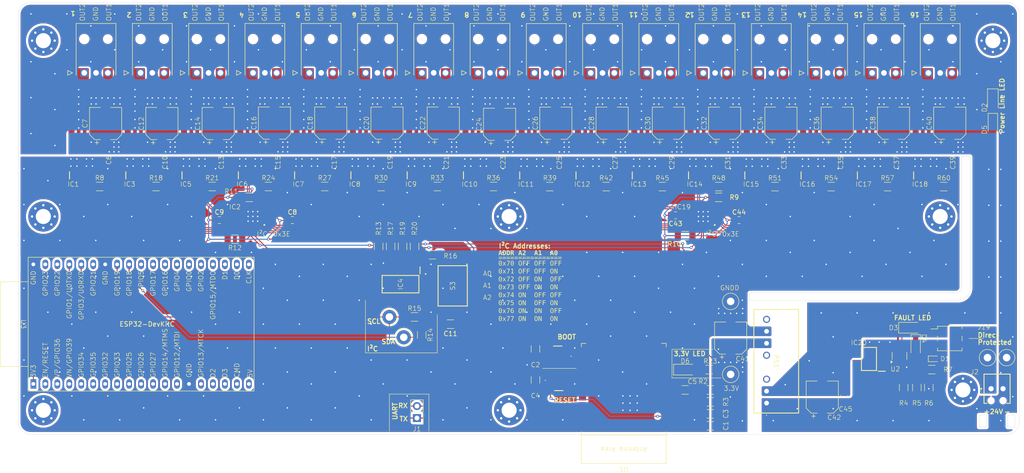
<source format=kicad_pcb>
(kicad_pcb (version 20240108) (generator "pcbnew") (generator_version "8.0")
  (title_block (title "Model Train Controller") (date "2024-04-21") (rev "1"))
  (layers (0 "F.Cu" signal) (31 "B.Cu" signal) (34 "B.Paste" user) (35 "F.Paste" user) (36 "B.SilkS" user "B.Silkscreen") (37 "F.SilkS" user "F.Silkscreen") (38 "B.Mask" user) (39 "F.Mask" user) (44 "Edge.Cuts" user))
  (net 0 "")
  (net 10 "GNDD")
  (net 14 "ESP32_RX")
  (net 17 "ESP32_TX")
  (net 39 "Net-(U1-3V3)")
  (net 40 "/ESP32_EN")
  (net 41 "/ESP32_GPIO0")
  (net 42 "Net-(D2-A)")
  (net 43 "GNDA")
  (net 44 "Net-(D3-A)")
  (net 45 "Net-(D1-K)")
  (net 46 "PROD_24V")
  (net 47 "VIN_24V")
  (net 48 "Net-(IC20-G1)")
  (net 49 "Net-(IC20-S1)")
  (net 50 "Net-(D3-K)")
  (net 51 "Net-(U2-~{SHDN})")
  (net 52 "Net-(U2-OV)")
  (net 53 "Net-(U2-UV)")
  (net 54 "Net-(IC1-ILIM)")
  (net 55 "Net-(IC3-ILIM)")
  (net 58 "I2CM_A2")
  (net 59 "ESP32_SDA")
  (net 62 "ESP32_SCL")
  (net 64 "I2CM_A1")
  (net 65 "I2CM_A0")
  (net 73 "IN2_3")
  (net 74 "Net-(IC5-ILIM)")
  (net 75 "IN1_3")
  (net 76 "Net-(IC6-ILIM)")
  (net 77 "IN2_4")
  (net 78 "IN1_4")
  (net 79 "IN1_5")
  (net 80 "Net-(IC7-ILIM)")
  (net 81 "IN2_5")
  (net 82 "IN1_6")
  (net 83 "IN2_6")
  (net 84 "Net-(IC8-ILIM)")
  (net 85 "IN1_7")
  (net 86 "IN2_7")
  (net 87 "Net-(IC9-ILIM)")
  (net 88 "Net-(IC10-ILIM)")
  (net 89 "IN1_8")
  (net 90 "IN2_8")
  (net 91 "Net-(IC11-ILIM)")
  (net 92 "IN2_9")
  (net 93 "IN1_9")
  (net 94 "IN1_10")
  (net 95 "IN2_10")
  (net 96 "Net-(IC12-ILIM)")
  (net 97 "Net-(IC13-ILIM)")
  (net 98 "IN1_11")
  (net 99 "IN2_11")
  (net 100 "Net-(IC14-ILIM)")
  (net 101 "IN2_12")
  (net 102 "IN1_12")
  (net 103 "IN2_13")
  (net 104 "Net-(IC15-ILIM)")
  (net 105 "IN1_13")
  (net 106 "IN2_14")
  (net 107 "Net-(IC16-ILIM)")
  (net 108 "IN1_14")
  (net 109 "IN2_15")
  (net 110 "IN1_15")
  (net 111 "Net-(IC17-ILIM)")
  (net 112 "Net-(IC18-ILIM)")
  (net 113 "IN1_16")
  (net 114 "IN2_16")
  (net 115 "/24V")
  (net 116 "IN1_2")
  (net 117 "IN2_2")
  (net 118 "Net-(IC1-OUT2)")
  (net 119 "Net-(IC1-OUT1)")
  (net 120 "Net-(IC3-OUT2)")
  (net 121 "Net-(IC3-OUT1)")
  (net 122 "Net-(IC5-OUT1)")
  (net 123 "Net-(IC5-OUT2)")
  (net 124 "Net-(IC6-OUT2)")
  (net 125 "Net-(IC6-OUT1)")
  (net 126 "Net-(IC7-OUT2)")
  (net 127 "Net-(IC7-OUT1)")
  (net 128 "Net-(IC8-OUT1)")
  (net 129 "Net-(IC8-OUT2)")
  (net 130 "Net-(IC9-OUT1)")
  (net 131 "Net-(IC9-OUT2)")
  (net 132 "Net-(IC10-OUT1)")
  (net 133 "Net-(IC10-OUT2)")
  (net 134 "Net-(IC11-OUT1)")
  (net 135 "Net-(IC11-OUT2)")
  (net 136 "Net-(IC12-OUT2)")
  (net 137 "Net-(IC12-OUT1)")
  (net 138 "Net-(IC13-OUT2)")
  (net 139 "Net-(IC13-OUT1)")
  (net 140 "Net-(IC14-OUT1)")
  (net 141 "Net-(IC14-OUT2)")
  (net 142 "Net-(IC15-OUT2)")
  (net 143 "Net-(IC15-OUT1)")
  (net 144 "Net-(IC16-OUT1)")
  (net 145 "Net-(IC16-OUT2)")
  (net 146 "Net-(IC17-OUT1)")
  (net 147 "Net-(IC17-OUT2)")
  (net 148 "Net-(IC18-OUT2)")
  (net 149 "Net-(IC18-OUT1)")
  (net 150 "IOEXP01_SDA")
  (net 151 "IOEXP01_SCL")
  (net 152 "IOEXP02_SDA")
  (net 153 "IOEXP02_SCL")
  (net 157 "VCC_3V3")
  (net 158 "IN2_1")
  (net 159 "IN1_1")
  (net 160 "Net-(IC2-NRESET)")
  (net 161 "Net-(IC2-NINT)")
  (net 163 "~{I2CM_RESET}")
  (net 164 "Net-(IC19-NRESET)")
  (net 166 "Net-(IC19-NINT)")
  (net 197 "Net-(D6-A)")
  (footprint "library:105313YY03" (layer "F.Cu") (at 241.34 55.88 180)
    (property "Reference" "J18" (hide yes))
    (property "Value" "1053131103" (hide yes))
  )
  (footprint "LED_SMD:LED_1206_3216Metric_Pad1.42x1.75mm_HandSolder" (layer "F.Cu") (at 237.49 109.982)
    (property "Reference" "D3")
    (property "Value" "RED LED" (hide yes))
  )
  (footprint "Capacitor_SMD:C_0805_2012Metric_Pad1.18x1.45mm_HandSolder" (layer "F.Cu") (at 161.29 73.406 -90)
    (property "Reference" "C25")
    (property "Value" "0.1uF" (hide yes))
  )
  (footprint "Capacitor_SMD:CP_Elec_6.3x7.7" (layer "F.Cu") (at 78.74 66.6205 90)
    (property "Reference" "C12")
    (property "Value" "22uF" (hide yes))
  )
  (footprint "Capacitor_SMD:CP_Elec_6.3x7.7" (layer "F.Cu") (at 162.306 66.548 90)
    (property "Reference" "C26")
    (property "Value" "22uF" (hide yes))
  )
  (footprint "Resistor_SMD:R_1206_3216Metric_Pad1.30x1.75mm_HandSolder" (layer "F.Cu") (at 189.738 90.424 180)
    (property "Reference" "R10")
    (property "Value" "10k" (hide yes))
  )
  (footprint "library:105313YY03" (layer "F.Cu") (at 98.084 55.8585 180)
    (property "Reference" "J6" (hide yes))
    (property "Value" "1053131103" (hide yes))
  )
  (footprint "library:SOIC127P600X170-9N" (layer "F.Cu") (at 228.854 74.93 90)
    (property "Reference" "IC17")
    (property "Value" "DRV8871DDA" (hide yes))
  )
  (footprint "Resistor_SMD:R_1206_3216Metric_Pad1.30x1.75mm_HandSolder" (layer "F.Cu") (at 124.714 92.71 -90)
    (property "Reference" "R13")
    (property "Value" "5k" (hide yes))
  )
  (footprint "Capacitor_SMD:C_0805_2012Metric_Pad1.18x1.45mm_HandSolder" (layer "F.Cu") (at 89.662 73.3845 -90)
    (property "Reference" "C13")
    (property "Value" "0.1uF" (hide yes))
  )
  (footprint "Capacitor_SMD:C_0805_2012Metric_Pad1.18x1.45mm_HandSolder" (layer "F.Cu") (at 244.856 73.406 -90)
    (property "Reference" "C39")
    (property "Value" "0.1uF" (hide yes))
  )
  (footprint "Capacitor_SMD:C_0805_2012Metric_Pad1.18x1.45mm_HandSolder" (layer "F.Cu") (at 137.414 73.3845 -90)
    (property "Reference" "C21")
    (property "Value" "0.1uF" (hide yes))
  )
  (footprint "library:105313YY03" (layer "F.Cu") (at 217.464 55.88 180)
    (property "Reference" "J16" (hide yes))
    (property "Value" "1053131103" (hide yes))
  )
  (footprint "Resistor_SMD:R_1206_3216Metric_Pad1.30x1.75mm_HandSolder" (layer "F.Cu") (at 127.254 92.71 -90)
    (property "Reference" "R17")
    (property "Value" "5k" (hide yes))
  )
  (footprint "TestPoint:TestPoint_THTPad_D3.0mm_Drill1.5mm" (layer "F.Cu") (at 253.873 116.332 90)
    (property "Reference" "J20" (hide yes))
    (property "Value" "PCBConnector" (hide yes))
  )
  (footprint "PCM_Espressif:ESP32-S3-WROOM-2" (layer "F.Cu") (at 176.718 123.058 180)
    (property "Reference" "U1")
    (property "Value" "ESP32-S3-WROOM-2" (hide yes))
  )
  (footprint "library:105313YY03" (layer "F.Cu") (at 169.712 55.88 180)
    (property "Reference" "J12" (hide yes))
    (property "Value" "1053131103" (hide yes))
  )
  (footprint "library:105313YY03" (layer "F.Cu") (at 121.96 55.8585 180)
    (property "Reference" "J8" (hide yes))
    (property "Value" "1053131103" (hide yes))
  )
  (footprint "library:SOIC127P600X170-9N" (layer "F.Cu") (at 193.04 74.93 90)
    (property "Reference" "IC14")
    (property "Value" "DRV8871DDA" (hide yes))
  )
  (footprint "Capacitor_SMD:C_1206_3216Metric_Pad1.33x1.80mm_HandSolder" (layer "F.Cu") (at 195.072 128.27 180)
    (property "Reference" "C3")
    (property "Value" "0.1uF" (hide yes))
  )
  (footprint "Capacitor_SMD:CP_Elec_6.3x7.7" (layer "F.Cu") (at 186.182 66.548 90)
    (property "Reference" "C30")
    (property "Value" "22uF" (hide yes))
  )
  (footprint "Resistor_SMD:R_1206_3216Metric_Pad1.30x1.75mm_HandSolder" (layer "F.Cu") (at 220.726 80.01)
    (property "Reference" "R54")
    (property "Value" "30k" (hide yes))
  )
  (footprint "Capacitor_SMD:C_1206_3216Metric_Pad1.33x1.80mm_HandSolder" (layer "F.Cu") (at 189.738 123.19 180)
    (property "Reference" "C5")
    (property "Value" "1uF" (hide yes))
  )
  (footprint "Capacitor_SMD:C_0805_2012Metric_Pad1.18x1.45mm_HandSolder" (layer "F.Cu") (at 187.706 86.106)
    (property "Reference" "C43")
    (property "Value" "0.1uF" (hide yes))
  )
  (footprint "library:105313YY03" (layer "F.Cu") (at 62.27 55.8585 180)
    (property "Reference" "J3" (hide yes))
    (property "Value" "1053131103" (hide yes))
  )
  (footprint "Resistor_SMD:R_1206_3216Metric_Pad1.30x1.75mm_HandSolder" (layer "F.Cu") (at 241.427 122.682 -90)
    (property "Reference" "R6")
    (property "Value" "13M" (hide yes))
  )
  (footprint "library:SOIC127P600X170-9N" (layer "F.Cu") (at 109.474 74.9085 90)
    (property "Reference" "IC7")
    (property "Value" "DRV8871DDA" (hide yes))
  )
  (footprint "Package_TO_SOT_SMD:TSOT-23-8" (layer "F.Cu") (at 235.204 115.951 90)
    (property "Reference" "U2")
    (property "Value" "LTC4365TS8" (hide yes))
  )
  (footprint "library:SOIC127P600X170-9N" (layer "F.Cu") (at 85.598 74.9085 90)
    (property "Reference" "IC5")
    (property "Value" "DRV8871DDA" (hide yes))
  )
  (footprint "Resistor_SMD:R_1206_3216Metric_Pad1.30x1.75mm_HandSolder" (layer "F.Cu") (at 89.408 79.9885)
    (property "Reference" "R21")
    (property "Value" "30k" (hide yes))
  )
  (footprint "TestPoint:TestPoint_THTPad_D3.0mm_Drill1.5mm" (layer "F.Cu") (at 130.048 112.014)
    (property "Reference" "J22" (hide yes))
    (property "Value" "PCBConnector" (hide yes))
  )
  (footprint "Capacitor_SMD:CP_Elec_6.3x7.7" (layer "F.Cu") (at 199.39 112.174 90)
    (property "Reference" "C41")
    (property "Value" "22uF" (hide yes))
  )
  (footprint "library:105313YY03" (layer "F.Cu") (at 193.588 55.88 180)
    (property "Reference" "J14" (hide yes))
    (property "Value" "1053131103" (hide yes))
  )
  (footprint "Capacitor_SMD:CP_Elec_6.3x7.7" (layer "F.Cu") (at 198.12 66.548 90)
    (property "Reference" "C32")
    (property "Value" "22uF" (hide yes))
  )
  (footprint "PCM_Espressif:ESP32-DevKitC" (layer "F.Cu") (at 51.47056 121.92 90)
    (property "Reference" "U3")
    (property "Value" "ESP32-DevKitC")
  )
  (footprint "LED_SMD:LED_1206_3216Metric_Pad1.42x1.75mm_HandSolder" (layer "F.Cu") (at 255.016 61.722 -90)
    (property "Reference" "D2")
    (property "Value" "GREEN LED" (hide yes))
  )
  (footprint "Capacitor_SMD:C_0805_2012Metric_Pad1.18x1.45mm_HandSolder" (layer "F.Cu") (at 113.538 73.3845 -90)
    (property "Reference" "C17")
    (property "Value" "0.1uF" (hide yes))
  )
  (footprint "Capacitor_SMD:CP_Elec_6.3x7.7" (layer "F.Cu") (at 90.678 66.6205 90)
    (property "Reference" "C14")
    (property "Value" "22uF" (hide yes))
  )
  (footprint "Resistor_SMD:R_1206_3216Metric_Pad1.30x1.75mm_HandSolder" (layer "F.Cu") (at 65.532 79.9885)
    (property "Reference" "R8")
    (property "Value" "30k" (hide yes))
  )
  (footprint "library:QFN40P400X400X60-29N-D" (layer "F.Cu") (at 98.076 86.3385 180)
    (property "Reference" "IC2")
    (property "Value" "SX1509QBIULTRT" (hide yes))
  )
  (footprint "Capacitor_SMD:CP_Elec_6.3x7.7" (layer "F.Cu") (at 221.996 66.548 90)
    (property "Reference" "C36")
    (property "Value" "22uF" (hide yes))
  )
  (footprint "MountingHole:MountingHole_3.2mm_M3_Pad_Via" (layer "F.Cu") (at 53.594 49.022)
    (property "Reference" "H1" (hide yes))
    (property "Value" "MountingHole" (hide yes))
  )
  (footprint "Capacitor_SMD:C_0805_2012Metric_Pad1.18x1.45mm_HandSolder" (layer "F.Cu") (at 101.6 73.3845 -90)
    (property "Reference" "C15")
    (property "Value" "0.1uF" (hide yes))
  )
  (footprint "Capacitor_SMD:CP_Elec_6.3x7.7" (layer "F.Cu") (at 66.802 66.6205 90)
    (property "Reference" "C7")
    (property "Value" "22uF" (hide yes))
  )
  (footprint "Capacitor_SMD:C_1206_3216Metric_Pad1.33x1.80mm_HandSolder" (layer "F.Cu") (at 157.9925 121.05 -90)
    (property "Reference" "C4")
    (property "Value" "0.1uF" (hide yes))
  )
  (footprint "Capacitor_SMD:C_0805_2012Metric_Pad1.18x1.45mm_HandSolder" (layer "F.Cu") (at 220.98 73.406 -90)
    (property "Reference" "C35")
    (property "Value" "0.1uF" (hide yes))
  )
  (footprint "Capacitor_SMD:C_0805_2012Metric_Pad1.18x1.45mm_HandSolder" (layer "F.Cu") (at 90.932 87.122)
    (property "Reference" "C9")
    (property "Value" "0.1uF" (hide yes))
  )
  (footprint "library:SOIC127P600X170-9N" (layer "F.Cu") (at 133.35 74.9085 90)
    (property "Reference" "IC9")
    (property "Value" "DRV8871DDA" (hide yes))
  )
  (footprint "Capacitor_SMD:CP_Elec_6.3x7.7" (layer "F.Cu") (at 174.244 66.548 90)
    (property "Reference" "C28")
    (property "Value" "22uF" (hide yes))
  )
  (footprint "Resistor_SMD:R_1206_3216Metric_Pad1.30x1.75mm_HandSolder" (layer "F.Cu") (at 208.788 80.01)
    (property "Reference" "R51")
    (property "Value" "30k" (hide yes))
  )
  (footprint "MountingHole:MountingHole_3.2mm_M3_Pad_Via" (layer "F.Cu") (at 53.594 86.36)
    (property "Reference" "H4" (hide yes))
    (property "Value" "MountingHole" (hide yes))
  )
  (footprint "TestPoint:TestPoint_THTPad_D3.0mm_Drill1.5mm" (layer "F.Cu") (at 257.937 116.332 90)
    (property "Reference" "J21" (hide yes))
    (property "Value" "PCBConnector" (hide yes))
  )
  (footprint "Capacitor_SMD:C_0805_2012Metric_Pad1.18x1.45mm_HandSolder" (layer "F.Cu") (at 232.918 73.406 -90)
    (property "Reference" "C37")
    (property "Value" "0.1uF" (hide yes))
  )
  (footprint "Capacitor_SMD:CP_Elec_6.3x7.7" (layer "F.Cu") (at 138.43 66.5265 90)
    (property "Reference" "C22")
    (property "Value" "22uF" (hide yes))
  )
  (footprint "Capacitor_SMD:C_0805_2012Metric_Pad1.18x1.45mm_HandSolder" (layer "F.Cu") (at 65.786 73.3845 -90)
    (property "Reference" "C6")
    (property "Value" "0.1uF" (hide yes))
  )
  (footprint "Resistor_SMD:R_1206_3216Metric_Pad1.30x1.75mm_HandSolder" (layer "F.Cu") (at 101.346 79.9885)
    (property "Reference" "R24")
    (property "Value" "30k" (hide yes))
  )
  (footprint "Resistor_SMD:R_1206_3216Metric_Pad1.30x1.75mm_HandSolder" (layer "F.Cu") (at 242.062 118.872 180)
    (property "Reference" "R7")
    (property "Value" "510k" (hide yes))
  )
  (footprint "library:SOIC127P600X170-9N" (layer "F.Cu") (at 97.536 74.9085 90)
    (property "Reference" "IC6")
    (property "Value" "DRV8871DDA" (hide yes))
  )
  (footprint "Resistor_SMD:R_1206_3216Metric_Pad1.30x1.75mm_HandSolder" (layer "F.Cu") (at 132.334 92.71 -90)
    (property "Reference" "R20")
    (property "Value" "5k" (hide yes))
  )
  (footprint "library:105313YY03" (layer "F.Cu") (at 133.898 55.8585 180)
    (property "Reference" "J9" (hide yes))
    (property "Value" "1053131103" (hide yes))
  )
  (footprint "Connector_PinHeader_2.54mm:PinHeader_2x02_P2.54mm_Vertical_SMD" (layer "F.Cu") (at 245.872 112.268)
    (property "Reference" "J19")
    (property "Value" "Conn_02x02_Counter_Clockwise" (hide yes))
  )
  (footprint "Connector_PinHeader_2.54mm:PinHeader_1x02_P2.54mm_Vertical" (layer "F.Cu") (at 132.842 129.159 180)
    (property "Reference" "J1")
    (property "Value" "Conn_01x02" (hide yes))
  )
  (footprint "library:1725656" (layer "F.Cu") (at 254.635 122.936)
    (property "Reference" "J2")
    (property "Value" "1725656" (hide yes))
  )
  (footprint "Capacitor_SMD:CP_Elec_6.3x7.7" (layer "F.Cu") (at 245.872 66.548 90)
    (property "Reference" "C40")
    (property "Value" "22uF" (hide yes))
  )
  (footprint "Diode_SMD:D_SOD-123F" (layer "F.Cu") (at 255.016 66.672 -90)
    (property "Reference" "D5")
    (property "Value" "~" (hide yes))
  )
  (footprint "Capacitor_SMD:CP_Elec_6.3x7.7" (layer "F.Cu") (at 126.492 66.5265 90)
    (property "Reference" "C20")
    (property "Value" "22uF" (hide yes))
  )
  (footprint "Resistor_SMD:R_1206_3216Metric_Pad1.30x1.75mm_HandSolder" (layer "F.Cu") (at 125.248 79.9885)
    (property "Reference" "R30")
    (property "Value" "30k" (hide yes))
  )
  (footprint "Resistor_SMD:R_1206_3216Metric_Pad1.30x1.75mm_HandSolder" (layer "F.Cu") (at 97.282 82.296)
    (property "Reference" "R11")
    (property "Value" "10k" (hide yes))
  )
  (footprint "Capacitor_SMD:C_0805_2012Metric_Pad1.18x1.45mm_HandSolder" (layer "F.Cu") (at 209.042 73.4275 -90)
    (property "Reference" "C33")
    (property "Value" "0.1uF" (hide yes))
  )
  (footprint "Resistor_SMD:R_1206_3216Metric_Pad1.30x1.75mm_HandSolder" (layer "F.Cu") (at 132.334 107.696)
    (property "Reference" "R15")
    (property "Value" "5k" (hide yes))
  )
  (footprint "library:105313YY03" (layer "F.Cu") (at 110.022 55.8585 180)
    (property "Reference" "J7" (hide yes))
    (property "Value" "1053131103" (hide yes))
  )
  (footprint "Resistor_SMD:R_1206_3216Metric_Pad1.30x1.75mm_HandSolder" (layer "F.Cu") (at 161.036 80.01)
    (property "Reference" "R39")
    (property "Value" "30k" (hide yes))
  )
  (footprint "Capacitor_SMD:C_1206_3216Metric_Pad1.33x1.80mm_HandSolder" (layer "F.Cu") (at 139.954 109.22)
    (property "Reference" "C11")
    (property "Value" "10uF" (hide yes))
  )
  (footprint "library:SOIC127P600X170-9N" (layer "F.Cu") (at 73.66 74.9085 90)
    (property "Reference" "IC3")
    (property "Value" "DRV8871DDA" (hide yes))
  )
  (footprint "Capacitor_SMD:C_1206_3216Metric_Pad1.33x1.80mm_HandSolder" (layer "F.Cu") (at 157.988 114.4785 90)
    (property "Reference" "C2")
    (property "Value" "0.1uF" (hide yes))
  )
  (footprint "library:SOIC127P600X170-9N" (layer "F.Cu") (at 240.792 74.93 90)
    (property "Reference" "IC18")
    (property "Value" "DRV8871DDA" (hide yes))
  )
  (footprint "MountingHole:MountingHole_3.2mm_M3_Pad_Via" (layer "F.Cu") (at 53.594 127.508)
    (property "Reference" "H8" (hide yes))
    (property "Value" "MountingHole" (hide yes))
  )
  (footprint "library:105313YY03" (layer "F.Cu") (at 145.836 55.8585 180)
    (property "Reference" "J10" (hide yes))
    (property "Value" "1053131103" (hide yes))
  )
  (footprint "Capacitor_SMD:C_0805_2012Metric_Pad1.18x1.45mm_HandSolder" (layer "F.Cu") (at 106.426 87.122)
    (property "Reference" "C8")
    (property "Value" "0.1uF" (hide yes))
  )
  (footprint "library:PQQ10WQ24S3S" (layer "F.Cu") (at 207.01 125.984 90)
    (property "Reference" "PS1")
    (property "Value" "PQQ10W-Q24-S3-S" (hide yes))
  )
  (footprint "TestPoint:TestPoint_THTPad_D3.0mm_Drill1.5mm" (layer "F.Cu") (at 199.39 104.394 90)
    (property "Reference" "J27" (hide yes))
    (property "Value" "PCBConnector" (hide yes))
  )
  (footprint "Capacitor_SMD:C_0805_2012Metric_Pad1.18x1.45mm_HandSolder" (layer "F.Cu") (at 223.52 124.587 -90)
    (property "Reference" "C45")
    (property "Value" "4.7uF" (hide yes))
  )
  (footprint "library:SOIC127P600X170-9N" (layer "F.Cu") (at 181.102 74.93 90)
    (property "Reference" "IC13")
    (property "Value" "DRV8871DDA" (hide yes))
  )
  (footprint "Capacitor_SMD:C_0805_2012Metric_Pad1.18x1.45mm_HandSolder" (layer "F.Cu") (at 201.168 87.122)
    (property "Reference" "C44")
    (property "Value" "0.1uF" (hide yes))
  )
  (footprint "MountingHole:MountingHole_3.2mm_M3_Pad_Via" (layer "F.Cu") (at 152.4 86.36)
    (property "Reference" "H6" (hide yes))
    (property "Value" "MountingHole" (hide yes))
  )
  (footprint "library:SOIC127P600X175-8N" (layer "F.Cu") (at 228.727 116.6114 180)
    (property "Reference" "IC20")
    (property "Value" "SI4214DDY-T1-GE3" (hide yes))
  )
  (footprint "library:SOIC127P600X170-9N" (layer "F.Cu") (at 169.164 74.93 90)
    (property "Reference" "IC12")
    (property "Value" "DRV8871DDA" (hide yes))
  )
  (footprint "Capacitor_SMD:C_0805_2012Metric_Pad1.18x1.45mm_HandSolder" (layer "F.Cu") (at 77.724 73.3845 -90)
    (property "Reference" "C10")
    (property "Value" "0.1uF" (hide yes))
  )
  (footprint "Capacitor_SMD:CP_Elec_6.3x7.7" (layer "F.Cu") (at 114.554 66.5265 90)
    (property "Reference" "C18")
    (property "Value" "22uF" (hide yes))
  )
  (footprint "library:A6S3102PH" (layer "F.Cu") (at 140.43 101.092 -90)
    (property "Reference" "S3")
    (property "Value" "A6S-3102-PH" (hide yes))
  )
  (footprint "Resistor_SMD:R_1206_3216Metric_Pad1.30x1.75mm_HandSolder" (layer "F.Cu") (at 136.144 94.488 180)
    (property "Reference" "R16")
    (property "Value" "10k" (hide yes))
  )
  (footprint "Resistor_SMD:R_1206_3216Metric_Pad1.30x1.75mm_HandSolder" (layer "F.Cu") (at 133.858 111.506 -90)
    (property "Reference" "R14")
    (property "Value" "5k" (hide yes))
  )
  (footprint "library:SOIC127P600X170-9N" (layer "F.Cu") (at 145.288 74.9085 90)
    (property "Reference" "IC10")
    (property "Value" "DRV8871DDA" (hide yes))
  )
  (footprint "library:SOP65P640X120-24N" (layer "F.Cu") (at 129.357 100.728 -90)
    (property "Reference" "IC4")
    (property "Value" "TCA9548APWR" (hide yes))
  )
  (footprint "LED_SMD:LED_1206_3216Metric_Pad1.42x1.75mm_HandSolder" (layer "F.Cu") (at 189.738 118.872)
    (property "Reference" "D6")
    (property "Value" "GREEN LED" (hide yes))
  )
  (footprint "Diode_SMD:D_SOD-123F" (layer "F.Cu") (at 238.633 113.665 -90)
    (property "Reference" "D4")
    (property "Value" "~")
  )
  (footprint "TestPoint:TestPoint_THTPad_D3.0mm_Drill1.5mm" (layer "F.Cu") (at 127 107.696)
    (property "Reference" "J23" (hide yes))
    (property "Value" "PCBConnector" (hide yes))
  )
  (footprint "library:SOIC127P600X170-9N" (layer "F.Cu") (at 157.226 74.93 90)
    (property "Reference" "IC11")
    (property "Value" "DRV8871DDA" (hide yes))
  )
  (footprint "library:SOIC127P600X170-9N" (layer "F.Cu") (at 121.412 74.9085 90)
    (property "Reference" "IC8")
    (property "Value" "DRV8871DDA" (hide yes))
  )
  (footprint "Resistor_SMD:R_1206_3216Metric_Pad1.30x1.75mm_HandSolder" (layer "F.Cu") (at 194.818 118.872 180)
    (property "Reference" "R23")
    (property "Value" "56" (hide yes))
  )
  (footprint "library:SOIC127P600X170-9N" (layer "F.Cu") (at 61.722 74.9085 90)
    (property "Reference" "IC1")
    (property "Value" "DRV8871DDA" (hide yes))
  )
  (footprint "Resistor_SMD:R_1206_3216Metric_Pad1.30x1.75mm_HandSolder" (layer "F.Cu") (at 238.887 122.682 90)
    (property "Reference" "R5")
    (property "Value" "40.2k" (hide yes))
  )
  (footprint "Capacitor_SMD:C_0805_2012Metric_Pad1.18x1.45mm_HandSolder" (layer "F.Cu") (at 185.166 73.406 -90)
    (property "Reference" "C29")
    (property "Value" "0.1uF" (hide yes))
  )
  (footprint "MountingHole:MountingHole_3.2mm_M3_Pad_Via" (layer "F.Cu") (at 255.016 49.022)
    (property "Reference" "H3" (hide yes))
    (property "Value" "MountingHole" (hide yes))
  )
  (footprint "Resistor_SMD:R_1206_3216Metric_Pad1.30x1.75mm_HandSolder" (layer "F.Cu") (at 196.85 80.01)
    (property "Reference" "R48")
    (property "Value" "30k" (hide yes))
  )
  (footprint "Resistor_SMD:R_1206_3216Metric_Pad1.30x1.75mm_HandSolder" (layer "F.Cu") (at 137.16 79.9885)
    (property "Reference" "R33")
    (property "Value" "30k" (hide yes))
  )
  (footprint "Capacitor_SMD:C_0805_2012Metric_Pad1.18x1.45mm_HandSolder" (layer "F.Cu") (at 149.352 73.3845 -90)
    (property "Reference" "C23")
    (property "Value" "0.1uF" (hide yes))
  )
  (footprint "Capacitor_SMD:CP_Elec_6.3x7.7" (layer "F.Cu") (at 102.616 66.5265 90)
    (property "Reference" "C16")
    (property "Value" "22uF" (hide yes))
  )
  (footprint "MountingHole:MountingHole_3.2mm_M3_Pad_Via" (layer "F.Cu") (at 152.4 127.508)
    (property "Reference" "H7" (hide yes))
    (property "Value" "MountingHole" (hide yes))
  )
  (footprint "Resistor_SMD:R_1206_3216Metric_Pad1.30x1.75mm_HandSolder" (layer "F.Cu") (at 195.072 125.73 180)
    (property "Reference" "R3")
    (property "Value" "0" (hide yes))
  )
  (footprint "Diode_SMD:D_SOD-523" (layer "F.Cu") (at 242.57 116.586)
    (property "Reference" "D1")
    (property "Value" "1N4148WT" (hide yes))
  )
  (footprint "Resistor_SMD:R_1206_3216Metric_Pad1.30x1.75mm_HandSolder" (layer "F.Cu") (at 113.284 79.9885)
    (property "Reference" "R27")
    (property "Value" "30k" (hide yes))
  )
  (footprint "library:105313YY03" (layer "F.Cu") (at 181.65 55.88 180)
    (property "Reference" "J13" (hide yes))
    (property "Value" "1053131103" (hide yes))
  )
  (footprint "Resistor_SMD:R_1206_3216Metric_Pad1.30x1.75mm_HandSolder" (layer "F.Cu") (at 196.85 82.296)
    (property "Reference" "R9")
    (property "Value" "10k" (hide yes))
  )
  (footprint "Capacitor_SMD:CP_Elec_6.3x7.7" (layer "F.Cu") (at 233.934 66.548 90)
    (property "Reference" "C38")
    (property "Value" "22uF" (hide yes))
  )
  (footprint "library:QFN40P400X400X60-29N-D" (layer "F.Cu") (at 193.6086 86.3666 180)
    (property "Reference" "IC19")
    (property "Value" "SX1509QBIULTRT" (hide yes))
  )
  (footprint "library:EVP3AA02Q" (layer "F.Cu") (at 162.814 115.316 180)
    (property "Reference" "S1" (hide yes))
    (property "Value" "EVP-3AA02Q" (hide yes))
  )
  (footprint "library:105313YY03" (layer "F.Cu") (at 205.526 55.88 180)
    (property "Reference" "J15" (hide yes))
    (property "Value" "1053131103" (hide yes))
  )
  (footprint "Resistor_SMD:R_1206_3216Metric_Pad1.30x1.75mm_HandSolder" (layer "F.Cu") (at 94.234 91.186 180)
    (property "Reference" "R12")
    (property "Value" "10k" (hide yes))
  )
  (footprint "Capacitor_SMD:CP_Elec_6.3x7.7" (layer "F.Cu") (at 210.058 66.548 90)
    (property "Reference" "C34")
    (property "Value" "22uF" (hide yes))
  )
  (footprint "Resistor_SMD:R_1206_3216Metric_Pad1.30x1.75mm_HandSolder" (layer "F.Cu") (at 244.602 80.01)
    (property "Reference" "R60")
    (property "Value" "30k" (hide yes))
  )
  (footprint "Resistor_SMD:R_1206_3216Metric_Pad1.30x1.75mm_HandSolder" (layer "F.Cu") (at 77.496 79.9885)
    (property "Reference" "R18")
    (property "Value" "30k" (hide yes))
  )
  (footprint "Resistor_SMD:R_1206_3216Metric_Pad1.30x1.75mm_HandSolder" (layer "F.Cu") (at 129.794 92.71 -90)
    (property "Reference" "R19")
    (property "Value" "5k" (hide yes))
  )
  (footprint "Capacitor_SMD:CP_Elec_6.3x7.7" (layer "F.Cu") (at 150.368 66.7805 90)
    (property "Reference" "C24")
    (property "Value" "22uF" (hide yes))
  )
  (footprint "Capacitor_SMD:C_0805_2012Metric_Pad1.18x1.45mm_HandSolder" (layer "F.Cu") (at 173.228 73.406 -90)
    (property "Reference" "C27")
    (property "Value" "0.1uF" (hide yes))
  )
  (footprint "Resistor_SMD:R_1206_3216Metric_Pad1.30x1.75mm_HandSolder" (layer "F.Cu") (at 232.664 80.01)
    (property "Reference" "R57")
    (property "Value" "30k" (hide yes))
  )
  (footprint "MountingHole:MountingHole_3.2mm_M3_Pad_Via" (layer "F.Cu") (at 243.84 86.36)
    (property "Reference" "H5" (hide yes))
    (property "Value" "MountingHole" (hide yes))
  )
  (footprint "library:SOIC127P600X170-9N" (layer "F.Cu") (at 216.916 74.93 90)
    (property "Reference" "IC16")
    (property "Value" "DRV8871DDA" (hide yes))
  )
  (footprint "Resistor_SMD:R_1206_3216Metric_Pad1.30x1.75mm_HandSolder" (layer "F.Cu") (at 195.072 123.19 180)
    (property "Reference" "R2")
    (property "Value" "10k" (hide yes))
  )
  (footprint "Capacitor_SMD:CP_Elec_6.3x7.7" (layer "F.Cu") (at 218.821 124.714 90)
    (property "Reference" "C42")
    (property "Value" "47uF" (hide yes))
  )
  (footprint "library:SOIC127P600X170-9N" (layer "F.Cu") (at 204.978 74.93 90)
    (property "Reference" "IC15")
    (property "Value" "DRV8871DDA" (hide yes))
  )
  (footprint "library:EVP3AA02Q" (layer "F.Cu") (at 162.8185 121.8875)
    (property "Reference" "S2" (hide yes))
    (property "Value" "EVP-3AA02Q" (hide yes))
  )
  (footprint "library:105313YY03" (layer "F.Cu") (at 74.208 55.8585 180)
    (property "Reference" "J4" (hide yes))
    (property "Value" "1053131103" (hide yes))
  )
  (footprint "Capacitor_SMD:C_0805_2012Metric_Pad1.18x1.45mm_HandSolder" (layer "F.Cu") (at 125.476 73.3845 -90)
    (property "Reference" "C19")
    (property "Value" "0.1uF" (hide yes))
  )
  (footprint "Resistor_SMD:R_1206_3216Metric_Pad1.30x1.75mm_HandSolder" (layer "F.Cu") (at 236.093 122.682 90)
    (property "Reference" "R4")
    (property "Value" "250k" (hide yes))
  )
  (footprint "library:105313YY03" (layer "F.Cu") (at 157.774 55.88 180)
    (property "Reference" "J11" (hide yes))
    (property "Value" "1053131103" (hide yes))
  )
  (footprint "Capacitor_SMD:C_1206_3216Metric_Pad1.33x1.80mm_HandSolder" (layer "F.Cu") (at 195.072 130.81 180)
    (property "Reference" "C1")
    (property "Value" "10uF" (hide yes))
  )
  (footprint "MountingHole:MountingHole_3.2mm_M3_Pad_Via" (layer "F.Cu") (at 248.666 123.19)
    (property "Reference" "H2" (hide yes))
    (property "Value" "MountingHole" (hide yes))
  )
  (footprint "Capacitor_SMD:C_0805_2012Metric_Pad1.18x1.45mm_HandSolder" (layer "F.Cu") (at 197.104 73.406 -90)
    (property "Reference" "C31")
    (property "Value" "0.1uF" (hide yes))
  )
  (footprint "Resistor_SMD:R_1206_3216Metric_Pad1.30x1.75mm_HandSolder" (layer "F.Cu") (at 184.912 80.01)
    (property "Reference" "R45")
    (property "Value" "30k" (hide yes))
  )
  (footprint "Resistor_SMD:R_1206_3216Metric_Pad1.30x1.75mm_HandSolder" (layer "F.Cu") (at 172.974 80.01)
    (property "Reference" "R42")
    (property "Value" "30k" (hide yes))
  )
  (footprint "TestPoint:TestPoint_THTPad_D3.0mm_Drill1.5mm" (layer "F.Cu") (at 199.39 119.888 90)
    (property "Reference" "J25" (hide yes))
    (property "Value" "PCBConnector" (hide yes))
  )
  (footprint "library:105313YY03" (layer "F.Cu") (at 86.146 55.8585 180)
    (property "Reference" "J5" (hide yes))
    (property "Value" "1053131103" (hide yes))
  )
  (footprint "library:105313YY03" (layer "F.Cu") (at 229.402 55.88 180)
    (property "Reference" "J17" (hide yes))
    (property "Value" "1053131103" (hide yes))
  )
  (footprint "Resistor_SMD:R_1206_3216Metric_Pad1.30x1.75mm_HandSolder" (layer "F.Cu") (at 149.098 79.9885)
    (property "Reference" "R36")
    (property "Value" "30k" (hide yes))
  )
  (gr_line (start 186.944 120.65) (end 197.358 120.65) (stroke (width 0.1)) (layer "F.SilkS"))
  (gr_line (start 186.944 114.554) (end 186.944 120.65) (stroke (width 0.1)) (layer "F.SilkS"))
  (gr_line (start 137.16 115.316) (end 137.16 107.188) (stroke (width 0.1)) (layer "F.SilkS"))
  (gr_line (start 135.382 131.953) (end 135.382 124.079) (stroke (width 0.1)) (layer "F.SilkS"))
  (gr_line (start 252.984 112.268) (end 249.936 112.268) (stroke (width 0.1)) (layer "F.SilkS"))
  (gr_line (start 166.624 118.618) (end 159.512 118.618) (stroke (width 0.1)) (layer "F.SilkS"))
  (gr_line (start 195.58 114.554) (end 186.944 114.554) (stroke (width 0.1)) (layer "F.SilkS"))
  (gr_line (start 121.92 104.14) (end 121.92 115.316) (stroke (width 0.1)) (layer "F.SilkS"))
  (gr_line (start 127 124.079) (end 127 131.953) (stroke (width 0.1)) (layer "F.SilkS"))
  (gr_line (start 121.92 115.316) (end 137.16 115.316) (stroke (width 0.1)) (layer "F.SilkS"))
  (gr_line (start 135.382 124.079) (end 127 124.079) (stroke (width 0.1)) (layer "F.SilkS"))
  (gr_arc (start 258.064 40.894) (mid 259.860051 41.637949) (end 260.604 43.434) (stroke (width 0.05)) (layer "Edge.Cuts"))
  (gr_arc (start 50.8 132.588) (mid 49.003949 131.844051) (end 48.26 130.048) (stroke (width 0.05)) (layer "Edge.Cuts"))
  (gr_line (start 203.454 102.616) (end 203.454 104.14) (stroke (width 0.05)) (layer "Edge.Cuts"))
  (gr_arc (start 260.604 130.048) (mid 259.860051 131.844051) (end 258.064 132.588) (stroke (width 0.05)) (layer "Edge.Cuts"))
  (gr_arc (start 248.412 101.346) (mid 248.040026 102.244025) (end 247.142001 102.615999) (stroke (width 0.05)) (layer "Edge.Cuts"))
  (gr_rect (start 258.191 128.524) (end 259.715 131.064) (stroke (width 0.05)) (fill none) (layer "Edge.Cuts"))
  (gr_line (start 258.064 40.894) (end 50.818051 40.912051) (stroke (width 0.05)) (layer "Edge.Cuts"))
  (gr_line (start 247.65 104.14) (end 203.454 104.14) (stroke (width 0.05)) (layer "Edge.Cuts"))
  (gr_rect (start 252.095 128.524) (end 253.619 131.064) (stroke (width 0.05)) (fill none) (layer "Edge.Cuts"))
  (gr_arc (start 48.278051 43.452051) (mid 49.022 41.656) (end 50.818051 40.912051) (stroke (width 0.05)) (layer "Edge.Cuts"))
  (gr_line (start 50.8 132.588) (end 258.064 132.588) (stroke (width 0.05)) (layer "Edge.Cuts"))
  (gr_line (start 248.412 73.66) (end 250.19 73.66) (stroke (width 0.05)) (layer "Edge.Cuts"))
  (gr_line (start 248.412 73.66) (end 248.412 101.346) (stroke (width 0.05)) (layer "Edge.Cuts"))
  (gr_line (start 260.604 130.048) (end 260.604 43.434) (stroke (width 0.05)) (layer "Edge.Cuts"))
  (gr_line (start 203.454 102.616) (end 247.142001 102.615999) (stroke (width 0.05)) (layer "Edge.Cuts"))
  (gr_arc (start 250.19 101.6) (mid 249.446051 103.396051) (end 247.65 104.14) (stroke (width 0.05)) (layer "Edge.Cuts"))
  (gr_line (start 250.19 73.66) (end 250.19 101.6) (stroke (width 0.05)) (layer "Edge.Cuts"))
  (gr_line (start 48.278051 43.452051) (end 48.26 130.048) (stroke (width 0.05)) (layer "Edge.Cuts"))
  (gr_text "6" (at 120.142 42.926 180) (layer "F.SilkS") (effects (font (size 1 1) (thickness 0.2) (bold yes)) (justify left bottom)))
  (gr_text "GND" (at 232.41 44.958 90) (layer "F.SilkS") (effects (font (size 1 1) (thickness 0.1)) (justify left bottom)))
  (gr_text "OUT1" (at 80.01 44.958 90) (layer "F.SilkS") (effects (font (size 1 1) (thickness 0.1)) (justify left bottom)))
  (gr_text "OUT1" (at 247.142 44.958 90) (layer "F.SilkS") (effects (font (size 1 1) (thickness 0.1)) (justify left bottom)))
  (gr_text "OUT2" (at 122.174 44.958 90) (layer "F.SilkS") (effects (font (size 1 1) (thickness 0.1)) (justify left bottom)))
  (gr_text "ADDR A2  A1  A0" (at 150.114 94.742 0) (layer "F.SilkS") (effects (font (size 1 1) (thickness 0.2) (bold yes)) (justify left bottom)))
  (gr_text "OUT1" (at 223.266 44.958 90) (layer "F.SilkS") (effects (font (size 1 1) (thickness 0.1)) (justify left bottom)))
  (gr_text "11" (at 179.832 42.926 180) (layer "F.SilkS") (effects (font (size 1 1) (thickness 0.2) (bold yes)) (justify left bottom)))
  (gr_text "GND" (at 148.844 44.958 90) (layer "F.SilkS") (effects (font (size 1 1) (thickness 0.1)) (justify left bottom)))
  (gr_text "-" (at 257.302 128.397 0) (layer "F.SilkS") (effects (font (size 1 1) (thickness 0.2) (bold yes)) (justify left bottom)))
  (gr_text "GND" (at 184.658 44.958 90) (layer "F.SilkS") (effects (font (size 1 1) (thickness 0.1)) (justify left bottom)))
  (gr_text "3" (at 84.328 42.926 180) (layer "F.SilkS") (effects (font (size 1 1) (thickness 0.2) (bold yes)) (justify left bottom)))
  (gr_text "Power Line LED" (at 257.556 68.834 90) (layer "F.SilkS") (effects (font (size 1 1) (thickness 0.2) (bold yes)) (justify left bottom)))
  (gr_text "OUT2" (at 134.112 44.958 90) (layer "F.SilkS") (effects (font (size 1 1) (thickness 0.1)) (justify left bottom)))
  (gr_text "SCL" (at 122.174 109.22 0) (layer "F.SilkS") (effects (font (size 1 1) (thickness 0.2) (bold yes)) (justify left bottom)))
  (gr_text "4" (at 96.266 42.926 180) (layer "F.SilkS") (effects (font (size 1 1) (thickness 0.2) (bold yes)) (justify left bottom)))
  (gr_text "OUT1" (at 187.452 44.958 90) (layer "F.SilkS") (effects (font (size 1 1) (thickness 0.1)) (justify left bottom)))
  (gr_text "RESET" (at 161.798 125.984 0) (layer "F.SilkS") (effects (font (size 1 1) (thickness 0.2) (bold yes)) (justify left bottom)))
  (gr_text "+" (at 252.984 128.397 0) (layer "F.SilkS") (effects (font (size 1 1) (thickness 0.2) (bold yes)) (justify left bottom)))
  (gr_text "OUT2" (at 205.74 44.958 90) (layer "F.SilkS") (effects (font (size 1 1) (thickness 0.1)) (justify left bottom)))
  (gr_text "I²C" (at 122.174 115.062 0) (layer "F.SilkS") (effects (font (size 1 1) (thickness 0.2) (bold yes)) (justify left bottom)))
  (gr_text "3.3V" (at 197.866 123.444 0) (layer "F.SilkS") (effects (font (size 1 1) (thickness 0.1)) (justify left bottom)))
  (gr_text "OUT1" (at 199.39 44.958 90) (layer "F.SilkS") (effects (font (size 1 1) (thickness 0.1)) (justify left bottom)))
  (gr_text "OUT2" (at 146.05 44.958 90) (layer "F.SilkS") (effects (font (size 1 1) (thickness 0.1)) (justify left bottom)))
  (gr_text "8" (at 144.018 42.926 180) (layer "F.SilkS") (effects (font (size 1 1) (thickness 0.2) (bold yes)) (justify left bottom)))
  (gr_text "5" (at 108.204 42.926 180) (layer "F.SilkS") (effects (font (size 1 1) (thickness 0.2) (bold yes)) (justify left bottom)))
  (gr_text "OUT2" (at 241.554 44.958 90) (layer "F.SilkS") (effects (font (size 1 1) (thickness 0.1)) (justify left bottom)))
  (gr_text "1" (at 60.452 42.672 180) (layer "F.SilkS") (effects (font (size 1 1) (thickness 0.2) (bold yes)) (justify left bottom)))
  (gr_text "GND" (at 172.72 44.958 90) (layer "F.SilkS") (effects (font (size 1 1) (thickness 0.1)) (justify left bottom)))
  (gr_text "10" (at 167.894 42.926 180) (layer "F.SilkS") (effects (font (size 1 1) (thickness 0.2) (bold yes)) (justify left bottom)))
  (gr_text "GND" (at 101.092 44.958 90) (layer "F.SilkS") (effects (font (size 1 1) (thickness 0.1)) (justify left bottom)))
  (gr_text "Direct" (at 251.714 112.141 0) (layer "F.SilkS") (effects (font (size 1 1) (thickness 0.2) (bold yes)) (justify left bottom)))
  (gr_text "OUT2" (at 110.236 44.958 90) (layer "F.SilkS") (effects (font (size 1 1) (thickness 0.1)) (justify left bottom)))
  (gr_text "GND" (at 65.278 44.9365 90) (layer "F.SilkS") (effects (font (size 1 1) (thickness 0.1)) (justify left bottom)))
  (gr_text "OUT1" (at 127.762 44.958 90) (layer "F.SilkS") (effects (font (size 1 1) (thickness 0.1)) (justify left bottom)))
  (gr_text "A1" (at 146.812 101.6 0) (layer "F.SilkS") (effects (font (size 1 1) (thickness 0.1)) (justify left bottom)))
  (gr_text "GND" (at 89.154 44.958 90) (layer "F.SilkS") (effects (font (size 1 1) (thickness 0.1)) (justify left bottom)))
  (gr_text "GND" (at 220.472 44.958 90) (layer "F.SilkS") (effects (font (size 1 1) (thickness 0.1)) (justify left bottom)))
  (gr_text "OUT2" (at 62.484 44.9365 90) (layer "F.SilkS") (effects (font (size 1 1) (thickness 0.1)) (justify left bottom)))
  (gr_text "A0" (at 146.812 99.06 0) (layer "F.SilkS") (effects (font (size 1 1) (thickness 0.1)) (justify left bottom)))
  (gr_text "OUT2" (at 193.802 44.958 90) (layer "F.SilkS") (effects (font (size 1 1) (thickness 0.1)) (justify left bottom)))
  (gr_text "OUT2" (at 86.36 44.958 90) (layer "F.SilkS") (effects (font (size 1 1) (thickness 0.1)) (justify left bottom)))
  (gr_text "24V" (at 254.254 128.397 0) (layer "F.SilkS") (effects (font (size 1 1) (thickness 0.2) (bold yes)) (justify left bottom)))
  (gr_text "OUT2" (at 74.422 44.958 90) (layer "F.SilkS") (effects (font (size 1 1) (thickness 0.1)) (justify left bottom)))
  (gr_text "OUT1" (at 175.514 44.958 90) (layer "F.SilkS") (effects (font (size 1 1) (thickness 0.1)) (justify left bottom)))
  (gr_text "GND" (at 208.534 44.958 90) (layer "F.SilkS") (effects (font (size 1 1) (thickness 0.1)) (justify left bottom)))
  (gr_text "OUT1" (at 115.824 44.958 90) (layer "F.SilkS") (effects (font (size 1 1) (thickness 0.1)) (justify left bottom)))
  (gr_text "GND" (at 77.216 44.958 90) (layer "F.SilkS") (effects (font (size 1 1) (thickness 0.1)) (justify left bottom)))
  (gr_text "13" (at 203.708 42.926 180) (layer "F.SilkS") (effects (font (size 1 1) (thickness 0.2) (bold yes)) (justify left bottom)))
  (gr_text "12" (at 191.77 42.926 180) (layer "F.SilkS") (effects (font (size 1 1) (thickness 0.2) (bold yes)) (justify left bottom)))
  (gr_text "7" (at 132.08 42.926 180) (layer "F.SilkS") (effects (font (size 1 1) (thickness 0.2) (bold yes)) (justify left bottom)))
  (gr_text "================" (at 150.114 95.758 0) (layer "F.SilkS") (effects (font (size 1 1) (thickness 0.1)) (justify left bottom)))
  (gr_text "0x70 OFF OFF OFF\n0x71 OFF OFF ON\n0x72 OFF ON  OFF\n0x73 OFF ON  ON\n0x74 ON  OFF OFF\n0x75 ON  OFF ON\n0x76 ON  ON  OFF\n0x77 ON  ON  ON" (at 150.114 108.712 0) (layer "F.SilkS") (effects (font (size 1 1) (thickness 0.1)) (justify left bottom)))
  (gr_text "OUT2" (at 169.926 44.958 90) (layer "F.SilkS") (effects (font (size 1 1) (thickness 0.1)) (justify left bottom)))
  (gr_text "BOOT" (at 162.56 112.522 0) (layer "F.SilkS") (effects (font (size 1 1) (thickness 0.2) (bold yes)) (justify left bottom)))
  (gr_text "14" (at 215.646 42.926 180) (layer "F.SilkS") (effects (font (size 1 1) (thickness 0.2) (bold yes)) (justify left bottom)))
  (gr_text "9" (at 155.956 42.926 180) (layer "F.SilkS") (effects (font (size 1 1) (thickness 0.2) (bold yes)) (justify left bottom)))
  (gr_text "TX" (at 129.032 129.921 0) (layer "F.SilkS") (effects (font (size 1 1) (thickness 0.2) (bold yes)) (justify left bottom)))
  (gr_text "16" (at 239.522 42.926 180) (layer "F.SilkS") (effects (font (size 1 1) (thickness 0.2) (bold yes)) (justify left bottom)))
  (gr_text "OUT2" (at 217.678 44.958 90) (layer "F.SilkS") (effects (font (size 1 1) (thickness 0.1)) (justify left bottom)))
  (gr_text "OUT1" (at 139.7 44.958 90) (layer "F.SilkS") (effects (font (size 1 1) (thickness 0.1)) (justify left bottom)))
  (gr_text "OUT2" (at 157.988 44.958 90) (layer "F.SilkS") (effects (font (size 1 1) (thickness 0.1)) (justify left bottom)))
  (gr_text "I²C: 0x3E" (at 98.806 90.678 0) (layer "F.SilkS") (effects (font (size 1 1) (thickness 0.1)) (justify left bottom)))
  (gr_text "OUT2" (at 181.864 44.958 90) (layer "F.SilkS") (effects (font (size 1 1) (thickness 0.1)) (justify left bottom)))
  (gr_text "OUT1" (at 68.072 44.9365 90) (layer "F.SilkS") (effects (font (size 1 1) (thickness 0.1)) (justify left bottom)))
  (gr_text "2" (at 72.39 42.926 180) (layer "F.SilkS") (effects (font (size 1 1) (thickness 0.2) (bold yes)) (justify left bottom)))
  (gr_text "I²C: 0x3E" (at 194.056 90.678 0) (layer "F.SilkS") (effects (font (size 1 1) (thickness 0.1)) (justify left bottom)))
  (gr_text "OUT1" (at 151.638 44.958 90) (layer "F.SilkS") (effects (font (size 1 1) (thickness 0.1)) (justify left bottom)))
  (gr_text "RX" (at 128.778 127.127 0) (layer "F.SilkS") (effects (font (size 1 1) (thickness 0.2) (bold yes)) (justify left bottom)))
  (gr_text "SDA" (at 125.222 113.538 0) (layer "F.SilkS") (effects (font (size 1 1) (thickness 0.2) (bold yes)) (justify left bottom)))
  (gr_text "GND" (at 124.968 44.958 90) (layer "F.SilkS") (effects (font (size 1 1) (thickness 0.1)) (justify left bottom)))
  (gr_text "GND" (at 160.782 44.958 90) (layer "F.SilkS") (effects (font (size 1 1) (thickness 0.1)) (justify left bottom)))
  (gr_text "Protected" (at 251.714 113.665 0) (layer "F.SilkS") (effects (font (size 1 1) (thickness 0.2) (bold yes)) (justify left bottom)))
  (gr_text "GND" (at 244.348 44.958 90) (layer "F.SilkS") (effects (font (size 1 1) (thickness 0.1)) (justify left bottom)))
  (gr_text "I²C Addresses:" (at 150.114 93.218 0) (layer "F.SilkS") (effects (font (size 1 1) (thickness 0.2) (bold yes)) (justify left bottom)))
  (gr_text "OUT1" (at 103.886 44.958 90) (layer "F.SilkS") (effects (font (size 1 1) (thickness 0.1)) (justify left bottom)))
  (gr_text "GND" (at 196.596 44.958 90) (layer "F.SilkS") (effects (font (size 1 1) (thickness 0.1)) (justify left bottom)))
  (gr_text "GND" (at 113.03 44.958 90) (layer "F.SilkS") (effects (font (size 1 1) (thickness 0.1)) (justify left bottom)))
  (gr_text "GND" (at 136.906 44.958 90) (layer "F.SilkS") (effects (font (size 1 1) (thickness 0.1)) (justify left bottom)))
  (gr_text "3,3V LED" (at 187.198 116.078 0) (layer "F.SilkS") (effects (font (size 1 1) (thickness 0.2) (bold yes)) (justify left bottom)))
  (gr_text "OUT2" (at 98.298 44.958 90) (layer "F.SilkS") (effects (font (size 1 1) (thickness 0.1)) (justify left bottom)))
  (gr_text "GNDD" (at 197.104 102.108 0) (layer "F.SilkS") (effects (font (size 1 1) (thickness 0.1)) (justify left bottom)))
  (gr_text "OUT1" (at 91.948 44.958 90) (layer "F.SilkS") (effects (font (size 1 1) (thickness 0.1)) (justify left bottom)))
  (gr_text "OUT1" (at 163.576 44.958 90) (layer "F.SilkS") (effects (font (size 1 1) (thickness 0.1)) (justify left bottom)))
  (gr_text "FAULT LED" (at 237.998 108.458 0) (layer "F.SilkS") (effects (font (size 1 1) (thickness 0.2) (bold yes)) (justify bottom)))
  (gr_text "OUT2" (at 229.616 44.958 90) (layer "F.SilkS") (effects (font (size 1 1) (thickness 0.1)) (justify left bottom)))
  (gr_text "15" (at 227.584 42.926 180) (layer "F.SilkS") (effects (font (size 1 1) (thickness 0.2) (bold yes)) (justify left bottom)))
  (gr_text "A2" (at 146.812 104.14 0) (layer "F.SilkS") (effects (font (size 1 1) (thickness 0.1)) (justify left bottom)))
  (gr_text "OUT1" (at 235.204 44.958 90) (layer "F.SilkS") (effects (font (size 1 1) (thickness 0.1)) (justify left bottom)))
  (gr_text "OUT1" (at 211.328 44.958 90) (layer "F.SilkS") (effects (font (size 1 1) (thickness 0.1)) (justify left bottom)))
  (gr_text "UART" (at 128.778 129.667 90) (layer "F.SilkS") (effects (font (size 1 1) (thickness 0.2) (bold yes)) (justify left bottom)))
  (segment (start 194.0086 88.3666) (end 194.0086 86.7666) (width 0.2) (layer "F.Cu") (net 10))
  (segment (start 96.076 85.9385) (end 92.899 85.9385) (width 0.2) (layer "F.Cu") (net 10))
  (segment (start 194.0086 84.3666) (end 194.0086 85.9666) (width 0.2) (layer "F.Cu") (net 10))
  (segment (start 102.839372 88.2245) (end 107.1015 88.2245) (width 0.2) (layer "F.Cu") (net 10))
  (segment (start 159.4685 119.4875) (end 161.1435 121.1625) (width 0.2) (layer "F.Cu") (net 10))
  (segment (start 158.0955 119.4875) (end 159.4685 119.4875) (width 0.2) (layer "F.Cu") (net 10))
  (segment (start 157.009 116.041) (end 157.988 116.041) (width 0.2) (layer "F.Cu") (net 10))
  (segment (start 107.4635 87.8625) (end 107.4635 87.122) (width 0.2) (layer "F.Cu") (net 10))
  (segment (start 193.5095 130.81) (end 193.0015 131.318) (width 0.2) (layer "F.Cu") (net 10))
  (segment (start 100.076 86.7385) (end 98.476 86.7385) (width 0.2) (layer "F.Cu") (net 10))
  (segment (start 162.814 117.066) (end 162.569 117.066) (width 0.2) (layer "F.Cu") (net 10))
  (segment (start 201.822 88.246) (end 202.2055 87.8625) (width 0.2) (layer "F.Cu") (net 10))
  (segment (start 125.782 97.79) (end 125.782 96.318) (width 0.2) (layer "F.Cu") (net 10))
  (segment (start 156.21 117.856) (end 156.21 118.872) (width 0.2) (layer "F.Cu") (net 10))
  (segment (start 156.8255 119.4875) (end 157.9925 119.4875) (width 0.2) (layer "F.Cu") (net 10))
  (segment (start 96.076 85.9385) (end 97.644 85.9385) (width 0.2) (layer "F.Cu") (net 10))
  (segment (start 98.476 86.7385) (end 98.076 86.3385) (width 0.2) (layer "F.Cu") (net 10))
  (segment (start 191.6086 85.9666) (end 193.1766 85.9666) (width 0.2) (layer "F.Cu") (net 10))
  (segment (start 198.343372 88.246) (end 201.822 88.246) (width 0.2) (layer "F.Cu") (net 10))
  (segment (start 97.644 85.9385) (end 98.044 86.3385) (width 0.2) (layer "F.Cu") (net 10))
  (segment (start 98.476 88.3385) (end 98.476 86.7385) (width 0.2) (layer "F.Cu") (net 10))
  (segment (start 161.2085 120.1375) (end 160.5585 119.4875) (width 0.2) (layer "F.Cu") (net 10))
  (segment (start 194.0086 86.7666) (end 193.6086 86.3666) (width 0.2) (layer "F.Cu") (net 10))
  (segment (start 162.8185 120.1375) (end 161.2085 120.1375) (width 0.2) (layer "F.Cu") (net 10))
  (segment (start 194.0086 85.9666) (end 193.6086 86.3666) (width 0.2) (layer "F.Cu") (net 10))
  (segment (start 156.21 118.872) (end 156.8255 119.4875) (width 0.2) (layer "F.Cu") (net 10))
  (segment (start 101.353372 86.7385) (end 102.839372 88.2245) (width 0.2) (layer "F.Cu") (net 10))
  (segment (start 202.2055 87.8625) (end 202.2055 87.122) (width 0.2) (layer "F.Cu") (net 10))
  (segment (start 90.932 80.0145) (end 90.958 79.9885) (width 0.2) (layer "F.Cu") (net 10))
  (segment (start 191.6086 85.9666) (end 188.8829 85.9666) (width 0.2) (layer "F.Cu") (net 10))
  (segment (start 156.21 117.856) (end 156.21 116.84) (width 0.2) (layer "F.Cu") (net 10))
  (segment (start 194.002 85.96) (end 193.602 86.36) (width 0.2) (layer "F.Cu") (net 10))
  (segment (start 193.5095 128.27) (end 193.5095 130.81) (width 0.2) (layer "F.Cu") (net 10))
  (segment (start 195.6086 86.7666) (end 194.0086 86.7666) (width 0.2) (layer "F.Cu") (net 10))
  (segment (start 161.544 116.041) (end 157.988 116.041) (width 0.2) (layer "F.Cu") (net 10))
  (segment (start 98.476 84.3385) (end 98.476 85.9385) (width 0.2) (layer "F.Cu") (net 10))
  (segment (start 92.899 85.9385) (end 92.2235 86.614) (width 0.2) (layer "F.Cu") (net 10))
  (segment (start 107.1015 88.2245) (end 107.4635 87.8625) (width 0.2) (layer "F.Cu") (net 10))
  (segment (start 196.863972 86.7666) (end 198.343372 88.246) (width 0.2) (layer "F.Cu") (net 10))
  (segment (start 100.076 86.7385) (end 101.353372 86.7385) (width 0.2) (layer "F.Cu") (net 10))
  (segment (start 162.569 117.066) (end 161.544 116.041) (width 0.2) (layer "F.Cu") (net 10))
  (segment (start 193.1766 85.9666) (end 193.57 86.36) (width 0.2) (layer "F.Cu") (net 10))
  (segment (start 160.5585 119.4875) (end 159.4685 119.4875) (width 0.2) (layer "F.Cu") (net 10))
  (segment (start 156.21 116.84) (end 157.009 116.041) (width 0.2) (layer "F.Cu") (net 10))
  (segment (start 98.476 85.9385) (end 98.076 86.3385) (width 0.2) (layer "F.Cu") (net 10))
  (segment (start 188.8829 85.9666) (end 188.7435 86.106) (width 0.2) (layer "F.Cu") (net 10))
  (segment (start 125.782 96.318) (end 125.73 96.266) (width 0.2) (layer "F.Cu") (net 10))
  (segment (start 195.6086 86.7666) (end 196.863972 86.7666) (width 0.2) (layer "F.Cu") (net 10))
  (segment (start 194.002 86.76) (end 193.602 86.36) (width 0.2) (layer "F.Cu") (net 10))
  (via (at 100.27744 109.22) (size 0.6) (drill 0.3) (layers "F.Cu" "B.Cu") (net 10))
  (via (at 144.272 74.1465) (size 0.6) (drill 0.3) (layers "F.Cu" "B.Cu") (net 10))
  (via (at 72.644 75.6705) (size 0.6) (drill 0.3) (layers "F.Cu" "B.Cu") (net 10))
  (via (at 115.51744 109.22) (size 0.6) (drill 0.3) (layers "F.Cu" "B.Cu") (net 10))
  (via (at 75.946 74.1465) (size 0.6) (drill 0.3) (layers "F.Cu" "B.Cu") (net 10))
  (via (at 82.49744 114.3) (size 0.6) (drill 0.3) (layers "F.Cu" "B.Cu") (net 10))
  (via (at 227.838 74.168) (size 0.6) (drill 0.3) (layers "F.Cu" "B.Cu") (net 10))
  (via (at 60.706 75.6705) (size 0.6) (drill 0.3) (layers "F.Cu" "B.Cu") (net 10))
  (via (at 229.87 74.168) (size 0.6) (drill 0.3) (layers "F.Cu" "B.Cu") (net 10))
  (via (at 176.53 125.984) (size 0.6) (drill 0.3) (layers "F.Cu" "B.Cu") (net 10))
  (via (at 123.13744 116.84) (size 0.6) (drill 0.3) (layers "F.Cu" "B.Cu") (net 10))
  (via (at 231.14 75.692) (size 0.6) (drill 0.3) (layers "F.Cu" "B.Cu") (net 10))
  (via (at 219.65744 96.52) (size 0.6) (drill 0.3) (layers "F.Cu" "B.Cu") (net 10))
  (via (at 100.27744 121.92) (size 0.6) (drill 0.3) (layers "F.Cu" "B.Cu") (net 10))
  (via (at 180.086 74.168) (size 0.6) (drill 0.3) (layers "F.Cu" "B.Cu") (net 10))
  (via (at 97.73744 93.98) (size 0.6) (drill 0.3) (layers "F.Cu" "B.Cu") (net 10))
  (via (at 243.078 74.168) (size 0.6) (drill 0.3) (layers "F.Cu" "B.Cu") (net 10))
  (via (at 201.93 105.918) (size 0.6) (drill 0.3) (layers "F.Cu" "B.Cu") (net 10))
  (via (at 67.25744 111.76) (size 0.6) (drill 0.3) (layers "F.Cu" "B.Cu") (net 10))
  (via (at 227.838 75.692) (size 0.6) (drill 0.3) (layers "F.Cu" "B.Cu") (net 10))
  (via (at 86.614 74.1465) (size 0.6) (drill 0.3) (layers "F.Cu" "B.Cu") (net 10))
  (via (at 148.53744 119.38) (size 0.6) (drill 0.3) (layers "F.Cu" "B.Cu") (net 10))
  (via (at 241.808 75.692) (size 0.6) (drill 0.3) (layers "F.Cu" "B.Cu") (net 10))
  (via (at 84.582 75.6705) (size 0.6) (drill 0.3) (layers "F.Cu" "B.Cu") (net 10))
  (via (at 194.586 87.376) (size 0.6) (drill 0.3) (layers "F.Cu" "B.Cu") (net 10))
  (via (at 111.76 74.1465) (size 0.6) (drill 0.3) (layers "F.Cu" "B.Cu") (net 10))
  (via (at 62.17744 86.36) (size 0.6) (drill 0.3) (layers "F.Cu" "B.Cu") (net 10))
  (via (at 168.85744 93.98) (size 0.6) (drill 0.3) (layers "F.Cu" "B.Cu") (net 10))
  (via (at 173.93744 76.2) (size 0.6) (drill 0.3) (layers "F.Cu" "B.Cu") (net 10))
  (via (at 194.586 86.36) (size 0.6) (drill 0.3) (layers "F.Cu" "B.Cu") (net 10))
  (via (at 74.87744 111.76) (size 0.6) (drill 0.3) (layers "F.Cu" "B.Cu") (net 10))
  (via (at 49.47744 101.6) (size 0.6) (drill 0.3) (layers "F.Cu" "B.Cu") (net 10))
  (via (at 135.83744 96.52) (size 0.6) (drill 0.3) (layers "F.Cu" "B.Cu") (net 10))
  (via (at 156.15744 88.9) (size 0.6) (drill 0.3) (layers "F.Cu" "B.Cu") (net 10))
  (via (at 154.94 74.168) (size 0.6) (drill 0.3) (layers "F.Cu" "B.Cu") (net 10))
  (via (at 95.19744 119.38) (size 0.6) (drill 0.3) (layers "F.Cu" "B.Cu") (net 10))
  (via (at 146.304 74.1465) (size 0.6) (drill 0.3) (layers "F.Cu" "B.Cu") (net 10))
  (via (at 62.17744 114.3) (size 0.6) (drill 0.3) (layers "F.Cu" "B.Cu") (net 10))
  (via (at 85.03744 119.38) (size 0.6) (drill 0.3) (layers "F.Cu" "B.Cu") (net 10))
  (via (at 195.326 74.168) (size 0.6) (drill 0.3) (layers "F.Cu" "B.Cu") (net 10))
  (via (at 170.18 75.692) (size 0.6) (drill 0.3) (layers "F.Cu" "B.Cu") (net 10))
  (via (at 203.962 75.692) (size 0.6) (drill 0.3) (layers "F.Cu" "B.Cu") (net 10))
  (via (at 105.35744 127) (size 0.6) (drill 0.3) (layers "F.Cu" "B.Cu") (net 10))
  (via (at 214.63 75.692) (size 0.6) (drill 0.3) (layers "F.Cu" "B.Cu") (net 10))
  (via (at 67.25744 83.82) (size 0.6) (drill 0.3) (layers "F.Cu" "B.Cu") (net 10))
  (via (at 108.458 74.1465) (size 0.6) (drill 0.3) (layers "F.Cu" "B.Cu") (net 10))
  (via (at 115.51744 127) (size 0.6) (drill 0.3) (layers "F.Cu" "B.Cu") (net 10))
  (via (at 156.21 75.692) (size 0.6) (drill 0.3) (layers "F.Cu" "B.Cu") (net 10))
  (via (at 192.024 75.692) (size 0.6) (drill 0.3) (layers "F.Cu" "B.Cu") (net 10))
  (via (at 122.428 75.6705) (size 0.6) (drill 0.3) (layers "F.Cu" "B.Cu") (net 10))
  (via (at 74.87744 119.38) (size 0.6) (drill 0.3) (layers "F.Cu" "B.Cu") (net 10))
  (via (at 119.126 74.1465) (size 0.6) (drill 0.3) (layers "F.Cu" "B.Cu") (net 10))
  (via (at 191.71744 129.54) (size 0.6) (drill 0.3) (layers "F.Cu" "B.Cu") (net 10))
  (via (at 194.056 75.692) (size 0.6) (drill 0.3) (layers "F.Cu" "B.Cu") (net 10))
  (via (at 192.024 74.168) (size 0.6) (drill 0.3) (layers "F.Cu" "B.Cu") (net 10))
  (via (at 69.79744 116.84) (size 0.6) (drill 0.3) (layers "F.Cu" "B.Cu") (net 10))
  (via (at 130.75744 124.46) (size 0.6) (drill 0.3) (layers "F.Cu" "B.Cu") (net 10))
  (via (at 82.49744 129.54) (size 0.6) (drill 0.3) (layers "F.Cu" "B.Cu") (net 10))
  (via (at 201.87744 104.14) (size 0.6) (drill 0.3) (layers "F.Cu" "B.Cu") (net 10))
  (via (at 96.52 75.6705) (size 0.6) (drill 0.3) (layers "F.Cu" "B.Cu") (net 10))
  (via (at 206.95744 99.06) (size 0.6) (drill 0.3) (layers "F.Cu" "B.Cu") (net 10))
  (via (at 90.11744 93.98) (size 0.6) (drill 0.3) (layers "F.Cu" "B.Cu") (net 10))
  (via (at 205.994 75.692) (size 0.6) (drill 0.3) (layers "F.Cu" "B.Cu") (net 10))
  (via (at 95.19744 106.68) (size 0.6) (drill 0.3) (layers "F.Cu" "B.Cu") (net 10))
  (via (at 194.056 74.168) (size 0.6) (drill 0.3) (layers "F.Cu" "B.Cu") (net 10))
  (via (at 201.93 106.934) (size 0.6) (drill 0.3) (layers "F.Cu" "B.Cu") (net 10))
  (via (at 100.27744 129.54) (size 0.6) (drill 0.3) (layers "F.Cu" "B.Cu") (net 10))
  (via (at 143.45744 116.84) (size 0.6) (drill 0.3) (layers "F.Cu" "B.Cu") (net 10))
  (via (at 92.65744 83.82) (size 0.6) (drill 0.3) (layers "F.Cu" "B.Cu") (net 10))
  (via (at 112.97744 96.52) (size 0.6) (drill 0.3) (layers "F.Cu" "B.Cu") (net 10))
  (via (at 170.18 74.168) (size 0.6) (drill 0.3) (layers "F.Cu" "B.Cu") (net 10))
  (via (at 57.09744 83.82) (size 0.6) (drill 0.3) (layers "F.Cu" "B.Cu") (net 10))
  (via (at 125.67744 101.6) (size 0.6) (drill 0.3) (layers "F.Cu" "B.Cu") (net 10))
  (via (at 98.552 75.6705) (size 0.6) (drill 0.3) (layers "F.Cu" "B.Cu") (net 10))
  (via (at 72.33744 106.68) (size 0.6) (drill 0.3) (layers "F.Cu" "B.Cu") (net 10))
  (via (at 120.59744 124.46) (size 0.6) (drill 0.3) (layers "F.Cu" "B.Cu") (net 10))
  (via (at 118.05744 81.28) (size 0.6) (drill 0.3) (layers "F.Cu" "B.Cu") (net 10))
  (via (at 83.312 74.1465) (size 0.6) (drill 0.3) (layers "F.Cu" "B.Cu") (net 10))
  (via (at 199.33744 76.2) (size 0.6) (drill 0.3) (layers "F.Cu" "B.Cu") (net 10))
  (via (at 130.75744 116.84) (size 0.6) (drill 0.3) (layers "F.Cu" "B.Cu") (net 10))
  (via (at 192.554 87.376) (size 0.6) (drill 0.3) (layers "F.Cu" "B.Cu") (net 10))
  (via (at 107.89744 99.06) (size 0.6) (drill 0.3) (layers "F.Cu" "B.Cu") (net 10))
  (via (at 138.37744 129.54) (size 0.6) (drill 0.3) (layers "F.Cu" "B.Cu") (net 10))
  (via (at 179.578 124.46) (size 0.6) (drill 0.3) (layers "F.Cu" "B.Cu") (net 10))
  (via (at 74.676 74.1465) (size 0.6) (drill 0.3) (layers "F.Cu" "B.Cu") (net 10))
  (via (at 79.95744 83.82) (size 0.6) (drill 0.3) (layers "F.Cu" "B.Cu") (net 10))
  (via (at 196.85 105.918) (size 0.6) (drill 0.3) (layers "F.Cu" "B.Cu") (net 10))
  (via (at 82.49744 91.44) (size 0.6) (drill 0.3) (layers "F.Cu" "B.Cu") (net 10))
  (via (at 59.436 74.1465) (size 0.6) (drill 0.3) (layers "F.Cu" "B.Cu") (net 10))
  (via (at 64.008 74.1465) (size 0.6) (drill 0.3) (layers "F.Cu" "B.Cu") (net 10))
  (via (at 143.45744 106.68) (size 0.6) (drill 0.3) (layers "F.Cu" "B.Cu") (net 10))
  (via (at 168.148 75.692) (size 0.6) (drill 0.3) (layers "F.Cu" "B.Cu") (net 10))
  (via (at 166.31744 121.92) (size 0.6) (drill 0.3) (layers "F.Cu" "B.Cu") (net 10))
  (via (at 105.35744 104.14) (size 0.6) (drill 0.3) (layers "F.Cu" "B.Cu") (net 10))
  (via (at 193.57 85.344) (size 0.6) (drill 0.3) (layers "F.Cu" "B.Cu") (net 10))
  (via (at 202.692 75.692) (size 0.6) (drill 0.3) (layers "F.Cu" "B.Cu") (net 10))
  (via (at 217.932 74.168) (size 0.6) (drill 0.3) (layers "F.Cu" "B.Cu") (net 10))
  (via (at 158.69744 124.46) (size 0.6) (drill 0.3) (layers "F.Cu" "B.Cu") (net 10))
  (via (at 181.55744 121.92) (size 0.6) (drill 0.3) (layers "F.Cu" "B.Cu") (net 10))
  (via (at 59.63744 109.22) (size 0.6) (drill 0.3) (layers "F.Cu" "B.Cu") (net 10))
  (via (at 60.706 74.1465) (size 0.6) (drill 0.3) (layers "F.Cu" "B.Cu") (net 10))
  (via (at 112.97744 104.14) (size 0.6) (drill 0.3) (layers "F.Cu" "B.Cu") (net 10))
  (via (at 182.118 75.692) (size 0.6) (drill 0.3) (layers "F.Cu" "B.Cu") (net 10))
  (via (at 224.73744 86.36) (size 0.6) (drill 0.3) (layers "F.Cu" "B.Cu") (net 10))
  (via (at 64.71744 106.68) (size 0.6) (drill 0.3) (layers "F.Cu" "B.Cu") (net 10))
  (via (at 54.55744 78.74) (size 0.6) (drill 0.3) (layers "F.Cu" "B.Cu") (net 10))
  (via (at 107.188 75.6705) (size 0.6) (drill 0.3) (layers "F.Cu" "B.Cu") (net 10))
  (via (at 100.27744 101.6) (size 0.6) (drill 0.3) (layers "F.Cu" "B.Cu") (net 10))
  (via (at 215.9 74.168) (size 0.6) (drill 0.3) (layers "F.Cu" "B.Cu") (net 10))
  (via (at 110.49 74.1465) (size 0.6) (drill 0.3) (layers "F.Cu" "B.Cu") (net 10))
  (via (at 179.578 125.984) (size 0.6) (drill 0.3) (layers "F.Cu" "B.Cu") (net 10))
  (via (at 212.03744 86.36) (size 0.6) (drill 0.3) (layers "F.Cu" "B.Cu") (net 10))
  (via (at 110.43744 114.3) (size 0.6) (drill 0.3) (layers "F.Cu" "B.Cu") (net 10))
  (via (at 54.55744 99.06) (size 0.6) (drill 0.3) (layers "F.Cu" "B.Cu") (net 10))
  (via (at 171.45 74.168) (size 0.6) (drill 0.3) (layers "F.Cu" "B.Cu") (net 10))
  (via (at 242.51744 91.44) (size 0.6) (drill 0.3) (layers "F.Cu" "B.Cu") (net 10))
  (via (at 179.01744 99.06) (size 0.6) (drill 0.3) (layers "F.Cu" "B.Cu") (net 10))
  (via (at 79.95744 109.22) (size 0.6) (drill 0.3) (layers "F.Cu" "B.Cu") (net 10))
  (via (at 198.12 106.934) (size 0.6) (drill 0.3) (layers "F.Cu" "B.Cu") (net 10))
  (via (at 168.148 74.168) (size 0.6) (drill 0.3) (layers "F.Cu" "B.Cu") (net 10))
  (via (at 85.03744 86.36) (size 0.6) (drill 0.3) (layers "F.Cu" "B.Cu") (net 10))
  (via (at 99.06 87.3545) (size 0.6) (drill 0.3) (layers "F.Cu" "B.Cu") (net 10))
  (via (at 96.52 74.1465) (size 0.6) (drill 0.3) (layers "F.Cu" "B.Cu") (net 10))
  (via (at 156.21 117.856) (size 0.6) (drill 0.3) (layers "F.Cu" "B.Cu") (net 10))
  (via (at 207.264 75.692) (size 0.6) (drill 0.3) (layers "F.Cu" "B.Cu") (net 10))
  (via (at 120.59744 86.36) (size 0.6) (drill 0.3) (layers "F.Cu" "B.Cu") (net 10))
  (via (at 69.79744 129.54) (size 0.6) (drill 0.3) (layers "F.Cu" "B.Cu") (net 10))
  (via (at 118.05744 99.06) (size 0.6) (drill 0.3) (layers "F.Cu" "B.Cu") (net 10))
  (via (at 123.13744 129.54) (size 0.6) (drill 0.3) (layers "F.Cu" "B.Cu") (net 10))
  (via (at 178.054 127.508) (size 0.6) (drill 0.3) (layers "F.Cu" "B.Cu") (net 10))
  (via (at 214.57744 99.06) (size 0.6) (drill 0.3) (layers "F.Cu" "B.Cu") (net 10))
  (via (at 143.002 74.1465) (size 0.6) (drill 0.3) (layers "F.Cu" "B.Cu") (net 10))
  (via (at 189.17744 81.28) (size 0.6) (drill 0.3) (layers "F.Cu" "B.Cu") (net 10))
  (via (at 140.91744 121.92) (size 0.6) (drill 0.3) (layers "F.Cu" "B.Cu") (net 10))
  (via (at 67.25744 76.2) (size 0.6) (drill 0.3) (layers "F.Cu" "B.Cu") (net 10))
  (via (at 176.47744 119.38) (size 0.6) (drill 0.3) (layers "F.Cu" "B.Cu") (net 10))
  (via (at 186.63744 76.2) (size 0.6) (drill 0.3) (layers "F.Cu" "B.Cu") (net 10))
  (via (at 75.946 75.6705) (size 0.6) (drill 0.3) (layers "F.Cu" "B.Cu") (net 10))
  (via (at 194.25744 93.98) (size 0.6) (drill 0.3) (layers "F.Cu" "B.Cu") (net 10))
  (via (at 134.366 75.6705) (size 0.6) (drill 0.3) (layers "F.Cu" "B.Cu") (net 10))
  (via (at 64.71744 99.06) (size 0.6) (drill 0.3) (layers "F.Cu" "B.Cu") (net 10))
  (via (at 196.85 106.934) (size 0.6) (drill 0.3) (layers "F.Cu" "B.Cu") (net 10))
  (via (at 120.59744 104.14) (size 0.6) (drill 0.3) (layers "F.Cu" "B.Cu") (net 10))
  (via (at 105.35744 119.38) (size 0.6) (drill 0.3) (layers "F.Cu" "B.Cu") (net 10))
  (via (at 191.71744 109.22) (size 0.6) (drill 0.3) (layers "F.Cu" "B.Cu") (net 10))
  (via (at 237.43744 93.98) (size 0.6) (drill 0.3) (layers "F.Cu" "B.Cu") (net 10))
  (via (at 74.676 75.6705) (size 0.6) (drill 0.3) (layers "F.Cu" "B.Cu") (net 10))
  (via (at 171.39744 124.46) (size 0.6) (drill 0.3) (layers "F.Cu" "B.Cu") (net 10))
  (via (at 207.264 74.168) (size 0.6) (drill 0.3) (layers "F.Cu" "B.Cu") (net 10))
  (via (at 193.57 86.36) (size 0.6) (drill 0.3) (layers "F.Cu" "B.Cu") (net 10))
  (via (at 99.822 74.1465) (size 0.6) (drill 0.3) (layers "F.Cu" "B.Cu") (net 10))
  (via (at 99.06 86.3385) (size 0.6) (drill 0.3) (layers "F.Cu" "B.Cu") (net 10))
  (via (at 138.37744 76.2) (size 0.6) (drill 0.3) (layers "F.Cu" "B.Cu") (net 10))
  (via (at 154.94 75.692) (size 0.6) (drill 0.3) (layers "F.Cu" "B.Cu") (net 10))
  (via (at 148.53744 109.22) (size 0.6) (drill 0.3) (layers "F.Cu" "B.Cu") (net 10))
  (via (at 229.87 75.692) (size 0.6) (drill 0.3) (layers "F.Cu" "B.Cu") (net 10))
  (via (at 85.03744 106.68) (size 0.6) (drill 0.3) (layers "F.Cu" "B.Cu") (net 10))
  (via (at 151.07744 104.14) (size 0.6) (drill 0.3) (layers "F.Cu" "B.Cu") (net 10))
  (via (at 85.03744 99.06) (size 0.6) (drill 0.3) (layers "F.Cu" "B.Cu") (net 10))
  (via (at 107.89744 109.22) (size 0.6) (drill 0.3) (layers "F.Cu" "B.Cu") (net 10))
  (via (at 156.15744 96.52) (size 0.6) (drill 0.3) (layers "F.Cu" "B.Cu") (net 10))
  (via (at 190.754 74.168) (size 0.6) (drill 0.3) (layers "F.Cu" "B.Cu") (net 10))
  (via (at 183.388 75.692) (size 0.6) (drill 0.3) (layers "F.Cu" "B.Cu") (net 10))
  (via (at 215.9 75.692) (size 0.6) (drill 0.3) (layers "F.Cu" "B.Cu") (net 10))
  (via (at 98.044 85.3225) (size 0.6) (drill 0.3) (layers "F.Cu" "B.Cu") (net 10))
  (via (at 57.09744 91.44) (size 0.6) (drill 0.3) (layers "F.Cu" "B.Cu") (net 10))
  (via (at 239.776 75.692) (size 0.6) (drill 0.3) (layers "F.Cu" "B.Cu") (net 10))
  (via (at 201.87744 81.28) (size 0.6) (drill 0.3) (layers "F.Cu" "B.Cu") (net 10))
  (via (at 153.61744 81.28) (size 0.6) (drill 0.3) (layers "F.Cu" "B.Cu") (net 10))
  (via (at 148.53744 88.9) (size 0.6) (drill 0.3) (layers "F.Cu" "B.Cu") (net 10))
  (via (at 59.63744 124.46) (size 0.6) (drill 0.3) (layers "F.Cu" "B.Cu") (net 10))
  (via (at 243.078 75.692) (size 0.6) (drill 0.3) (layers "F.Cu" "B.Cu") (net 10))
  (via (at 202.692 74.168) (size 0.6) (drill 0.3) (layers "F.Cu" "B.Cu") (net 10))
  (via (at 156.21 74.168) (size 0.6) (drill 0.3) (layers "F.Cu" "B.Cu") (net 10))
  (via (at 135.636 74.1465) (size 0.6) (drill 0.3) (layers "F.Cu" "B.Cu") (net 10))
  (via (at 79.95744 76.2) (size 0.6) (drill 0.3) (layers "F.Cu" "B.Cu") (net 10))
  (via (at 168.85744 109.22) (size 0.6) (drill 0.3) (layers "F.Cu" "B.Cu") (net 10))
  (via (at 227.27744 99.06) (size 0.6) (drill 0.3) (layers "F.Cu" "B.Cu") (net 10))
  (via (at 87.57744 124.46) (size 0.6) (drill 0.3) (layers "F.Cu" "B.Cu") (net 10))
  (via (at 134.366 74.1465) (size 0.6) (drill 0.3) (layers "F.Cu" "B.Cu") (net 10))
  (via (at 131.064 75.6705) (size 0.6) (drill 0.3) (layers "F.Cu" "B.Cu") (net 10))
  (via (at 123.698 75.6705) (size 0.6) (drill 0.3) (layers "F.Cu" "B.Cu") (net 10))
  (via (at 151.07744 93.98) (size 0.6) (drill 0.3) (layers "F.Cu" "B.Cu") (net 10))
  (via (at 205.994 74.168) (size 0.6) (drill 0.3) (layers "F.Cu" "B.Cu") (net 10))
  (via (at 161.23744 76.2) (size 0.6) (drill 0.3) (layers "F.Cu" "B.Cu") (net 10))
  (via (at 132.334 75.6705) (size 0.6) (drill 0.3) (layers "F.Cu" "B.Cu") (net 10))
  (via (at 193.57 87.376) (size 0.6) (drill 0.3) (layers "F.Cu" "B.Cu") (net 10))
  (via (at 119.126 75.6705) (size 0.6) (drill 0.3) (layers "F.Cu" "B.Cu") (net 10))
  (via (at 54.55744 106.68) (size 0.6) (drill 0.3) (layers "F.Cu" "B.Cu") (net 10))
  (via (at 178.054 124.46) (size 0.6) (drill 0.3) (layers "F.Cu" "B.Cu") (net 10))
  (via (at 200.66 106.934) (size 0.6) (drill 0.3) (layers "F.Cu" "B.Cu") (net 10))
  (via (at 206.95744 83.82) (size 0.6) (drill 0.3) (layers "F.Cu" "B.Cu") (net 10))
  (via (at 179.578 127.508) (size 0.6) (drill 0.3) (layers "F.Cu" "B.Cu") (net 10))
  (via (at 239.97744 99.06) (size 0.6) (drill 0.3) (layers "F.Cu" "B.Cu") (net 10))
  (via (at 173.93744 104.14) (size 0.6) (drill 0.3) (layers "F.Cu" "B.Cu") (net 10))
  (via (at 151.07744 114.3) (size 0.6) (drill 0.3) (layers "F.Cu" "B.Cu") (net 10))
  (via (at 166.31744 104.14) (size 0.6) (drill 0.3) (layers "F.Cu" "B.Cu") (net 10))
  (via (at 122.428 74.1465) (size 0.6) (drill 0.3) (layers "F.Cu" "B.Cu") (net 10))
  (via (at 118.05744 114.3) (size 0.6) (drill 0.3) (layers "F.Cu" "B.Cu") (net 10))
  (via (at 135.636 75.6705) (size 0.6) (drill 0.3) (layers "F.Cu" "B.Cu") (net 10))
  (via (at 87.884 75.6705) (size 0.6) (drill 0.3) (layers "F.Cu" "B.Cu") (net 10))
  (via (at 49.47744 83.82) (size 0.6) (drill 0.3) (layers "F.Cu" "B.Cu") (net 10))
  (via (at 49.47744 124.46) (size 0.6) (drill 0.3) (layers "F.Cu" "B.Cu") (net 10))
  (via (at 163.77744 129.54) (size 0.6) (drill 0.3) (layers "F.Cu" "B.Cu") (net 10))
  (via (at 196.79744 99.06) (size 0.6) (drill 0.3) (layers "F.Cu" "B.Cu") (net 10))
  (via (at 59.63744 101.6) (size 0.6) (drill 0.3) (layers "F.Cu" "B.Cu") (net 10))
  (via (at 69.79744 101.6) (size 0.6) (drill 0.3) (layers "F.Cu" "B.Cu") (net 10))
  (via (at 171.39744 116.84) (size 0.6) (drill 0.3) (layers "F.Cu" "B.Cu") (net 10))
  (via (at 217.11744 81.28) (size 0.6) (drill 0.3) (layers "F.Cu" "B.Cu") (net 10))
  (via (at 245.05744 96.52) (size 0.6) (drill 0.3) (layers "F.Cu" "B.Cu") (net 10))
  (via (at 87.884 74.1465) (size 0.6) (drill 0.3) (layers "F.Cu" "B.Cu") (net 10))
  (via (at 179.01744 106.68) (size 0.6) (drill 0.3) (layers "F.Cu" "B.Cu") (net 10))
  (via (at 147.574 74.1465) (size 0.6) (drill 0.3) (layers "F.Cu" "B.Cu") (net 10))
  (via (at 183.388 74.168) (size 0.6) (drill 0.3) (layers "F.Cu" "B.Cu") (net 10))
  (via (at 125.67744 76.2) (size 0.6) (drill 0.3) (layers "F.Cu" "B.Cu") (net 10))
  (via (at 192.554 85.344) (size 0.6) (drill 0.3) (layers "F.Cu" "B.Cu") (net 10))
  (via (at 72.33744 86.36) (size 0.6) (drill 0.3) (layers "F.Cu" "B.Cu") (net 10))
  (via (at 111.76 75.6705) (size 0.6) (drill 0.3) (layers "F.Cu" "B.Cu") (net 10))
  (via (at 232.35744 96.52) (size 0.6) (drill 0.3) (layers "F.Cu" "B.Cu") (net 10))
  (via (at 123.13744 96.52) (size 0.6) (drill 0.3) (layers "F.Cu" "B.Cu") (net 10))
  (via (at 95.19744 127) (size 0.6) (drill 0.3) (layers "F.Cu" "B.Cu") (net 10))
  (via (at 49.47744 109.22) (size 0.6) (drill 0.3) (layers "F.Cu" "B.Cu") (net 10))
  (via (at 199.39 106.934) (size 0.6) (drill 0.3) (layers "F.Cu" "B.Cu") (net 10))
  (via (at 238.506 74.168) (size 0.6) (drill 0.3) (layers "F.Cu" "B.Cu") (net 10))
  (via (at 71.374 74.1465) (size 0.6) (drill 0.3) (layers "F.Cu" "B.Cu") (net 10))
  (via (at 98.044 87.3545) (size 0.6) (drill 0.3) (layers "F.Cu" "B.Cu") (net 10))
  (via (at 224.73744 93.98) (size 0.6) (drill 0.3) (layers "F.Cu" "B.Cu") (net 10))
  (via (at 49.47744 76.2) (size 0.6) (drill 0.3) (layers "F.Cu" "B.Cu") (net 10))
  (via (at 64.008 75.6705) (size 0.6) (drill 0.3) (layers "F.Cu" "B.Cu") (net 10))
  (via (at 123.698 74.1465) (size 0.6) (drill 0.3) (layers "F.Cu" "B.Cu") (net 10))
  (via (at 144.272 75.6705) (size 0.6) (drill 0.3) (layers "F.Cu" "B.Cu") (net 10))
  (via (at 184.09744 93.98) (size 0.6) (drill 0.3) (layers "F.Cu" "B.Cu") (net 10))
  (via (at 151.07744 76.2) (size 0.6) (drill 0.3) (layers "F.Cu" "B.Cu") (net 10))
  (via (at 135.83744 106.68) (size 0.6) (drill 0.3) (layers "F.Cu" "B.Cu") (net 10))
  (via (at 102.81744 96.52) (size 0.6) (drill 0.3) (layers "F.Cu" "B.Cu") (net 10))
  (via (at 222.19744 76.2) (size 0.6) (drill 0.3) (layers "F.Cu" "B.Cu") (net 10))
  (via (at 102.81744 114.3) (size 0.6) (drill 0.3) (layers "F.Cu" "B.Cu") (net 10))
  (via (at 176.47744 93.98) (size 0.6) (drill 0.3) (layers "F.Cu" "B.Cu") (net 10))
  (via (at 226.568 74.168) (size 0.6) (drill 0.3) (layers "F.Cu" "B.Cu") (net 10))
  (via (at 79.95744 124.46) (size 0.6) (drill 0.3) (layers "F.Cu" "B.Cu") (net 10))
  (via (at 62.738 74.1465) (size 0.6) (drill 0.3) (layers "F.Cu" "B.Cu") (net 10))
  (via (at 189.17744 114.3) (size 0.6) (drill 0.3) (layers "F.Cu" "B.Cu") (net 10))
  (via (at 194.586 85.344) (size 0.6) (drill 0.3) (layers "F.Cu" "B.Cu") (net 10))
  (via (at 84.582 74.1465) (size 0.6) (drill 0.3) (layers "F.Cu" "B.Cu") (net 10))
  (via (at 99.06 85.3225) (size 0.6) (drill 0.3) (layers "F.Cu" "B.Cu") (net 10))
  (via (at 190.754 75.692) (size 0.6) (drill 0.3) (layers "F.Cu" "B.Cu") (net 10))
  (via (at 148.53744 99.06) (size 0.6) (drill 0.3) (layers "F.Cu" "B.Cu") (net 10))
  (via (at 140.91744 88.9) (size 0.6) (drill 0.3) (layers "F.Cu" "B.Cu") (net 10))
  (via (at 138.37744 114.3) (size 0.6) (drill 0.3) (layers "F.Cu" "B.Cu") (net 10))
  (via (at 178.816 75.692) (size 0.6) (drill 0.3) (layers "F.Cu" "B.Cu") (net 10))
  (via (at 90.11744 76.2) (size 0.6) (drill 0.3) (layers "F.Cu" "B.Cu") (net 10))
  (via (at 206.95744 91.44) (size 0.6) (drill 0.3) (layers "F.Cu" "B.Cu") (net 10))
  (via (at 178.816 74.168) (size 0.6) (drill 0.3) (layers "F.Cu" "B.Cu") (net 10))
  (via (at 234.89744 76.2) (size 0.6) (drill 0.3) (layers "F.Cu" "B.Cu") (net 10))
  (via (at 191.71744 101.6) (size 0.6) (drill 0.3) (layers "F.Cu" "B.Cu") (net 10))
  (via (at 163.77744 83.82) (size 0.6) (drill 0.3) (layers "F.Cu" "B.Cu") (net 10))
  (via (at 86.614 75.6705) (size 0.6) (drill 0.3) (layers "F.Cu" "B.Cu") (net 10))
  (via (at 229.81744 91.44) (size 0.6) (drill 0.3) (layers "F.Cu" "B.Cu") (net 10))
  (via (at 64.71744 91.44) (size 0.6) (drill 0.3) (layers "F.Cu" "B.Cu") (net 10))
  (via (at 135.83744 119.38) (size 0.6) (drill 0.3) (layers "F.Cu" "B.Cu") (net 10))
  (via (at 176.53 127.508) (size 0.6) (drill 0.3) (layers "F.Cu" "B.Cu") (net 10))
  (via (at 179.01744 86.36) (size 0.6) (drill 0.3) (layers "F.Cu" "B.Cu") (net 10))
  (via (at 110.49 75.6705) (size 0.6) (drill 0.3) (layers "F.Cu" "B.Cu") (net 10))
  (via (at 130.75744 81.28) (size 0.6) (drill 0.3) (layers "F.Cu" "B.Cu") (net 10))
  (via (at 102.81744 76.2) (size 0.6) (drill 0.3) (layers "F.Cu" "B.Cu") (net 10))
  (via (at 49.47744 116.84) (size 0.6) (drill 0.3) (layers "F.Cu" "B.Cu") (net 10))
  (via (at 229.81744 83.82) (size 0.6) (drill 0.3) (layers "F.Cu" "B.Cu") (net 10))
  (via (at 195.326 75.692) (size 0.6) (drill 0.3) (layers "F.Cu" "B.Cu") (net 10))
  (via (at 231.14 74.168) (size 0.6) (drill 0.3) (layers "F.Cu" "B.Cu") (net 10))
  (via (at 226.568 75.692) (size 0.6) (drill 0.3) (layers "F.Cu" "B.Cu") (net 10))
  (via (at 132.334 74.1465) (size 0.6) (drill 0.3) (layers "F.Cu" "B.Cu") (net 10))
  (via (at 161.23744 93.98) (size 0.6) (drill 0.3) (layers "F.Cu" "B.Cu") (net 10))
  (via (at 115.51744 76.2) (size 0.6) (drill 0.3) (layers "F.Cu" "B.Cu") (net 10))
  (via (at 148.53744 129.54) (size 0.6) (drill 0.3) (layers "F.Cu" "B.Cu") (net 10))
  (via (at 97.028 86.3385) (size 0.6) (drill 0.3) (layers "F.Cu" "B.Cu") (net 10))
  (via (at 239.97744 83.82) (size 0.6) (drill 0.3) (layers "F.Cu" "B.Cu") (net 10))
  (via (at 245.05744 76.2) (size 0.6) (drill 0.3) (layers "F.Cu" "B.Cu") (net 10))
  (via (at 166.878 74.168) (size 0.6) (drill 0.3) (layers "F.Cu" "B.Cu") (net 10))
  (via (at 72.644 74.1465) (size 0.6) (drill 0.3) (layers "F.Cu" "B.Cu") (net 10))
  (via (at 214.63 74.168) (size 0.6) (drill 0.3) (layers "F.Cu" "B.Cu") (net 10))
  (via (at 115.51744 119.38) (size 0.6) (drill 0.3) (layers "F.Cu" "B.Cu") (net 10))
  (via (at 125.67744 83.82) (size 0.6) (drill 0.3) (layers "F.Cu" "B.Cu") (net 10))
  (via (at 143.002 75.6705) (size 0.6) (drill 0.3) (layers "F.Cu" "B.Cu") (net 10))
  (via (at 180.086 75.692) (size 0.6) (drill 0.3) (layers "F.Cu" "B.Cu") (net 10))
  (via (at 182.118 74.168) (size 0.6) (drill 0.3) (layers "F.Cu" "B.Cu") (net 10))
  (via (at 146.304 75.6705) (size 0.6) (drill 0.3) (layers "F.Cu" "B.Cu") (net 10))
  (via (at 110.43744 121.92) (size 0.6) (drill 0.3) (layers "F.Cu" "B.Cu") (net 10))
  (via (at 98.552 74.1465) (size 0.6) (drill 0.3) (layers "F.Cu" "B.Cu") (net 10))
  (via (at 90.11744 109.22) (size 0.6) (drill 0.3) (layers "F.Cu" "B.Cu") (net 10))
  (via (at 123.13744 109.22) (size 0.6) (drill 0.3) (layers "F.Cu" "B.Cu") (net 10))
  (via (at 153.61744 121.92) (size 0.6) (drill 0.3) (layers "F.Cu" "B.Cu") (net 10))
  (via (at 131.064 74.1465) (size 0.6) (drill 0.3) (layers "F.Cu" "B.Cu") (net 10))
  (via (at 54.55744 114.3) (size 0.6) (drill 0.3) (layers "F.Cu" "B.Cu") (net 10))
  (via (at 184.09744 101.6) (size 0.6) (drill 0.3) (layers "F.Cu" "B.Cu") (net 10))
  (via (at 189.17744 96.52) (size 0.6) (drill 0.3) (layers "F.Cu" "B.Cu") (net 10))
  (via (at 79.95744 101.6) (size 0.6) (drill 0.3) (layers "F.Cu" "B.Cu") (net 10))
  (via (at 186.63744 106.68) (size 0.6) (drill 0.3) (layers "F.Cu" "B.Cu") (net 10))
  (via (at 217.11744 91.44) (size 0.6) (drill 0.3) (layers "F.Cu" "B.Cu") (net 10))
  (via (at 219.202 75.692) (size 0.6) (drill 0.3) (layers "F.Cu" "B.Cu") (net 10))
  (via (at 133.29744 86.36) (size 0.6) (drill 0.3) (layers "F.Cu" "B.Cu") (net 10))
  (via (at 110.43744 129.54) (size 0.6) (drill 0.3) (layers "F.Cu" "B.Cu") (net 10))
  (via (at 95.25 74.1465) (size 0.6) (drill 0.3) (layers "F.Cu" "B.Cu") (net 10))
  (via (at 166.878 75.692) (size 0.6) (drill 0.3) (layers "F.Cu" "B.Cu") (net 10))
  (via (at 178.054 125.984) (size 0.6) (drill 0.3) (layers "F.Cu" "B.Cu") (net 10))
  (via (at 90.11744 129.54) (size 0.6) (drill 0.3) (layers "F.Cu" "B.Cu") (net 10))
  (via (at 145.99744 83.82) (size 0.6) (drill 0.3) (layers "F.Cu" "B.Cu") (net 10))
  (via (at 138.37744 83.82) (size 0.6) (drill 0.3) (layers "F.Cu" "B.Cu") (net 10))
  (via (at 99.822 75.6705) (size 0.6) (drill 0.3) (layers "F.Cu" "B.Cu") (net 10))
  (via (at 217.932 75.692) (size 0.6) (drill 0.3) (layers "F.Cu" "B.Cu") (net 10))
  (via (at 95.25 75.6705) (size 0.6) (drill 0.3) (layers "F.Cu" "B.Cu") (net 10))
  (via (at 159.512 74.168) (size 0.6) (drill 0.3) (layers "F.Cu" "B.Cu") (net 10))
  (via (at 203.962 74.168) (size 0.6) (drill 0.3) (layers "F.Cu" "B.Cu") (net 10))
  (via (at 95.19744 99.06) (size 0.6) (drill 0.3) (layers "F.Cu" "B.Cu") (net 10))
  (via (at 57.09744 119.38) (size 0.6) (drill 0.3) (layers "F.Cu" "B.Cu") (net 10))
  (via (at 62.738 75.6705) (size 0.6) (drill 0.3) (layers "F.Cu" "B.Cu") (net 10))
  (via (at 173.93744 111.76) (size 0.6) (drill 0.3) (layers "F.Cu" "B.Cu") (net 10))
  (via (at 97.028 87.3545) (size 0.6) (drill 0.3) (layers "F.Cu" "B.Cu") (net 10))
  (via (at 212.03744 93.98) (size 0.6) (drill 0.3) (layers "F.Cu" "B.Cu") (net 10))
  (via (at 161.23744 109.22) (size 0.6) (drill 0.3) (layers "F.Cu" "B.Cu") (net 10))
  (via (at 241.808 74.168) (size 0.6) (drill 0.3) (layers "F.Cu" "B.Cu") (net 10))
  (via (at 168.85744 86.36) (size 0.6) (drill 0.3) (layers "F.Cu" "B.Cu") (net 10))
  (via (at 199.33744 91.44) (size 0.6) (drill 0.3) (layers "F.Cu" "B.Cu") (net 10))
  (via (at 181.55744 111.76) (size 0.6) (drill 0.3) (layers "F.Cu" "B.Cu") (net 10))
  (via (at 125.67744 121.92) (size 0.6) (drill 0.3) (layers "F.Cu" "B.Cu") (net 10))
  (via (at 176.53 124.46) (size 0.6) (drill 0.3) (layers "F.Cu" "B.Cu") (net 10))
  (via (at 158.69744 101.6) (size 0.6) (drill 0.3) (layers "F.Cu" "B.Cu") (net 10))
  (via (at 120.396 75.6705) (size 0.6) (drill 0.3) (layers "F.Cu" "B.Cu") (net 10))
  (via (at 120.396 74.1465) (size 0.6) (drill 0.3) (layers "F.Cu" "B.Cu") (net 10))
  (via (at 143.45744 96.52) (size 0.6) (drill 0.3) (layers "F.Cu" "B.Cu") (net 10))
  (via (at 49.47744 91.44) (size 0.6) (drill 0.3) (layers "F.Cu" "B.Cu") (net 10))
  (via (at 156.15744 106.68) (size 0.6) (drill 0.3) (layers "F.Cu" "B.Cu") (net 10))
  (via (at 107.188 74.1465) (size 0.6) (drill 0.3) (layers "F.Cu" "B.Cu") (net 10))
  (via (at 166.31744 114.3) (size 0.6) (drill 0.3) (layers "F.Cu" "B.Cu") (net 10))
  (via (at 156.15744 129.54) (size 0.6) (drill 0.3) (layers "F.Cu" "B.Cu") (net 10))
  (via (at 97.028 85.3225) (size 0.6) (drill 0.3) (layers "F.Cu" "B.Cu") (net 10))
  (via (at 92.65744 114.3) (size 0.6) (drill 0.3) (layers "F.Cu" "B.Cu") (net 10))
  (via (at 67.25744 124.46) (size 0.6) (drill 0.3) (layers "F.Cu" "B.Cu") (net 10))
  (via (at 74.87744 127) (size 0.6) (drill 0.3) (layers "F.Cu" "B.Cu") (net 10))
  (via (at 143.45744 127) (size 0.6) (drill 0.3) (layers "F.Cu" "B.Cu") (net 10))
  (via (at 83.312 75.6705) (size 0.6) (drill 0.3) (layers "F.Cu" "B.Cu") (net 10))
  (via (at 159.512 75.692) (size 0.6) (drill 0.3) (layers "F.Cu" "B.Cu") (net 10))
  (via (at 62.17744 129.54) (size 0.6) (drill 0.3) (layers "F.Cu" "B.Cu") (net 10))
  (via (at 201.87744 96.52) (size 0.6) (drill 0.3) (layers "F.Cu" "B.Cu") (net 10))
  (via (at 234.89744 88.9) (size 0.6) (drill 0.3) (layers "F.Cu" "B.Cu") (net 10))
  (via (at 105.35744 81.28) (size 0.6) (drill 0.3) (layers "F.Cu" "B.Cu") (net 10))
  (via (at 176.47744 81.28) (size 0.6) (drill 0.3) (layers "F.Cu" "B.Cu") (net 10))
  (via (at 163.77744 99.06) (size 0.6) (drill 0.3) (layers "F.Cu" "B.Cu") (net 10))
  (via (at 59.436 75.6705) (size 0.6) (drill 0.3) (layers "F.Cu" "B.Cu") (net 10))
  (via (at 74.87744 99.06) (size 0.6) (drill 0.3) (layers "F.Cu" "B.Cu") (net 10))
  (via (at 192.554 86.36) (size 0.6) (drill 0.3) (layers "F.Cu" "B.Cu") (net 10))
  (via (at 125.73 96.266) (size 0.6) (drill 0.3) (layers "F.Cu" "B.Cu") (net 10))
  (via (at 239.776 74.168) (size 0.6) (drill 0.3) (layers "F.Cu" "B.Cu") (net 10))
  (via (at 209.49744 76.2) (size 0.6) (drill 0.3) (layers "F.Cu" "B.Cu") (net 10))
  (via (at 158.242 75.692) (size 0.6) (drill 0.3) (layers "F.Cu" "B.Cu") (net 10))
  (via (at 138.37744 101.6) (size 0.6) (drill 0.3) (layers "F.Cu" "B.Cu") (net 10))
  (via (at 90.11744 101.6) (size 0.6) (drill 0.3) (layers "F.Cu" "B.Cu") (net 10))
  (via (at 158.242 74.168) (size 0.6) (drill 0.3) (layers "F.Cu" "B.Cu") (net 10))
  (via (at 74.87744 91.44) (size 0.6) (drill 0.3) (layers "F.Cu" "B.Cu") (net 10))
  (via (at 247.59744 83.82) (size 0.6) (drill 0.3) (layers "F.Cu" "B.Cu") (net 10))
  (via (at 171.45 75.692) (size 0.6) (drill 0.3) (layers "F.Cu" "B.Cu") (net 10))
  (via (at 238.506 75.692) (size 0.6) (drill 0.3) (layers "F.Cu" "B.Cu") (net 10))
  (via (at 110.43744 83.82) (size 0.6) (drill 0.3) (layers "F.Cu" "B.Cu") (net 10))
  (via (at 108.458 75.6705) (size 0.6) (drill 0.3) (layers "F.Cu" "B.Cu") (net 10))
  (via (at 171.39744 99.06) (size 0.6) (drill 0.3) (layers "F.Cu" "B.Cu") (net 10))
  (via (at 98.044 86.3385) (size 0.6) (drill 0.3) (layers "F.Cu" "B.Cu") (net 10))
  (via (at 71.374 75.6705) (size 0.6) (drill 0.3) (layers "F.Cu" "B.Cu") (net 10))
  (via (at 147.574 75.6705) (size 0.6) (drill 0.3) (layers "F.Cu" "B.Cu") (net 10))
  (via (at 219.202 74.168) (size 0.6) (drill 0.3) (layers "F.Cu" "B.Cu") (net 10))
  (via (at 64.71744 119.38) (size 0.6) (drill 0.3) (layers "F.Cu" "B.Cu") (net 10))
  (segment (start 61.63056 96.52) (end 61.63056 100.942874) (width 0.2) (layer "F.Cu") (net 14))
  (segment (start 167.968 126.238) (end 157.988 126.238) (width 0.2) (layer "F.Cu") (net 14))
  (segment (start 61.63056 100.942874) (end 78.397686 117.71) (width 0.2) (layer "F.Cu") (net 14))
  (segment (start 155.048 123.298) (end 140.804314 123.298) (width 0.2) (layer "F.Cu") (net 14))
  (segment (start 157.988 126.238) (end 155.048 123.298) (width 0.2) (layer "F.Cu") (net 14))
  (segment (start 125.152686 126.619) (end 132.842 126.619) (width 0.2) (layer "F.Cu") (net 14))
  (segment (start 140.804314 123.298) (end 137.483314 126.619) (width 0.2) (layer "F.Cu") (net 14))
  (segment (start 78.397686 117.71) (end 116.243686 117.71) (width 0.2) (layer "F.Cu") (net 14))
  (segment (start 137.483314 126.619) (end 132.842 126.619) (width 0.2) (layer "F.Cu") (net 14))
  (segment (start 116.243686 117.71) (end 125.152686 126.619) (width 0.2) (layer "F.Cu") (net 14))
  (segment (start 59.09056 98.96856) (end 78.232 118.11) (width 0.2) (layer "F.Cu") (net 17))
  (segment (start 167.968 127.508) (end 158.692314 127.508) (width 0.2) (layer "F.Cu") (net 17))
  (segment (start 59.09056 96.52) (end 59.09056 98.96856) (width 0.2) (layer "F.Cu") (net 17))
  (segment (start 154.882314 123.698) (end 140.97 123.698) (width 0.2) (layer "F.Cu") (net 17))
  (segment (start 158.692314 127.508) (end 154.882314 123.698) (width 0.2) (layer "F.Cu") (net 17))
  (segment (start 135.509 129.159) (end 132.842 129.159) (width 0.2) (layer "F.Cu") (net 17))
  (segment (start 140.97 123.698) (end 135.509 129.159) (width 0.2) (layer "F.Cu") (net 17))
  (segment (start 78.232 118.11) (end 116.078 118.11) (width 0.2) (layer "F.Cu") (net 17))
  (segment (start 127.127 129.159) (end 132.842 129.159) (width 0.2) (layer "F.Cu") (net 17))
  (segment (start 116.078 118.11) (end 127.127 129.159) (width 0.2) (layer "F.Cu") (net 17))
  (segment (start 185.468 130.048) (end 187.452 130.048) (width 0.2) (layer "F.Cu") (net 39))
  (segment (start 191.77 125.73) (end 193.522 125.73) (width 0.2) (layer "F.Cu") (net 39))
  (segment (start 187.452 130.048) (end 191.77 125.73) (width 0.2) (layer "F.Cu") (net 39))
  (segment (start 191.3005 123.19) (end 193.522 123.19) (width 0.2) (layer "F.Cu") (net 40))
  (segment (start 185.468 128.778) (end 187.452 128.778) (width 0.2) (layer "F.Cu") (net 40))
  (segment (start 161.1435 124.8215) (end 161.1435 122.6125) (width 0.2) (layer "F.Cu") (net 40))
  (segment (start 187.452 128.778) (end 191.3005 124.9295) (width 0.2) (layer "F.Cu") (net 40))
  (segment (start 161.29 124.968) (end 161.1435 124.8215) (width 0.2) (layer "F.Cu") (net 40))
  (segment (start 161.1435 122.6125) (end 158.0955 122.6125) (width 0.2) (layer "F.Cu") (net 40))
  (segment (start 191.3005 124.9295) (end 191.3005 123.19) (width 0.2) (layer "F.Cu") (net 40))
  (segment (start 185.468 128.778) (end 183.896 128.778) (width 0.2) (layer "F.Cu") (net 40))
  (via (at 183.896 128.778) (size 0.6) (drill 0.3) (layers "F.Cu" "B.Cu") (net 40))
  (via (at 161.29 124.968) (size 0.6) (drill 0.3) (layers "F.Cu" "B.Cu") (net 40))
  (segment (start 173.736 128.778) (end 170.18 125.222) (width 0.2) (layer "B.Cu") (net 40))
  (segment (start 170.18 125.222) (end 161.544 125.222) (width 0.2) (layer "B.Cu") (net 40))
  (segment (start 183.896 128.778) (end 173.736 128.778) (width 0.2) (layer "B.Cu") (net 40))
  (segment (start 161.544 125.222) (end 161.29 124.968) (width 0.2) (layer "B.Cu") (net 40))
  (segment (start 161.139 112.927) (end 161.139 114.591) (width 0.2) (layer "F.Cu") (net 41))
  (segment (start 161.544 112.522) (end 161.139 112.927) (width 0.2) (layer "F.Cu") (net 41))
  (segment (start 166.37 112.522) (end 161.544 112.522) (width 0.2) (layer "F.Cu") (net 41))
  (segment (start 167.968 114.808) (end 167.968 114.12) (width 0.2) (layer "F.Cu") (net 41))
  (segment (start 160.348 114.591) (end 158.673 112.916) (width 0.2) (layer "F.Cu") (net 41))
  (segment (start 167.968 114.12) (end 166.37 112.522) (width 0.2) (layer "F.Cu") (net 41))
  (segment (start 161.139 114.591) (end 160.348 114.591) (width 0.2) (layer "F.Cu") (net 41))
  (segment (start 158.673 112.916) (end 157.988 112.916) (width 0.2) (layer "F.Cu") (net 41))
  (segment (start 255.016 65.272) (end 255.016 63.2095) (width 0.4) (layer "F.Cu") (net 42))
  (segment (start 236.179 117.815) (end 236.179 117.0885) (width 0.4) (layer "F.Cu") (net 43))
  (segment (start 217.391 125.984) (end 218.821 127.414) (width 0.4) (layer "F.Cu") (net 43))
  (segment (start 207.01 125.984) (end 217.391 125.984) (width 0.4) (layer "F.Cu") (net 43))
  (segment (start 236.728 118.364) (end 236.601 118.237) (width 0.4) (layer "F.Cu") (net 43))
  (segment (start 241.427 122.936) (end 241.427 124.232) (width 0.4) (layer "F.Cu") (net 43))
  (segment (start 236.56 118.196) (end 236.179 117.815) (width 0.4) (layer "F.Cu") (net 43))
  (via (at 216.06 53.5) (size 0.6) (drill 0.3) (layers "F.Cu" "B.Cu") (net 43))
  (via (at 119.54 50.96) (size 0.6) (drill 0.3) (layers "F.Cu" "B.Cu") (net 43))
  (via (at 192.405 65.7645) (size 0.6) (drill 0.3) (layers "F.Cu" "B.Cu") (net 43))
  (via (at 222.504 61.214) (size 0.6) (drill 0.3) (layers "F.Cu" "B.Cu") (net 43))
  (via (at 216.281 59.4145) (size 0.6) (drill 0.3) (layers "F.Cu" "B.Cu") (net 43))
  (via (at 117.602 62.4625) (size 0.6) (drill 0.3) (layers "F.Cu" "B.Cu") (net 43))
  (via (at 61.087 62.484) (size 0.6) (drill 0.3) (layers "F.Cu" "B.Cu") (net 43))
  (via (at 243.84 62.484) (size 0.6) (drill 0.3) (layers "F.Cu" "B.Cu") (net 43))
  (via (at 236.728 118.364) (size 0.6) (drill 0.3) (layers "F.Cu" "B.Cu") (net 43))
  (via (at 189.23 62.484) (size 0.6) (drill 0.3) (layers "F.Cu" "B.Cu") (net 43))
  (via (at 80.518 61.1925) (size 0.6) (drill 0.3) (layers "F.Cu" "B.Cu") (net 43))
  (via (at 177.292 62.484) (size 0.6) (drill 0.3) (layers "F.Cu" "B.Cu") (net 43))
  (via (at 231.3 50.96) (size 0.6) (drill 0.3) (layers "F.Cu" "B.Cu") (net 43))
  (via (at 197.358 61.214) (size 0.6) (drill 0.3) (layers "F.Cu" "B.Cu") (net 43))
  (via (at 78.9 43.34) (size 0.6) (drill 0.3) (layers "F.Cu" "B.Cu") (net 43))
  (via (at 183.134 61.214) (size 0.6) (drill 0.3) (layers "F.Cu" "B.Cu") (net 43))
  (via (at 159.258 61.214) (size 0.6) (drill 0.3) (layers "F.Cu" "B.Cu") (net 43))
  (via (at 83.98 45.88) (size 0.6) (drill 0.3) (layers "F.Cu" "B.Cu") (net 43))
  (via (at 84.963 59.4145) (size 0.6) (drill 0.3) (layers "F.Cu" "B.Cu") (net 43))
  (via (at 165.354 62.484) (size 0.6) (drill 0.3) (layers "F.Cu" "B.Cu") (net 43))
  (via (at 216.06 45.88) (size 0.6) (drill 0.3) (layers "F.Cu" "B.Cu") (net 43))
  (via (at 120.777 65.7645) (size 0.6) (drill 0.3) (layers "F.Cu" "B.Cu") (net 43))
  (via (at 164.084 61.214) (size 0.6) (drill 0.3) (layers "F.Cu" "B.Cu") (net 43))
  (via (at 81.788 61.1925) (size 0.6) (drill 0.3) (layers "F.Cu" "B.Cu") (net 43))
  (via (at 184.15 62.484) (size 0.6) (drill 0.3) (layers "F.Cu" "B.Cu") (net 43))
  (via (at 124.62 45.88) (size 0.6) (drill 0.3) (layers "F.Cu" "B.Cu") (net 43))
  (via (at 195.74 53.5) (size 0.6) (drill 0.3) (layers "F.Cu" "B.Cu") (net 43))
  (via (at 248.92 62.484) (size 0.6) (drill 0.3) (layers "F.Cu" "B.Cu") (net 43))
  (via (at 235.712 61.214) (size 0.6) (drill 0.3) (layers "F.Cu" "B.Cu") (net 43))
  (via (at 165.354 61.214) (size 0.6) (drill 0.3) (layers "F.Cu" "B.Cu") (net 43))
  (via (at 259.24 124.62) (size 0.6) (drill 0.3) (layers "F.Cu" "B.Cu") (net 43))
  (via (at 192.405 67.5425) (size 0.6) (drill 0.3) (layers "F.Cu" "B.Cu") (net 43))
  (via (at 183.134 62.484) (size 0.6) (drill 0.3) (layers "F.Cu" "B.Cu") (net 43))
  (via (at 189.23 61.214) (size 0.6) (drill 0.3) (layers "F.Cu" "B.Cu") (net 43))
  (via (at 144.653 65.7645) (size 0.6) (drill 0.3) (layers "F.Cu" "B.Cu") (net 43))
  (via (at 159.258 62.484) (size 0.6) (drill 0.3) (layers "F.Cu" "B.Cu") (net 43))
  (via (at 81.788 62.4625) (size 0.6) (drill 0.3) (layers "F.Cu" "B.Cu") (net 43))
  (via (at 76.708 61.1925) (size 0.6) (drill 0.3) (layers "F.Cu" "B.Cu") (net 43))
  (via (at 231.3 43.34) (size 0.6) (drill 0.3) (layers "F.Cu" "B.Cu") (net 43))
  (via (at 50.96 61.12) (size 0.6) (drill 0.3) (layers "F.Cu" "B.Cu") (net 43))
  (via (at 230.886 61.214) (size 0.6) (drill 0.3) (layers "F.Cu" "B.Cu") (net 43))
  (via (at 225.044 61.214) (size 0.6) (drill 0.3) (layers "F.Cu" "B.Cu") (net 43))
  (via (at 213.106 61.214) (size 0.6) (drill 0.3) (layers "F.Cu" "B.Cu") (net 43))
  (via (at 119.54 43.34) (size 0.6) (drill 0.3) (layers "F.Cu" "B.Cu") (net 43))
  (via (at 94.14 53.5) (size 0.6) (drill 0.3) (layers "F.Cu" "B.Cu") (net 43))
  (via (at 211.836 62.484) (size 0.6) (drill 0.3) (layers "F.Cu" "B.Cu") (net 43))
  (via (at 171.196 62.484) (size 0.6) (drill 0.3) (layers "F.Cu" "B.Cu") (net 43))
  (via (at 89.916 61.1925) (size 0.6) (drill 0.3) (layers "F.Cu" "B.Cu") (net 43))
  (via (at 256.7 91.6) (size 0.6) (drill 0.3) (layers "F.Cu" "B.Cu") (net 43))
  (via (at 128.27 61.1925) (size 0.6) (drill 0.3) (layers "F.Cu" "B.Cu") (net 43))
  (via (at 155.1 53.5) (size 0.6) (drill 0.3) (layers "F.Cu" "B.Cu") (net 43))
  (via (at 67.31 61.1925) (size 0.6) (drill 0.3) (layers "F.Cu" "B.Cu") (net 43))
  (via (at 226.22 45.88) (size 0.6) (drill 0.3) (layers "F.Cu" "B.Cu") (net 43))
  (via (at 256.7 76.36) (size 0.6) (drill 0.3) (layers "F.Cu" "B.Cu") (net 43))
  (via (at 76.708 62.4625) (size 0.6) (drill 0.3) (layers "F.Cu" "B.Cu") (net 43))
  (via (at 161.544 61.214) (size 0.6) (drill 0.3) (layers "F.Cu" "B.Cu") (net 43))
  (via (at 84.963 67.5425) (size 0.6) (drill 0.3) (layers "F.Cu" "B.Cu") (net 43))
  (via (at 160.274 62.484) (size 0.6) (drill 0.3) (layers "F.Cu" "B.Cu") (net 43))
  (via (at 185.58 45.88) (size 0.6) (drill 0.3) (layers "F.Cu" "B.Cu") (net 43))
  (via (at 89.06 50.96) (size 0.6) (drill 0.3) (layers "F.Cu" "B.Cu") (net 43))
  (via (at 259.24 43.34) (size 0.6) (drill 0.3) (layers "F.Cu" "B.Cu") (net 43))
  (via (at 91.186 61.1925) (size 0.6) (drill 0.3) (layers "F.Cu" "B.Cu") (net 43))
  (via (at 73.82 45.88) (size 0.6) (drill 0.3) (layers "F.Cu" "B.Cu") (net 43))
  (via (at 192.405 63.9865) (size 0.6) (drill 0.3) (layers "F.Cu" "B.Cu") (net 43))
  (via (at 61.087 65.786) (size 0.6) (drill 0.3) (layers "F.Cu" "B.Cu") (net 43))
  (via (at 236.982 61.214) (size 0.6) (drill 0.3) (layers "F.Cu" "B.Cu") (net 43))
  (via (at 61.087 67.564) (size 0.6) (drill 0.3) (layers "F.Cu" "B.Cu") (net 43))
  (via (at 204.343 65.7645) (size 0.6) (drill 0.3) (layers "F.Cu" "B.Cu") (net 43))
  (via (at 132.715 60.9385) (size 0.6) (drill 0.3) (layers "F.Cu" "B.Cu") (net 43))
  (via (at 84.963 65.7645) (size 0.6) (drill 0.3) (layers "F.Cu" "B.Cu") (net 43))
  (via (at 210.566 61.214) (size 0.6) (drill 0.3) (layers "F.Cu" "B.Cu") (net 43))
  (via (at 228.219 65.7645) (size 0.6) (drill 0.3) (layers "F.Cu" "B.Cu") (net 43))
  (via (at 184.15 61.214) (size 0.6) (drill 0.3) (layers "F.Cu" "B.Cu") (net 43))
  (via (at 236.38 45.88) (size 0.6) (drill 0.3) (layers "F.Cu" "B.Cu") (net 43))
  (via (at 99.568 62.4625) (size 0.6) (drill 0.3) (layers "F.Cu" "B.Cu") (net 43))
  (via (at 92.456 61.1925) (size 0.6) (drill 0.3) (layers "F.Cu" "B.Cu") (net 43))
  (via (at 171.196 61.214) (size 0.6) (drill 0.3) (layers "F.Cu" "B.Cu") (net 43))
  (via (at 219.964 61.214) (size 0.6) (drill 0.3) (layers "F.Cu" "B.Cu") (net 43))
  (via (at 100.584 61.1925) (size 0.6) (drill 0.3) (layers "F.Cu" "B.Cu") (net 43))
  (via (at 94.14 45.88) (size 0.6) (drill 0.3) (layers "F.Cu" "B.Cu") (net 43))
  (via (at 226.22 53.5) (size 0.6) (drill 0.3) (layers "F.Cu" "B.Cu") (net 43))
  (via (at 251.62 63.66) (size 0.6) (drill 0.3) (layers "F.Cu" "B.Cu") (net 43))
  (via (at 68.74 43.34) (size 0.6) (drill 0.3) (layers "F.Cu" "B.Cu") (net 43))
  (via (at 123.444 61.1925) (size 0.6) (drill 0.3) (layers "F.Cu" "B.Cu") (net 43))
  (via (at 223.774 61.214) (size 0.6) (drill 0.3) (layers "F.Cu" "B.Cu") (net 43))
  (via (at 208.026 61.214) (size 0.6) (drill 0.3) (layers "F.Cu" "B.Cu") (net 43))
  (via (at 201.168 62.484) (size 0.6) (drill 0.3) (layers "F.Cu" "B.Cu") (net 43))
  (via (at 233.172 61.214) (size 0.6) (drill 0.3) (layers "F.Cu" "B.Cu") (net 43))
  (via (at 137.668 61.1925) (size 0.6) (drill 0.3) (layers "F.Cu" "B.Cu") (net 43))
  (via (at 195.74 45.88) (size 0.6) (drill 0.3) (layers "F.Cu" "B.Cu") (net 43))
  (via (at 208.44 129.7) (size 0.6) (drill 0.3) (layers "F.Cu" "B.Cu") (net 43))
  (via (at 105.664 61.1925) (size 0.6) (drill 0.3) (layers "F.Cu" "B.Cu") (net 43))
  (via (at 93.726 62.4625) (size 0.6) (drill 0.3) (layers "F.Cu" "B.Cu") (net 43))
  (via (at 113.792 61.1925) (size 0.6) (drill 0.3) (layers "F.Cu" "B.Cu") (net 43))
  (via (at 73.025 59.4145) (size 0.6) (drill 0.3) (layers "F.Cu" "B.Cu") (net 43))
  (via (at 150.02 50.96) (size 0.6) (drill 0.3) (layers "F.Cu" "B.Cu") (net 43))
  (via (at 192.405 62.4625) (size 0.6) (drill 0.3) (layers "F.Cu" "B.Cu") (net 43))
  (via (at 185.42 61.214) (size 0.6) (drill 0.3) (layers "F.Cu" "B.Cu") (net 43))
  (via (at 180.467 62.4625) (size 0.6) (drill 0.3) (layers "F.Cu" "B.Cu") (net 43))
  (via (at 180.5 43.34) (size 0.6) (drill 0.3) (layers "F.Cu" "B.Cu") (net 43))
  (via (at 175.42 53.5) (size 0.6) (drill 0.3) (layers "F.Cu" "B.Cu") (net 43))
  (via (at 180.5 50.96) (size 0.6) (drill 0.3) (layers "F.Cu" "B.Cu") (net 43))
  (via (at 180.467 67.5425) (size 0.6) (drill 0.3) (layers "F.Cu" "B.Cu") (net 43))
  (via (at 105.664 62.4625) (size 0.6) (drill 0.3) (layers "F.Cu" "B.Cu") (net 43))
  (via (at 216.281 63.9865) (size 0.6) (drill 0.3) (layers "F.Cu" "B.Cu") (net 43))
  (via (at 240.157 65.7645) (size 0.6) (drill 0.3) (layers "F.Cu" "B.Cu") (net 43))
  (via (at 233.84 129.7) (size 0.6) (drill 0.3) (layers "F.Cu" "B.Cu") (net 43))
  (via (at 132.715 59.4145) (size 0.6) (drill 0.3) (layers "F.Cu" "B.Cu") (net 43))
  (via (at 246.54 53.5) (size 0.6) (drill 0.3) (layers "F.Cu" "B.Cu") (net 43))
  (via (at 200.82 50.96) (size 0.6) (drill 0.3) (layers "F.Cu" "B.Cu") (net 43))
  (via (at 63.66 53.5) (size 0.6) (drill 0.3) (layers "F.Cu" "B.Cu") (net 43))
  (via (at 103.124 61.1925) (size 0.6) (drill 0.3) (layers "F.Cu" "B.Cu") (net 43))
  (via (at 108.839 67.5425) (size 0.6) (drill 0.3) (layers "F.Cu" "B.Cu") (net 43))
  (via (at 129.7 50.96) (size 0.6) (drill 0.3) (layers "F.Cu" "B.Cu") (net 43))
  (via (at 187.96 61.214) (size 0.6) (drill 0.3) (layers "F.Cu" "B.Cu") (net 43))
  (via (at 180.467 65.7645) (size 0.6) (drill 0.3) (layers "F.Cu" "B.Cu") (net 43))
  (via (at 66.04 61.1925) (size 0.6) (drill 0.3) (layers "F.Cu" "B.Cu") (net 43))
  (via (at 83.98 53.5) (size 0.6) (drill 0.3) (layers "F.Cu" "B.Cu") (net 43))
  (via (at 136.398 62.4625) (size 0.6) (drill 0.3) (layers "F.Cu" "B.Cu") (net 43))
  (via (at 144.653 60.9385) (size 0.6) (drill 0.3) (layers "F.Cu" "B.Cu") (net 43))
  (via (at 152.146 62.4625) (size 0.6) (drill 0.3) (layers "F.Cu" "B.Cu") (net 43))
  (via (at 88.646 62.4625) (size 0.6) (drill 0.3) (layers "F.Cu" "B.Cu") (net 43))
  (via (at 63.754 62.4625) (size 0.6) (drill 0.3) (layers "F.Cu" "B.Cu") (net 43))
  (via (at 231.902 62.484) (size 0.6) (drill 0.3) (layers "F.Cu" "B.Cu") (net 43))
  (via (at 96.901 60.9385) (size 0.6) (drill 0.3) (layers "F.Cu" "B.Cu") (net 43))
  (via (at 204.343 62.4625) (size 0.6) (drill 0.3) (layers "F.Cu" "B.Cu") (net 43))
  (via (at 68.58 62.4625) (size 0.6) (drill 0.3) (layers "F.Cu" "B.Cu") (net 43))
  (via (at 109.38 43.34) (size 0.6) (drill 0.3) (layers "F.Cu" "B.Cu") (net 43))
  (via (at 245.11 61.214) (size 0.6) (drill 0.3) (layers "F.Cu" "B.Cu") (net 43))
  (via (at 87.63 61.1925) (size 0.6) (drill 0.3) (layers "F.Cu" "B.Cu") (net 43))
  (via (at 58.58 43.34) (size 0.6) (drill 0.3) (layers "F.Cu" "B.Cu") (net 43))
  (via (at 247.65 62.484) (size 0.6) (drill 0.3) (layers "F.Cu" "B.Cu") (net 43))
  (via (at 73.025 67.5425) (size 0.6) (drill 0.3) (layers "F.Cu" "B.Cu") (net 43))
  (via (at 132.715 62.4625) (size 0.6) (drill 0.3) (layers "F.Cu" "B.Cu") (net 43))
  (via (at 196.088 61.214) (size 0.6) (drill 0.3) (layers "F.Cu" "B.Cu") (net 43))
  (via (at 168.529 65.7645) (size 0.6) (drill 0.3) (layers "F.Cu" "B.Cu") (net 43))
  (via (at 259.24 111.92) (size 0.6) (drill 0.3) (layers "F.Cu" "B.Cu") (net 43))
  (via (at 156.591 63.9865) (size 0.6) (drill 0.3) (layers "F.Cu" "B.Cu") (net 43))
  (via (at 108.839 63.9865) (size 0.6) (drill 0.3) (layers "F.Cu" "B.Cu") (net 43))
  (via (at 225.044 62.484) (size 0.6) (drill 0.3) (layers "F.Cu" "B.Cu") (net 43))
  (via (at 192.405 59.4145) (size 0.6) (drill 0.3) (layers "F.Cu" "B.Cu") (net 43))
  (via (at 216.281 67.5425) (size 0.6) (drill 0.3) (layers "F.Cu" "B.Cu") (net 43))
  (via (at 156.591 67.5425) (size 0.6) (drill 0.3) (layers "F.Cu" "B.Cu") (net 43))
  (via (at 150.876 61.1925) (size 0.6) (drill 0.3) (layers "F.Cu" "B.Cu") (net 43))
  (via (at 208.026 62.484) (size 0.6) (drill 0.3) (layers "F.Cu" "B.Cu") (net 43))
  (via (at 174.752 61.214) (size 0.6) (drill 0.3) (layers "F.Cu" "B.Cu") (net 43))
  (via (at 160.18 43.34) (size 0.6) (drill 0.3) (layers "F.Cu" "B.Cu") (net 43))
  (via (at 104.3 45.88) (size 0.6) (drill 0.3) (layers "F.Cu" "B.Cu") (net 43))
  (via (at 84.963 62.4625) (size 0.6) (drill 0.3) (layers "F.Cu" "B.Cu") (net 43))
  (via (at 129.7 43.34) (size 0.6) (drill 0.3) (layers "F.Cu" "B.Cu") (net 43))
  (via (at 246.38 61.214) (size 0.6) (drill 0.3) (layers "F.Cu" "B.Cu") (net 43))
  (via (at 204.343 59.4145) (size 0.6) (drill 0.3) (layers "F.Cu" "B.Cu") (net 43))
  (via (at 213.52 127.16) (size 0.6) (drill 0.3) (layers "F.Cu" "B.Cu") (net 43))
  (via (at 211.836 61.214) (size 0.6) (drill 0.3) (layers "F.Cu" "B.Cu") (net 43))
  (via (at 120.777 67.5425) (size 0.6) (drill 0.3) (layers "F.Cu" "B.Cu") (net 43))
  (via (at 127 61.1925) (size 0.6) (drill 0.3) (layers "F.Cu" "B.Cu") (net 43))
  (via (at 175.42 45.88) (size 0.6) (drill 0.3) (layers "F.Cu" "B.Cu") (net 43))
  (via (at 241.427 122.936) (size 0.6) (drill 0.3) (layers "F.Cu" "B.Cu") (net 43))
  (via (at 69.85 62.4625) (size 0.6) (drill 0.3) (layers "F.Cu" "B.Cu") (net 43))
  (via (at 75.692 62.4625) (size 0.6) (drill 0.3) (layers "F.Cu" "B.Cu") (net 43))
  (via (at 135.382 61.1925) (size 0.6) (drill 0.3) (layers "F.Cu" "B.Cu") (net 43))
  (via (at 173.482 61.214) (size 0.6) (drill 0.3) (layers "F.Cu" "B.Cu") (net 43))
  (via (at 135.382 62.4625) (size 0.6) (drill 0.3) (layers "F.Cu" "B.Cu") (net 43))
  (via (at 168.529 59.4145) (size 0.6) (drill 0.3) (layers "F.Cu" "B.Cu") (net 43))
  (via (at 140.208 61.1925) (size 0.6) (drill 0.3) (layers "F.Cu" "B.Cu") (net 43))
  (via (at 147.32 61.1925) (size 0.6) (drill 0.3) (layers "F.Cu" "B.Cu") (net 43))
  (via (at 101.854 61.1925) (size 0.6) (drill 0.3) (layers "F.Cu" "B.Cu") (net 43))
  (via (at 221.14 127.16) (size 0.6) (drill 0.3) (layers "F.Cu" "B.Cu") (net 43))
  (via (at 68.74 50.96) (size 0.6) (drill 0.3) (layers "F.Cu" "B.Cu") (net 43))
  (via (at 223.774 62.484) (size 0.6) (drill 0.3) (layers "F.Cu" "B.Cu") (net 43))
  (via (at 180.467 63.9865) (size 0.6) (drill 0.3) (layers "F.Cu" "B.Cu") (net 43))
  (via (at 140.208 62.4625) (size 0.6) (drill 0.3) (layers "F.Cu" "B.Cu") (net 43))
  (via (at 104.3 53.5) (size 0.6) (drill 0.3) (layers "F.Cu" "B.Cu") (net 43))
  (via (at 185.58 53.5) (size 0.6) (drill 0.3) (layers "F.Cu" "B.Cu") (net 43))
  (via (at 187.96 62.484) (size 0.6) (drill 0.3) (layers "F.Cu" "B.Cu") (net 43))
  (via (at 242.824 61.214) (size 0.6) (drill 0.3) (layers "F.Cu" "B.Cu") (net 43))
  (via (at 84.963 60.9385) (size 0.6) (drill 0.3) (layers "F.Cu" "B.Cu") (net 43))
  (via (at 176.022 61.214) (size 0.6) (drill 0.3) (layers "F.Cu" "B.Cu") (net 43))
  (via (at 111.506 62.4625) (size 0.6) (drill 0.3) (layers "F.Cu" "B.Cu") (net 43))
  (via (at 129.54 62.4625) (size 0.6) (drill 0.3) (layers "F.Cu" "B.Cu") (net 43))
  (via (at 221.14 43.34) (size 0.6) (drill 0.3) (layers "F.Cu" "B.Cu") (net 43))
  (via (at 240.157 63.9865) (size 0.6) (drill 0.3) (layers "F.Cu" "B.Cu") (net 43))
  (via (at 132.715 67.5425) (size 0.6) (drill 0.3) (layers "F.Cu" "B.Cu") (net 43))
  (via (at 246.54 45.88) (size 0.6) (drill 0.3) (layers "F.Cu" "B.Cu") (net 43))
  (via (at 77.978 61.1925) (size 0.6) (drill 0.3) (layers "F.Cu" "B.Cu") (net 43))
  (via (at 141.478 61.1925) (size 0.6) (drill 0.3) (layers "F.Cu" "B.Cu") (net 43))
  (via (at 201.168 61.214) (size 0.6) (drill 0.3) (layers "F.Cu" "B.Cu") (net 43))
  (via (at 248.92 61.214) (size 0.6) (drill 0.3) (layers "F.Cu" "B.Cu") (net 43))
  (via (at 156.591 59.4145) (size 0.6) (drill 0.3) (layers "F.Cu" "B.Cu") (net 43))
  (via (at 240.157 60.9385) (size 0.6) (drill 0.3) (layers "F.Cu" "B.Cu") (net 43))
  (via (at 96.901 59.4145) (size 0.6) (drill 0.3) (layers "F.Cu" "B.Cu") (net 43))
  (via (at 138.938 61.1925) (size 0.6) (drill 0.3) (layers "F.Cu" "B.Cu") (net 43))
  (via (at 115.062 61.1925) (size 0.6) (drill 0.3) (layers "F.Cu" "B.Cu") (net 43))
  (via (at 139.86 43.34) (size 0.6) (drill 0.3) (layers "F.Cu" "B.Cu") (net 43))
  (via (at 144.94 53.5) (size 0.6) (drill 0.3) (layers "F.Cu" "B.Cu") (net 43))
  (via (at 120.777 63.9865) (size 0.6) (drill 0.3) (layers "F.Cu" "B.Cu") (net 43))
  (via (at 180.467 59.4145) (size 0.6) (drill 0.3) (layers "F.Cu" "B.Cu") (net 43))
  (via (at 170.34 50.96) (size 0.6) (drill 0.3) (layers "F.Cu" "B.Cu") (net 43))
  (via (at 233.172 113.03) (size 0.6) (drill 0.3) (layers "F.Cu" "B.Cu") (net 43))
  (via (at 240.157 59.4145) (size 0.6) (drill 0.3) (layers "F.Cu" "B.Cu") (net 43))
  (via (at 241.46 129.7) (size 0.6) (drill 0.3) (layers "F.Cu" "B.Cu") (net 43))
  (via (at 228.219 67.5425) (size 0.6) (drill 0.3) (layers "F.Cu" "B.Cu") (net 43))
  (via (at 176.022 62.484) (size 0.6) (drill 0.3) (layers "F.Cu" "B.Cu") (net 43))
  (via (at 58.58 50.96) (size 0.6) (drill 0.3) (layers "F.Cu" "B.Cu") (net 43))
  (via (at 144.94 45.88) (size 0.6) (drill 0.3) (layers "F.Cu" "B.Cu") (net 43))
  (via (at 192.405 60.9385) (size 0.6) (drill 0.3) (layers "F.Cu" "B.Cu") (net 43))
  (via (at 104.394 62.4625) (size 0.6) (drill 0.3) (layers "F.Cu" "B.Cu") (net 43))
  (via (at 108.839 62.4625) (size 0.6) (drill 0.3) (layers "F.Cu" "B.Cu") (net 43))
  (via (at 73.025 60.9385) (size 0.6) (drill 0.3) (layers "F.Cu" "B.Cu") (net 43))
  (via (at 256.7 106.84) (size 0.6) (drill 0.3) (layers "F.Cu" "B.Cu") (net 43))
  (via (at 123.444 62.4625) (size 0.6) (drill 0.3) (layers "F.Cu" "B.Cu") (net 43))
  (via (at 168.529 62.4625) (size 0.6) (drill 0.3) (layers "F.Cu" "B.Cu") (net 43))
  (via (at 61.087 59.436) (size 0.6) (drill 0.3) (layers "F.Cu" "B.Cu") (net 43))
  (via (at 160.18 50.96) (size 0.6) (drill 0.3) (layers "F.Cu" "B.Cu") (net 43))
  (via (at 139.86 50.96) (size 0.6) (drill 0.3) (layers "F.Cu" "B.Cu") (net 43))
  (via (at 112.522 61.1925) (size 0.6) (drill 0.3) (layers "F.Cu" "B.Cu") (net 43))
  (via (at 216.281 65.7645) (size 0.6) (drill 0.3) (layers "F.Cu" "B.Cu") (net 43))
  (via (at 256.7 83.98) (size 0.6) (drill 0.3) (layers "F.Cu" "B.Cu") (net 43))
  (via (at 195.072 61.214) (size 0.6) (drill 0.3) (layers "F.Cu" "B.Cu") (net 43))
  (via (at 251.62 43.34) (size 0.6) (drill 0.3) (layers "F.Cu" "B.Cu") (net 43))
  (via (at 209.296 61.214) (size 0.6) (drill 0.3) (layers "F.Cu" "B.Cu") (net 43))
  (via (at 190.66 50.96) (size 0.6) (drill 0.3) (layers "F.Cu" "B.Cu") (net 43))
  (via (at 247.65 61.214) (size 0.6) (drill 0.3) (layers "F.Cu" "B.Cu") (net 43))
  (via (at 79.248 61.1925) (size 0.6) (drill 0.3) (layers "F.Cu" "B.Cu") (net 43))
  (via (at 132.715 65.7645) (size 0.6) (drill 0.3) (layers "F.Cu" "B.Cu") (net 43))
  (via (at 256.7 68.74) (size 0.6) (drill 0.3) (layers "F.Cu" "B.Cu") (net 43))
  (via (at 216.281 60.9385) (size 0.6) (drill 0.3) (layers "F.Cu" "B.Cu") (net 43))
  (via (at 256.7 61.12) (size 0.6) (drill 0.3) (layers "F.Cu" "B.Cu") (net 43))
  (via (at 148.336 62.4625) (size 0.6) (drill 0.3) (layers "F.Cu" "B.Cu") (net 43))
  (via (at 108.839 65.7645) (size 0.6) (drill 0.3) (layers "F.Cu" "B.Cu") (net 43))
  (via (at 144.653 67.5425) (size 0.6) (drill 0.3) (layers "F.Cu" "B.Cu") (net 43))
  (via (at 204.343 60.9385) (size 0.6) (drill 0.3) (layers "F.Cu" "B.Cu") (net 43))
  (via (at 207.01 61.214) (size 0.6) (drill 0.3) (layers "F.Cu" "B.Cu") (net 43))
  (via (at 61.087 60.96) (size 0.6) (drill 0.3) (layers "F.Cu" "B.Cu") (net 43))
  (via (at 200.82 43.34) (size 0.6) (drill 0.3) (layers "F.Cu" "B.Cu") (net 43))
  (via (at 186.69 61.214) (size 0.6) (drill 0.3) (layers "F.Cu" "B.Cu") (net 43))
  (via (at 63.66 45.88) (size 0.6) (drill 0.3) (layers "F.Cu" "B.Cu") (net 43))
  (via (at 96.901 63.9865) (size 0.6) (drill 0.3) (layers "F.Cu" "B.Cu") (net 43))
  (via (at 156.591 65.7645) (size 0.6) (drill 0.3) (layers "F.Cu" "B.Cu") (net 43))
  (via (at 69.85 61.1925) (size 0.6) (drill 0.3) (layers "F.Cu" "B.Cu") (net 43))
  (via (at 256.7 99.22) (size 0.6) (drill 0.3) (layers "F.Cu" "B.Cu") (net 43))
  (via (at 92.456 62.4625) (size 0.6) (drill 0.3) (layers "F.Cu" "B.Cu") (net 43))
  (via (at 205.9 45.88) (size 0.6) (drill 0.3) (layers "F.Cu" "B.Cu") (net 43))
  (via (at 68.58 61.1925) (size 0.6) (drill 0.3) (layers "F.Cu" "B.Cu") (net 43))
  (via (at 210.98 50.96) (size 0.6) (drill 0.3) (layers "F.Cu" "B.Cu") (net 43))
  (via (at 117.602 61.1925) (size 0.6) (drill 0.3) (layers "F.Cu" "B.Cu") (net 43))
  (via (at 56.04 71.28) (size 0.6) (drill 0.3) (layers "F.Cu" "B.Cu") (net 43))
  (via (at 88.646 61.1925) (size 0.6) (drill 0.3) (layers "F.Cu" "B.Cu") (net 43))
  (via (at 160.274 61.214) (size 0.6) (drill 0.3) (layers "F.Cu" "B.Cu") (net 43))
  (via (at 196.088 62.484) (size 0.6) (drill 0.3) (layers "F.Cu" "B.Cu") (net 43))
  (via (at 221.234 61.214) (size 0.6) (drill 0.3) (layers "F.Cu" "B.Cu") (net 43))
  (via (at 168.529 60.9385) (size 0.6) (drill 0.3) (layers "F.Cu" "B.Cu") (net 43))
  (via (at 96.901 65.7645) (size 0.6) (drill 0.3) (layers "F.Cu" "B.Cu") (net 43))
  (via (at 153.416 62.4625) (size 0.6) (drill 0.3) (layers "F.Cu" "B.Cu") (net 43))
  (via (at 228.219 63.9865) (size 0.6) (drill 0.3) (layers "F.Cu" "B.Cu") (net 43))
  (via (at 129.54 61.1925) (size 0.6) (drill 0.3) (layers "F.Cu" "B.Cu") (net 43))
  (via (at 73.82 53.5) (size 0.6) (drill 0.3) (layers "F.Cu" "B.Cu") (net 43))
  (via (at 134.78 53.5) (size 0.6) (drill 0.3) (layers "F.Cu" "B.Cu") (net 43))
  (via (at 124.46 62.4625) (size 0.6) (drill 0.3) (layers "F.Cu" "B.Cu") (net 43))
  (via (at 141.478 62.4625) (size 0.6) (drill 0.3) (layers "F.Cu" "B.Cu") (net 43))
  (via (at 50.96 53.5) (size 0.6) (drill 0.3) (layers "F.Cu" "B.Cu") (net 43))
  (via (at 168.529 67.5425) (size 0.6) (drill 0.3) (layers "F.Cu" "B.Cu") (net 43))
  (via (at 219.964 62.484) (size 0.6) (drill 0.3) (layers "F.Cu" "B.Cu") (net 43))
  (via (at 56.04 63.66) (size 0.6) (drill 0.3) (layers "F.Cu" "B.Cu") (net 43))
  (via (at 234.442 61.214) (size 0.6) (drill 0.3) (layers "F.Cu" "B.Cu") (net 43))
  (via (at 243.84 61.214) (size 0.6) (drill 0.3) (layers "F.Cu" "B.Cu") (net 43))
  (via (at 241.46 50.96) (size 0.6) (drill 0.3) (layers "F.Cu" "B.Cu") (net 43))
  (via (at 156.591 62.4625) (size 0.6) (drill 0.3) (layers "F.Cu" "B.Cu") (net 43))
  (via (at 114.46 53.5) (size 0.6) (drill 0.3) (layers "F.Cu" "B.Cu") (net 43))
  (via (at 134.78 45.88) (size 0.6) (drill 0.3) (layers "F.Cu" "B.Cu") (net 43))
  (via (at 221.14 50.96) (size 0.6) (drill 0.3) (layers "F.Cu" "B.Cu") (net 43))
  (via (at 241.46 43.34) (size 0.6) (drill 0.3) (layers "F.Cu" "B.Cu") (net 43))
  (via (at 78.9 50.96) (size 0.6) (drill 0.3) (layers "F.Cu" "B.Cu") (net 43))
  (via (at 210.98 43.34) (size 0.6) (drill 0.3) (layers "F.Cu" "B.Cu") (net 43))
  (via (at 205.9 53.5) (size 0.6) (drill 0.3) (layers "F.Cu" "B.Cu") (net 43))
  (via (at 204.343 67.5425) (size 0.6) (drill 0.3) (layers "F.Cu" "B.Cu") (net 43))
  (via (at 207.01 62.484) (size 0.6) (drill 0.3) (layers "F.Cu" "B.Cu") (net 43))
  (via (at 73.025 65.7645) (size 0.6) (drill 0.3) (layers "F.Cu" "B.Cu") (net 43))
  (via (at 100.584 62.4625) (size 0.6) (drill 0.3) (layers "F.Cu" "B.Cu") (net 43))
  (via (at 73.025 62.4625) (size 0.6) (drill 0.3) (layers "F.Cu" "B.Cu") (net 43))
  (via (at 155.1 45.88) (size 0.6) (drill 0.3) (layers "F.Cu" "B.Cu") (net 43))
  (via (at 170.34 43.34) (size 0.6) (drill 0.3) (layers "F.Cu" "B.Cu") (net 43))
  (via (at 251.62 56.04) (size 0.6) (drill 0.3) (layers "F.Cu" "B.Cu") (net 43))
  (via (at 50.96 68.74) (size 0.6) (drill 0.3) (layers "F.Cu" "B.Cu") (net 43))
  (via (at 240.157 62.4625) (size 0.6) (drill 0.3) (layers "F.Cu" "B.Cu") (net 43))
  (via (at 172.212 62.484) (size 0.6) (drill 0.3) (layers "F.Cu" "B.Cu") (net 43))
  (via (at 199.898 62.484) (size 0.6) (drill 0.3) (layers "F.Cu" "B.Cu") (net 43))
  (via (at 228.219 62.4625) (size 0.6) (drill 0.3) (layers "F.Cu" "B.Cu") (net 43))
  (via (at 144.653 59.4145) (size 0.6) (drill 0.3) (layers "F.Cu" "B.Cu") (net 43))
  (via (at 114.46 45.88) (size 0.6) (drill 0.3) (layers "F.Cu" "B.Cu") (net 43))
  (via (at 111.506 61.1925) (size 0.6) (drill 0.3) (layers "F.Cu" "B.Cu") (net 43))
  (via (at 84.963 63.9865) (size 0.6) (drill 0.3) (layers "F.Cu" "B.Cu") (net 43))
  (via (at 116.332 61.1925) (size 0.6) (drill 0.3) (layers "F.Cu" "B.Cu") (net 43))
  (via (at 64.77 62.4625) (size 0.6) (drill 0.3) (layers "F.Cu" "B.Cu") (net 43))
  (via (at 236.38 53.5) (size 0.6) (drill 0.3) (layers "F.Cu" "B.Cu") (net 43))
  (via (at 231.902 61.214) (size 0.6) (drill 0.3) (layers "F.Cu" "B.Cu") (net 43))
  (via (at 228.219 59.4145) (size 0.6) (drill 0.3) (layers "F.Cu" "B.Cu") (net 43))
  (via (at 162.814 61.214) (size 0.6) (drill 0.3) (layers "F.Cu" "B.Cu") (net 43))
  (via (at 228.854 113.03) (size 0.6) (drill 0.3) (layers "F.Cu" "B.Cu") (net 43))
  (via (at 251.62 127.16) (size 0.6) (drill 0.3) (layers "F.Cu" "B.Cu") (net 43))
  (via (at 128.27 62.4625) (size 0.6) (drill 0.3) (layers "F.Cu" "B.Cu") (net 43))
  (via (at 96.901 67.5425) (size 0.6) (drill 0.3) (layers "F.Cu" "B.Cu") (net 43))
  (via (at 235.712 62.484) (size 0.6) (drill 0.3) (layers "F.Cu" "B.Cu") (net 43))
  (via (at 152.146 61.1925) (size 0.6) (drill 0.3) (layers "F.Cu" "B.Cu") (net 43))
  (via (at 172.212 61.214) (size 0.6) (drill 0.3) (layers "F.Cu" "B.Cu") (net 43))
  (via (at 144.653 63.9865) (size 0.6) (drill 0.3) (layers "F.Cu" "B.Cu") (net 43))
  (via (at 120.777 60.9385) (size 0.6) (drill 0.3) (layers "F.Cu" "B.Cu") (net 43))
  (via (at 75.692 61.1925) (size 0.6) (drill 0.3) (layers "F.Cu" "B.Cu") (net 43))
  (via (at 99.22 43.34) (size 0.6) (drill 0.3) (layers "F.Cu" "B.Cu") (net 43))
  (via (at 56.04 56.04) (size 0.6) (drill 0.3) (layers "F.Cu" "B.Cu") (net 43))
  (via (at 256.7 53.5) (size 0.6) (drill 0.3) (layers "F.Cu" "B.Cu") (net 43))
  (via (at 180.467 60.9385) (size 0.6) (drill 0.3) (layers "F.Cu" "B.Cu") (net 43))
  (via (at 168.529 63.9865) (size 0.6) (drill 0.3) (layers "F.Cu" "B.Cu") (net 43))
  (via (at 132.715 63.9865) (size 0.6) (drill 0.3) (layers "F.Cu" "B.Cu") (net 43))
  (via (at 109.38 50.96) (size 0.6) (drill 0.3) (layers "F.Cu" "B.Cu") (net 43))
  (via (at 108.839 60.9385) (size 0.6) (drill 0.3) (layers "F.Cu" "B.Cu") (net 43))
  (via (at 230.886 113.03) (size 0.6) (drill 0.3) (layers "F.Cu" "B.Cu") (net 43))
  (via (at 148.336 61.1925) (size 0.6) (drill 0.3) (layers "F.Cu" "B.Cu") (net 43))
  (via (at 153.416 61.1925) (size 0.6) (drill 0.3) (layers "F.Cu" "B.Cu") (net 43))
  (via (at 136.398 61.1925) (size 0.6) (drill 0.3) (layers "F.Cu" "B.Cu") (net 43))
  (via (at 80.518 62.4625) (size 0.6) (drill 0.3) (layers "F.Cu" "B.Cu") (net 43))
  (via (at 218.948 62.484) (size 0.6) (drill 0.3) (layers "F.Cu" "B.Cu") (net 43))
  (via (at 120.777 62.4625) (size 0.6) (drill 0.3) (layers "F.Cu" "B.Cu") (net 43))
  (via (at 64.77 61.1925) (size 0.6) (drill 0.3) (layers "F.Cu" "B.Cu") (net 43))
  (via (at 63.754 61.1925) (size 0.6) (drill 0.3) (layers "F.Cu" "B.Cu") (net 43))
  (via (at 240.157 67.5425) (size 0.6) (drill 0.3) (layers "F.Cu" "B.Cu") (net 43))
  (via (at 165.26 53.5) (size 0.6) (drill 0.3) (layers "F.Cu" "B.Cu") (net 43))
  (via (at 150.02 43.34) (size 0.6) (drill 0.3) (layers "F.Cu" "B.Cu") (net 43))
  (via (at 204.343 63.9865) (size 0.6) (drill 0.3) (layers "F.Cu" "B.Cu") (net 43))
  (via (at 99.22 50.96) (size 0.6) (drill 0.3) (layers "F.Cu" "B.Cu") (net 43))
  (via (at 226.22 129.7) (size 0.6) (drill 0.3) (layers "F.Cu" "B.Cu") (net 43))
  (via (at 177.292 61.214) (size 0.6) (drill 0.3) (layers "F.Cu" "B.Cu") (net 43))
  (via (at 256.7 129.7) (size 0.6) (drill 0.3) (layers "F.Cu" "B.Cu") (net 43))
  (via (at 124.62 53.5) (size 0.6) (drill 0.3) (layers "F.Cu" "B.Cu") (net 43))
  (via (at 228.219 60.9385) (size 0.6) (drill 0.3) (layers "F.Cu" "B.Cu") (net 43))
  (via (at 147.32 62.4625) (size 0.6) (drill 0.3) (layers "F.Cu" "B.Cu") (net 43))
  (via (at 108.839 59.4145) (size 0.6) (drill 0.3) (layers "F.Cu" "B.Cu") (net 43))
  (via (at 236.982 62.484) (size 0.6) (drill 0.3) (layers "F.Cu" "B.Cu") (net 43))
  (via (at 73.025 63.9865) (size 0.6) (drill 0.3) (layers "F.Cu" "B.Cu") (net 43))
  (via (at 190.66 43.34) (size 0.6) (drill 0.3) (layers "F.Cu" "B.Cu") (net 43))
  (via (at 242.824 62.484) (size 0.6) (drill 0.3) (layers "F.Cu" "B.Cu") (net 43))
  (via (at 96.901 62.4625) (size 0.6) (drill 0.3) (layers "F.Cu" "B.Cu") (net 43))
  (via (at 195.072 62.484) (size 0.6) (drill 0.3) (layers "F.Cu" "B.Cu") (net 43))
  (via (at 199.898 61.214) (size 0.6) (drill 0.3) (layers "F.Cu" "B.Cu") (net 43))
  (via (at 213.106 62.484) (size 0.6) (drill 0.3) (layers "F.Cu" "B.Cu") (net 43))
  (via (at 124.46 61.1925) (size 0.6) (drill 0.3) (layers "F.Cu" "B.Cu") (net 43))
  (via (at 156.591 60.9385) (size 0.6) (drill 0.3) (layers "F.Cu" "B.Cu") (net 43))
  (via (at 165.26 45.88) (size 0.6) (drill 0.3) (layers "F.Cu" "B.Cu") (net 43))
  (via (at 50.96 43.34) (size 0.6) (drill 0.3) (layers "F.Cu" "B.Cu") (net 43))
  (via (at 116.332 62.4625) (size 0.6) (drill 0.3) (layers "F.Cu" "B.Cu") (net 43))
  (via (at 87.63 62.4625) (size 0.6) (drill 0.3) (layers "F.Cu" "B.Cu") (net 43))
  (via (at 144.653 62.4625) (size 0.6) (drill 0.3) (layers "F.Cu" "B.Cu") (net 43))
  (via (at 149.606 61.1925) (size 0.6) (drill 0.3) (layers "F.Cu" "B.Cu") (net 43))
  (via (at 93.726 61.1925) (size 0.6) (drill 0.3) (layers "F.Cu" "B.Cu") (net 43))
  (via (at 216.281 62.4625) (size 0.6) (drill 0.3) (layers "F.Cu" "B.Cu") (net 43))
  (via (at 198.628 61.214) (size 0.6) (drill 0.3) (layers "F.Cu" "B.Cu") (net 43))
  (via (at 99.568 61.1925) (size 0.6) (drill 0.3) (layers "F.Cu" "B.Cu") (net 43))
  (via (at 120.777 59.4145) (size 0.6) (drill 0.3) (layers "F.Cu" "B.Cu") (net 43))
  (via (at 125.73 61.1925) (size 0.6) (drill 0.3) (layers "F.Cu" "B.Cu") (net 43))
  (via (at 112.522 62.4625) (size 0.6) (drill 0.3) (layers "F.Cu" "B.Cu") (net 43))
  (via (at 230.886 62.484) (size 0.6) (drill 0.3) (layers "F.Cu" "B.Cu") (net 43))
  (via (at 104.394 61.1925) (size 0.6) (drill 0.3) (layers "F.Cu" "B.Cu") (net 43))
  (via (at 218.948 61.214) (size 0.6) (drill 0.3) (layers "F.Cu" "B.Cu") (net 43))
  (via (at 164.084 62.484) (size 0.6) (drill 0.3) (layers "F.Cu" "B.Cu") (net 43))
  (via (at 89.06 43.34) (size 0.6) (drill 0.3) (layers "F.Cu" "B.Cu") (net 43))
  (via (at 61.087 64.008) (size 0.6) (drill 0.3) (layers "F.Cu" "B.Cu") (net 43))
  (via (at 256.7 119.54) (size 0.6) (drill 0.3) (layers "F.Cu" "B.Cu") (net 43))
  (segment (start 238.9775 111.9205) (end 238.633 112.265) (width 0.4) (layer "F.Cu") (net 44))
  (segment (start 238.9775 109.982) (end 238.9775 111.9205) (width 0.4) (layer "F.Cu") (net 44))
  (segment (start 238.633 115.065) (end 238.633 115.697) (width 0.4) (layer "F.Cu") (net 45))
  (segment (start 239.522 116.586) (end 241.87 116.586) (width 0.4) (layer "F.Cu") (net 45))
  (segment (start 238.633 115.697) (end 239.522 116.586) (width 0.4) (layer "F.Cu") (net 45))
  (segment (start 217.391 123.444) (end 218.821 122.014) (width 0.4) (layer "F.Cu") (net 46))
  (segment (start 234.879 114.8135) (end 234.879 111.943) (width 0.4) (layer "F.Cu") (net 46))
  (segment (start 226.015 112.567) (end 226.015 114.7064) (width 0.4) (layer "F.Cu") (net 46))
  (segment (start 226.015 114.7064) (end 226.015 115.9764) (width 0.4) (layer "F.Cu") (net 46))
  (segment (start 234.442 111.506) (end 227.076 111.506) (width 0.4) (layer "F.Cu") (net 46))
  (segment (start 227.076 111.506) (end 226.015 112.567) (width 0.4) (layer "F.Cu") (net 46))
  (segment (start 234.879 111.943) (end 234.442 111.506) (width 0.4) (layer "F.Cu") (net 46))
  (segment (start 207.01 123.444) (end 217.391 123.444) (width 0.4) (layer "F.Cu") (net 46))
  (via (at 200.914 70.612) (size 0.6) (drill 0.3) (layers "F.Cu" "B.Cu") (net 46))
  (via (at 188.976 72.644) (size 0.6) (drill 0.3) (layers "F.Cu" "B.Cu") (net 46))
  (via (at 92.456 70.5905) (size 0.6) (drill 0.3) (layers "F.Cu" "B.Cu") (net 46))
  (via (at 221.14 111.92) (size 0.6) (drill 0.3) (layers "F.Cu" "B.Cu") (net 46))
  (via (at 116.332 71.6065) (size 0.6) (drill 0.3) (layers "F.Cu" "B.Cu") (net 46))
  (via (at 176.022 72.644) (size 0.6) (drill 0.3) (layers "F.Cu" "B.Cu") (net 46))
  (via (at 236.728 70.612) (size 0.6) (drill 0.3) (layers "F.Cu" "B.Cu") (net 46))
  (via (at 177.038 71.628) (size 0.6) (drill 0.3) (layers "F.Cu" "B.Cu") (net 46))
  (via (at 187.96 71.628) (size 0.6) (drill 0.3) (layers "F.Cu" "B.Cu") (net 46))
  (via (at 171.196 70.612) (size 0.6) (drill 0.3) (layers "F.Cu" "B.Cu") (net 46))
  (via (at 254.16 99.22) (size 0.6) (drill 0.3) (layers "F.Cu" "B.Cu") (net 46))
  (via (at 92.456 72.6225) (size 0.6) (drill 0.3) (layers "F.Cu" "B.Cu") (net 46))
  (via (at 218.6 106.84) (size 0.6) (drill 0.3) (layers "F.Cu" "B.Cu") (net 46))
  (via (at 68.58 72.6225) (size 0.6) (drill 0.3) (layers "F.Cu" "B.Cu") (net 46))
  (via (at 80.518 70.5905) (size 0.6) (drill 0.3) (layers "F.Cu" "B.Cu") (net 46))
  (via (at 248.666 72.644) (size 0.6) (drill 0.3) (layers "F.Cu" "B.Cu") (net 46))
  (via (at 210.82 72.644) (size 0.6) (drill 0.3) (layers "F.Cu" "B.Cu") (net 46))
  (via (at 236.728 71.628) (size 0.6) (drill 0.3) (layers "F.Cu" "B.Cu") (net 46))
  (via (at 80.518 71.6065) (size 0.6) (drill 0.3) (layers "F.Cu" "B.Cu") (net 46))
  (via (at 235.712 71.628) (size 0.6) (drill 0.3) (layers "F.Cu" "B.Cu") (net 46))
  (via (at 117.348 71.6065) (size 0.6) (drill 0.3) (layers "F.Cu" "B.Cu") (net 46))
  (via (at 105.41 72.6225) (size 0.6) (drill 0.3) (layers "F.Cu" "B.Cu") (net 46))
  (via (at 105.41 71.6065) (size 0.6) (drill 0.3) (layers "F.Cu" "B.Cu") (net 46))
  (via (at 212.852 70.612) (size 0.6) (drill 0.3) (layers "F.Cu" "B.Cu") (net 46))
  (via (at 235.712 72.644) (size 0.6) (drill 0.3) (layers "F.Cu" "B.Cu") (net 46))
  (via (at 141.224 70.5905) (size 0.6) (drill 0.3) (layers "F.Cu" "B.Cu") (net 46))
  (via (at 165.1 71.628) (size 0.6) (drill 0.3) (layers "F.Cu" "B.Cu") (net 46))
  (via (at 235.712 70.612) (size 0.6) (drill 0.3) (layers "F.Cu" "B.Cu") (net 46))
  (via (at 153.162 71.6065) (size 0.6) (drill 0.3) (layers "F.Cu" "B.Cu") (net 46))
  (via (at 224.79 72.644) (size 0.6) (drill 0.3) (layers "F.Cu" "B.Cu") (net 46))
  (via (at 221.14 119.54) (size 0.6) (drill 0.3) (layers "F.Cu" "B.Cu") (net 46))
  (via (at 254.16 91.6) (size 0.6) (drill 0.3) (layers "F.Cu" "B.Cu") (net 46))
  (via (at 247.65 72.644) (size 0.6) (drill 0.3) (layers "F.Cu" "B.Cu") (net 46))
  (via (at 117.348 70.5905) (size 0.6) (drill 0.3) (layers "F.Cu" "B.Cu") (net 46))
  (via (at 139.192 72.6225) (size 0.6) (drill 0.3) (layers "F.Cu" "B.Cu") (net 46))
  (via (at 224.79 70.612) (size 0.6) (drill 0.3) (layers "F.Cu" "B.Cu") (net 46))
  (via (at 188.976 71.628) (size 0.6) (drill 0.3) (layers "F.Cu" "B.Cu") (net 46))
  (via (at 241.46 106.84) (size 0.6) (drill 0.3) (layers "F.Cu" "B.Cu") (net 46))
  (via (at 254.16 76.36) (size 0.6) (drill 0.3) (layers "F.Cu" "B.Cu") (net 46))
  (via (at 104.394 71.6065) (size 0.6) (drill 0.3) (layers "F.Cu" "B.Cu") (net 46))
  (via (at 222.758 72.644) (size 0.6) (drill 0.3) (layers "F.Cu" "B.Cu") (net 46))
  (via (at 248.666 70.612) (size 0.6) (drill 0.3) (layers "F.Cu" "B.Cu") (net 46))
  (via (at 135.382 70.5905) (size 0.6) (drill 0.3) (layers "F.Cu" "B.Cu") (net 46))
  (via (at 104.394 70.5905) (size 0.6) (drill 0.3) (layers "F.Cu" "B.Cu") (net 46))
  (via (at 199.898 70.612) (size 0.6) (drill 0.3) (layers "F.Cu" "B.Cu") (net 46))
  (via (at 159.258 70.612) (size 0.6) (drill 0.3) (layers "F.Cu" "B.Cu") (net 46))
  (via (at 177.038 70.612) (size 0.6) (drill 0.3) (layers "F.Cu" "B.Cu") (net 46))
  (via (at 199.898 72.644) (size 0.6) (drill 0.3) (layers "F.Cu" "B.Cu") (net 46))
  (via (at 187.96 70.612) (size 0.6) (drill 0.3) (layers "F.Cu" "B.Cu") (net 46))
  (via (at 153.162 72.6225) (size 0.6) (drill 0.3) (layers "F.Cu" "B.Cu") (net 46))
  (via (at 75.692 70.5905) (size 0.6) (drill 0.3) (layers "F.Cu" "B.Cu") (net 46))
  (via (at 117.348 72.6225) (size 0.6) (drill 0.3) (layers "F.Cu" "B.Cu") (net 46))
  (via (at 212.852 71.628) (size 0.6) (drill 0.3) (layers "F.Cu" "B.Cu") (net 46))
  (via (at 152.146 72.6225) (size 0.6) (drill 0.3) (layers "F.Cu" "B.Cu") (net 46))
  (via (at 152.146 71.6065) (size 0.6) (drill 0.3) (layers "F.Cu" "B.Cu") (net 46))
  (via (at 116.332 72.6225) (size 0.6) (drill 0.3) (layers "F.Cu" "B.Cu") (net 46))
  (via (at 186.944 72.644) (size 0.6) (drill 0.3) (layers "F.Cu" "B.Cu") (net 46))
  (via (at 104.394 72.6225) (size 0.6) (drill 0.3) (layers "F.Cu" "B.Cu") (net 46))
  (via (at 93.472 72.6225) (size 0.6) (drill 0.3) (layers "F.Cu" "B.Cu") (net 46))
  (via (at 129.286 72.6225) (size 0.6) (drill 0.3) (layers "F.Cu" "B.Cu") (net 46))
  (via (at 247.65 70.612) (size 0.6) (drill 0.3) (layers "F.Cu" "B.Cu") (net 46))
  (via (at 111.506 70.5905) (size 0.6) (drill 0.3) (layers "F.Cu" "B.Cu") (net 46))
  (via (at 92.456 71.6065) (size 0.6) (drill 0.3) (layers "F.Cu" "B.Cu") (net 46))
  (via (at 210.98 122.08) (size 0.6) (drill 0.3) (layers "F.Cu" "B.Cu") (net 46))
  (via (at 128.27 70.5905) (size 0.6) (drill 0.3) (layers "F.Cu" "B.Cu") (net 46))
  (via (at 207.01 70.612) (size 0.6) (drill 0.3) (layers "F.Cu" "B.Cu") (net 46))
  (via (at 254.16 83.98) (size 0.6) (drill 0.3) (layers "F.Cu" "B.Cu") (net 46))
  (via (at 216.06 117) (size 0.6) (drill 0.3) (layers "F.Cu" "B.Cu") (net 46))
  (via (at 140.208 71.6065) (size 0.6) (drill 0.3) (layers "F.Cu" "B.Cu") (net 46))
  (via (at 69.596 72.6225) (size 0.6) (drill 0.3) (layers "F.Cu" "B.Cu") (net 46))
  (via (at 141.224 71.6065) (size 0.6) (drill 0.3) (layers "F.Cu" "B.Cu") (net 46))
  (via (at 128.27 72.6225) (size 0.6) (drill 0.3) (layers "F.Cu" "B.Cu") (net 46))
  (via (at 211.836 72.644) (size 0.6) (drill 0.3) (layers "F.Cu" "B.Cu") (net 46))
  (via (at 176.022 71.628) (size 0.6) (drill 0.3) (layers "F.Cu" "B.Cu") (net 46))
  (via (at 223.774 70.612) (size 0.6) (drill 0.3) (layers "F.Cu" "B.Cu") (net 46))
  (via (at 123.444 70.5905) (size 0.6) (drill 0.3) (layers "F.Cu" "B.Cu") (net 46))
  (via (at 242.824 70.612) (size 0.6) (drill 0.3) (layers "F.Cu" "B.Cu") (net 46))
  (via (at 165.1 70.612) (size 0.6) (drill 0.3) (layers "F.Cu" "B.Cu") (net 46))
  (via (at 164.084 70.612) (size 0.6) (drill 0.3) (layers "F.Cu" "B.Cu") (net 46))
  (via (at 99.568 70.5905) (size 0.6) (drill 0.3) (layers "F.Cu" "B.Cu") (net 46))
  (via (at 129.286 70.5905) (size 0.6) (drill 0.3) (layers "F.Cu" "B.Cu") (net 46))
  (via (at 164.084 71.628) (size 0.6) (drill 0.3) (layers "F.Cu" "B.Cu") (net 46))
  (via (at 68.58 70.5905) (size 0.6) (drill 0.3) (layers "F.Cu" "B.Cu") (net 46))
  (via (at 195.072 70.612) (size 0.6) (drill 0.3) (layers "F.Cu" "B.Cu") (net 46))
  (via (at 87.63 70.5905) (size 0.6) (drill 0.3) (layers "F.Cu" "B.Cu") (net 46))
  (via (at 211.836 70.612) (size 0.6) (drill 0.3) (layers "F.Cu" "B.Cu") (net 46))
  (via (at 164.084 72.644) (size 0.6) (drill 0.3) (layers "F.Cu" "B.Cu") (net 46))
  (via (at 103.378 72.6225) (size 0.6) (drill 0.3) (layers "F.Cu" "B.Cu") (net 46))
  (via (at 115.316 72.6225) (size 0.6) (drill 0.3) (layers "F.Cu" "B.Cu") (net 46))
  (via (at 116.332 70.5905) (size 0.6) (drill 0.3) (layers "F.Cu" "B.Cu") (net 46))
  (via (at 176.022 70.612) (size 0.6) (drill 0.3) (layers "F.Cu" "B.Cu") (net 46))
  (via (at 141.224 72.6225) (size 0.6) (drill 0.3) (layers "F.Cu" "B.Cu") (net 46))
  (via (at 152.146 70.5905) (size 0.6) (drill 0.3) (layers "F.Cu" "B.Cu") (net 46))
  (via (at 175.006 72.644) (size 0.6) (drill 0.3) (layers "F.Cu" "B.Cu") (net 46))
  (via (at 80.518 72.6225) (size 0.6) (drill 0.3) (layers "F.Cu" "B.Cu") (net 46))
  (via (at 224.79 71.628) (size 0.6) (drill 0.3) (layers "F.Cu" "B.Cu") (net 46))
  (via (at 188.976 70.612) (size 0.6) (drill 0.3) (layers "F.Cu" "B.Cu") (net 46))
  (via (at 63.754 70.5905) (size 0.6) (drill 0.3) (layers "F.Cu" "B.Cu") (net 46))
  (via (at 69.596 70.5905) (size 0.6) (drill 0.3) (layers "F.Cu" "B.Cu") (net 46))
  (via (at 177.038 72.644) (size 0.6) (drill 0.3) (layers "F.Cu" "B.Cu") (net 46))
  (via (at 67.564 72.6225) (size 0.6) (drill 0.3) (layers "F.Cu" "B.Cu") (net 46))
  (via (at 212.852 72.644) (size 0.6) (drill 0.3) (layers "F.Cu" "B.Cu") (net 46))
  (via (at 68.58 71.6065) (size 0.6) (drill 0.3) (layers "F.Cu" "B.Cu") (net 46))
  (via (at 93.472 71.6065) (size 0.6) (drill 0.3) (layers "F.Cu" "B.Cu") (net 46))
  (via (at 81.534 71.6065) (size 0.6) (drill 0.3) (layers "F.Cu" "B.Cu") (net 46))
  (via (at 218.948 70.612) (size 0.6) (drill 0.3) (layers "F.Cu" "B.Cu") (net 46))
  (via (at 249.08 106.84) (size 0.6) (drill 0.3) (layers "F.Cu" "B.Cu") (net 46))
  (via (at 81.534 72.6225) (size 0.6) (drill 0.3) (layers "F.Cu" "B.Cu") (net 46))
  (via (at 246.634 72.644) (size 0.6) (drill 0.3) (layers "F.Cu" "B.Cu") (net 46))
  (via (at 199.898 71.628) (size 0.6) (drill 0.3) (layers "F.Cu" "B.Cu") (net 46))
  (via (at 163.068 72.644) (size 0.6) (drill 0.3) (layers "F.Cu" "B.Cu") (net 46))
  (via (at 128.27 71.6065) (size 0.6) (drill 0.3) (layers "F.Cu" "B.Cu") (net 46))
  (via (at 234.696 72.644) (size 0.6) (drill 0.3) (layers "F.Cu" "B.Cu") (net 46))
  (via (at 230.886 70.612) (size 0.6) (drill 0.3) (layers "F.Cu" "B.Cu") (net 46))
  (via (at 91.44 72.6225) (size 0.6) (drill 0.3) (layers "F.Cu" "B.Cu") (net 46))
  (via (at 93.472 70.5905) (size 0.6) (drill 0.3) (layers "F.Cu" "B.Cu") (net 46))
  (via (at 127.254 72.6225) (size 0.6) (drill 0.3) (layers "F.Cu" "B.Cu") (net 46))
  (via (at 223.774 71.628) (size 0.6) (drill 0.3) (layers "F.Cu" "B.Cu") (net 46))
  (via (at 223.774 72.644) (size 0.6) (drill 0.3) (layers "F.Cu" "B.Cu") (net 46))
  (via (at 79.502 72.6225) (size 0.6) (drill 0.3) (layers "F.Cu" "B.Cu") (net 46))
  (via (at 200.914 71.628) (size 0.6) (drill 0.3) (layers "F.Cu" "B.Cu") (net 46))
  (via (at 165.1 72.644) (size 0.6) (drill 0.3) (layers "F.Cu" "B.Cu") (net 46))
  (via (at 140.208 72.6225) (size 0.6) (drill 0.3) (layers "F.Cu" "B.Cu") (net 46))
  (via (at 105.41 70.5905) (size 0.6) (drill 0.3) (layers "F.Cu" "B.Cu") (net 46))
  (via (at 187.96 72.644) (size 0.6) (drill 0.3) (layers "F.Cu" "B.Cu") (net 46))
  (via (at 226.22 106.84) (size 0.6) (drill 0.3) (layers "F.Cu" "B.Cu") (net 46))
  (via (at 153.162 70.5905) (size 0.6) (drill 0.3) (layers "F.Cu" "B.Cu") (net 46))
  (via (at 198.882 72.644) (size 0.6) (drill 0.3) (layers "F.Cu" "B.Cu") (net 46))
  (via (at 151.13 72.6225) (size 0.6) (drill 0.3) (layers "F.Cu" "B.Cu") (net 46))
  (via (at 211.836 71.628) (size 0.6) (drill 0.3) (layers "F.Cu" "B.Cu") (net 46))
  (via (at 140.208 70.5905) (size 0.6) (drill 0.3) (layers "F.Cu" "B.Cu") (net 46))
  (via (at 247.65 71.628) (size 0.6) (drill 0.3) (layers "F.Cu" "B.Cu") (net 46))
  (via (at 129.286 71.6065) (size 0.6) (drill 0.3) (layers "F.Cu" "B.Cu") (net 46))
  (via (at 69.596 71.6065) (size 0.6) (drill 0.3) (layers "F.Cu" "B.Cu") (net 46))
  (via (at 147.32 70.5905) (size 0.6) (drill 0.3) (layers "F.Cu" "B.Cu") (net 46))
  (via (at 183.134 70.612) (size 0.6) (drill 0.3) (layers "F.Cu" "B.Cu") (net 46))
  (via (at 233.84 106.84) (size 0.6) (drill 0.3) (layers "F.Cu" "B.Cu") (net 46))
  (via (at 236.728 72.644) (size 0.6) (drill 0.3) (layers "F.Cu" "B.Cu") (net 46))
  (via (at 200.914 72.644) (size 0.6) (drill 0.3) (layers "F.Cu" "B.Cu") (net 46))
  (via (at 81.534 70.5905) (size 0.6) (drill 0.3) (layers "F.Cu" "B.Cu") (net 46))
  (via (at 248.666 71.628) (size 0.6) (drill 0.3) (layers "F.Cu" "B.Cu") (net 46))
  (segment (start 241.808 127) (end 243.358 125.45) (width 0.4) (layer "F.Cu") (net 47))
  (segment (start 229.87 127) (end 241.808 127) (width 0.4) (layer "F.Cu") (net 47))
  (segment (start 243.358 125.45) (end 243.358 118.872) (width 0.4) (layer "F.Cu") (net 47))
  (segment (start 236.093 124.232) (end 236.093 126.873) (width 0.4) (layer "F.Cu") (net 47))
  (segment (start 226.015 118.5164) (end 226.015 123.145) (width 0.4) (layer "F.Cu") (net 47))
  (segment (start 243.358 113.549) (end 243.347 113.538) (width 0.4) (layer "F.Cu") (net 47))
  (segment (start 243.358 118.872) (end 243.358 113.549) (width 0.4) (layer "F.Cu") (net 47))
  (segment (start 233.68 127) (end 233.68 118.618) (width 0.4) (layer "F.Cu") (net 47))
  (segment (start 226.015 123.145) (end 229.87 127) (width 0.4) (layer "F.Cu") (net 47))
  (segment (start 243.282 113.603) (end 243.347 113.538) (width 0.4) (layer "F.Cu") (net 47))
  (segment (start 234.229 118.069) (end 234.229 117.0885) (width 0.4) (layer "F.Cu") (net 47))
  (segment (start 226.015 117.2464) (end 226.015 118.5164) (width 0.4) (layer "F.Cu") (net 47))
  (segment (start 233.68 118.618) (end 234.229 118.069) (width 0.4) (layer "F.Cu") (net 47))
  (segment (start 234.1219 114.7064) (end 234.229 114.8135) (width 0.2) (layer "F.Cu") (net 48))
  (segment (start 232.918 116.84) (end 232.918 114.7064) (width 0.2) (layer "F.Cu") (net 48))
  (segment (start 232.5116 117.2464) (end 232.918 116.84) (width 0.2) (layer "F.Cu") (net 48))
  (segment (start 231.439 114.7064) (end 234.1219 114.7064) (width 0.2) (layer "F.Cu") (net 48))
  (segment (start 231.439 117.2464) (end 232.5116 117.2464) (width 0.2) (layer "F.Cu") (net 48))
  (segment (start 230.2256 115.9764) (end 229.87 116.332) (width 0.2) (layer "F.Cu") (net 49))
  (segment (start 231.439 115.9764) (end 230.2256 115.9764) (width 0.2) (layer "F.Cu") (net 49))
  (segment (start 230.2764 118.5164) (end 231.439 118.5164) (width 0.2) (layer "F.Cu") (net 49))
  (segment (start 229.87 118.11) (end 230.2764 118.5164) (width 0.2) (layer "F.Cu") (net 49))
  (segment (start 229.87 116.332) (end 229.87 118.11) (width 0.2) (layer "F.Cu") (net 49))
  (segment (start 235.712 113.863) (end 235.712 110.2725) (width 0.2) (layer "F.Cu") (net 50))
  (segment (start 235.712 110.2725) (end 236.0025 109.982) (width 0.2) (layer "F.Cu") (net 50))
  (segment (start 235.529 114.046) (end 235.712 113.863) (width 0.2) (layer "F.Cu") (net 50))
  (segment (start 235.529 114.8135) (end 235.529 114.046) (width 0.2) (layer "F.Cu") (net 50))
  (segment (start 240.512 118.872) (end 239.395 118.872) (width 0.2) (layer "F.Cu") (net 51))
  (segment (start 236.179 115.656) (end 236.179 114.8135) (width 0.2) (layer "F.Cu") (net 51))
  (segment (start 239.395 118.872) (end 236.179 115.656) (width 0.2) (layer "F.Cu") (net 51))
  (segment (start 238.887 120.142) (end 238.887 121.132) (width 0.2) (layer "F.Cu") (net 52))
  (segment (start 238.506 119.761) (end 238.887 120.142) (width 0.2) (layer "F.Cu") (net 52))
  (segment (start 235.529 117.0885) (end 235.529 119.07) (width 0.2) (layer "F.Cu") (net 52))
  (segment (start 236.22 119.761) (end 238.506 119.761) (width 0.2) (layer "F.Cu") (net 52))
  (segment (start 235.529 119.07) (end 236.22 119.761) (width 0.2) (layer "F.Cu") (net 52))
  (segment (start 238.887 121.132) (end 241.427 121.132) (width 0.2) (layer "F.Cu") (net 52))
  (segment (start 236.093 121.158) (end 238.887 123.952) (width 0.2) (layer "F.Cu") (net 53))
  (segment (start 234.879 118.985686) (end 236.093 120.199686) (width 0.2) (layer "F.Cu") (net 53))
  (segment (start 236.093 120.199686) (end 236.093 121.132) (width 0.2) (layer "F.Cu") (net 53))
  (segment (start 234.879 117.0885) (end 234.879 118.985686) (width 0.2) (layer "F.Cu") (net 53))
  (segment (start 238.734 124.46) (end 239.04 124.46) (width 0.2) (layer "F.Cu") (net 53))
  (segment (start 236.093 121.132) (end 236.093 121.158) (width 0.2) (layer "F.Cu") (net 53))
  (segment (start 238.887 123.952) (end 238.887 124.232) (width 0.2) (layer "F.Cu") (net 53))
  (segment (start 63.627 77.6205) (end 63.627 79.8875) (width 0.2) (layer "F.Cu") (net 54))
  (segment (start 63.627 79.8875) (end 63.728 79.9885) (width 0.2) (layer "F.Cu") (net 54))
  (segment (start 131.6025 102.108) (end 134.456 102.108) (width 0.2) (layer "F.Cu") (net 58))
  (segment (start 130.982 103.666) (end 130.982 102.7285) (width 0.2) (layer "F.Cu") (net 58))
  (segment (start 134.456 102.108) (end 135.98 103.632) (width 0.2) (layer "F.Cu") (net 58))
  (segment (start 130.982 102.7285) (end 131.6025 102.108) (width 0.2) (layer "F.Cu") (net 58))
  (segment (start 136.314314 113.056) (end 138.372314 110.998) (width 0.2) (layer "F.Cu") (net 59))
  (segment (start 133.858 113.056) (end 136.314314 113.056) (width 0.2) (layer "F.Cu") (net 59))
  (segment (start 71.79056 99.22256) (end 71.79056 96.52) (width 0.2) (layer "F.Cu") (net 59))
  (segment (start 172.273 112.554157) (end 172.273 113.558) (width 0.2) (layer "F.Cu") (net 59))
  (segment (start 132.282 103.666) (end 132.282 112.014) (width 0.2) (layer "F.Cu") (net 59))
  (segment (start 132.614 113.056) (end 133.858 113.056) (width 0.2) (layer "F.Cu") (net 59))
  (segment (start 170.716843 110.998) (end 172.273 112.554157) (width 0.2) (layer "F.Cu") (net 59))
  (segment (start 132.282 112.014) (end 132.282 112.724) (width 0.2) (layer "F.Cu") (net 59))
  (segment (start 132.282 112.724) (end 132.614 113.056) (width 0.2) (layer "F.Cu") (net 59))
  (segment (start 74.676 102.108) (end 71.79056 99.22256) (width 0.2) (layer "F.Cu") (net 59))
  (segment (start 138.372314 110.998) (end 170.716843 110.998) (width 0.2) (layer "F.Cu") (net 59))
  (segment (start 130.048 112.014) (end 132.282 112.014) (width 0.2) (layer "F.Cu") (net 59))
  (via (at 74.676 102.108) (size 0.6) (drill 0.3) (layers "F.Cu" "B.Cu") (net 59))
  (segment (start 84.582 112.014) (end 130.048 112.014) (width 0.2) (layer "B.Cu") (net 59))
  (segment (start 74.676 102.108) (end 84.582 112.014) (width 0.2) (layer "B.Cu") (net 59))
  (segment (start 130.784 107.696) (end 127 107.696) (width 0.2) (layer "F.Cu") (net 62))
  (segment (start 170.011 111.398) (end 171.003 112.39) (width 0.2) (layer "F.Cu") (net 62))
  (segment (start 171.003 112.39) (end 171.003 113.558) (width 0.2) (layer "F.Cu") (net 62))
  (segment (start 130.784 106.198) (end 130.784 107.696) (width 0.2) (layer "F.Cu") (net 62))
  (segment (start 135.128 114.808) (end 138.538 111.398) (width 0.2) (layer "F.Cu") (net 62))
  (segment (start 127 112.776) (end 129.032 114.808) (width 0.2) (layer "F.Cu") (net 62))
  (segment (start 131.632 103.666) (end 131.632 105.35) (width 0.2) (layer "F.Cu") (net 62))
  (segment (start 129.032 114.808) (end 135.128 114.808) (width 0.2) (layer "F.Cu") (net 62))
  (segment (start 127 107.696) (end 127 112.776) (width 0.2) (layer "F.Cu") (net 62))
  (segment (start 138.538 111.398) (end 170.011 111.398) (width 0.2) (layer "F.Cu") (net 62))
  (segment (start 69.25056 98.20656) (end 69.25056 96.52) (width 0.2) (layer "F.Cu") (net 62))
  (segment (start 127 107.696) (end 78.74 107.696) (width 0.2) (layer "F.Cu") (net 62))
  (segment (start 131.632 105.35) (end 130.784 106.198) (width 0.2) (layer "F.Cu") (net 62))
  (segment (start 78.74 107.696) (end 69.25056 98.20656) (width 0.2) (layer "F.Cu") (net 62))
  (segment (start 133.44 101.092) (end 135.98 101.092) (width 0.2) (layer "F.Cu") (net 64))
  (segment (start 132.282 97.79) (end 132.282 99.934) (width 0.2) (layer "F.Cu") (net 64))
  (segment (start 132.282 99.934) (end 133.44 101.092) (width 0.2) (layer "F.Cu") (net 64))
  (segment (start 134.964 99.568) (end 135.98 98.552) (width 0.2) (layer "F.Cu") (net 65))
  (segment (start 132.932 97.79) (end 132.932 99.06) (width 0.2) (layer "F.Cu") (net 65))
  (segment (start 133.44 99.568) (end 134.964 99.568) (width 0.2) (layer "F.Cu") (net 65))
  (segment (start 132.932 99.06) (end 133.44 99.568) (width 0.2) (layer "F.Cu") (net 65))
  (segment (start 84.963 80.554186) (end 84.963 77.6205) (width 0.2) (layer "F.Cu") (net 73))
  (segment (start 89.947314 85.5385) (end 96.076 85.5385) (width 0.2) (layer "F.Cu") (net 73))
  (segment (start 89.947314 85.5385) (end 84.963 80.554186) (width 0.2) (layer "F.Cu") (net 73))
  (segment (start 96.076 85.1385) (end 90.113 85.1385) (width 0.2) (layer "F.Cu") (net 75))
  (segment (start 86.233 77.6205) (end 86.233 81.2585) (width 0.2) (layer "F.Cu") (net 75))
  (segment (start 86.233 81.2585) (end 90.113 85.1385) (width 0.2) (layer "F.Cu") (net 75))
  (segment (start 96.876 84.3385) (end 96.876 77.6455) (width 0.2) (layer "F.Cu") (net 77))
  (segment (start 96.876 77.6455) (end 96.901 77.6205) (width 0.2) (layer "F.Cu") (net 77))
  (segment (start 98.171 77.6205) (end 98.171 78.8455) (width 0.2) (layer "F.Cu") (net 78))
  (segment (start 97.276 84.3385) (end 97.276 79.7405) (width 0.2) (layer "F.Cu") (net 78))
  (segment (start 97.276 79.7405) (end 98.171 78.8455) (width 0.2) (layer "F.Cu") (net 78))
  (segment (start 100.076 85.1385) (end 105.524686 85.1385) (width 0.2) (layer "F.Cu") (net 79))
  (segment (start 110.109 80.554186) (end 110.109 77.6205) (width 0.2) (layer "F.Cu") (net 79))
  (segment (start 105.524686 85.1385) (end 110.109 80.554186) (width 0.2) (layer "F.Cu") (net 79))
  (segment (start 99.276 83.858) (end 99.568 83.566) (width 0.2) (layer "F.Cu") (net 81))
  (segment (start 108.839 81.2585) (end 108.839 77.6205) (width 0.2) (layer "F.Cu") (net 81))
  (segment (start 99.568 83.566) (end 106.5315 83.566) (width 0.2) (layer "F.Cu") (net 81))
  (segment (start 99.276 84.3385) (end 99.276 83.858) (width 0.2) (layer "F.Cu") (net 81))
  (segment (start 106.5315 83.566) (end 108.839 81.2585) (width 0.2) (layer "F.Cu") (net 81))
  (segment (start 116.662686 85.9385) (end 122.047 80.554186) (width 0.2) (layer "F.Cu") (net 82))
  (segment (start 122.047 80.554186) (end 122.047 77.6205) (width 0.2) (layer "F.Cu") (net 82))
  (segment (start 100.076 85.9385) (end 116.662686 85.9385) (width 0.2) (layer "F.Cu") (net 82))
  (segment (start 120.777 77.6205) (end 120.777 81.2585) (width 0.2) (layer "F.Cu") (net 83))
  (segment (start 100.076 85.5385) (end 116.497 85.5385) (width 0.2) (layer "F.Cu") (net 83))
  (segment (start 116.497 85.5385) (end 120.777 81.2585) (width 0.2) (layer "F.Cu") (net 83))
  (segment (start 101.022 87.5385) (end 102.508 89.0245) (width 0.2) (layer "F.Cu") (net 85))
  (segment (start 102.508 89.0245) (end 125.514686 89.0245) (width 0.2) (layer "F.Cu") (net 85))
  (segment (start 100.076 87.5385) (end 101.022 87.5385) (width 0.2) (layer "F.Cu") (net 85))
  (segment (start 133.985 80.554186) (end 133.985 77.6205) (width 0.2) (layer "F.Cu") (net 85))
  (segment (start 125.514686 89.0245) (end 133.985 80.554186) (width 0.2) (layer "F.Cu") (net 85))
  (segment (start 125.349 88.6245) (end 132.715 81.2585) (width 0.2) (layer "F.Cu") (net 86))
  (segment (start 101.187686 87.1385) (end 102.673686 88.6245) (width 0.2) (layer "F.Cu") (net 86))
  (segment (start 132.715 81.2585) (end 132.715 77.6205) (width 0.2) (layer "F.Cu") (net 86))
  (segment (start 102.673686 88.6245) (end 125.349 88.6245) (width 0.2) (layer "F.Cu") (net 86))
  (segment (start 100.076 87.1385) (end 101.187686 87.1385) (width 0.2) (layer "F.Cu") (net 86))
  (segment (start 98.876 88.3385) (end 98.876 89.2025) (width 0.2) (layer "F.Cu") (net 89))
  (segment (start 98.876 89.2025) (end 99.498 89.8245) (width 0.2) (layer "F.Cu") (net 89))
  (segment (start 136.652686 89.8245) (end 145.923 80.554186) (width 0.2) (layer "F.Cu") (net 89))
  (segment (start 99.498 89.8245) (end 136.652686 89.8245) (width 0.2) (layer "F.Cu") (net 89))
  (segment (start 145.923 80.554186) (end 145.923 77.6205) (width 0.2) (layer "F.Cu") (net 89))
  (segment (start 99.276 89.036814) (end 99.663686 89.4245) (width 0.2) (layer "F.Cu") (net 90))
  (segment (start 99.663686 89.4245) (end 136.487 89.4245) (width 0.2) (layer "F.Cu") (net 90))
  (segment (start 99.276 88.3385) (end 99.276 89.036814) (width 0.2) (layer "F.Cu") (net 90))
  (segment (start 136.487 89.4245) (end 144.653 81.2585) (width 0.2) (layer "F.Cu") (net 90))
  (segment (start 144.653 81.2585) (end 144.653 77.6205) (width 0.2) (layer "F.Cu") (net 90))
  (segment (start 192.402 88.36) (end 192.402 89.052) (width 0.2) (layer "F.Cu") (net 92))
  (segment (start 192.3 89.154) (end 164.084 89.154) (width 0.2) (layer "F.Cu") (net 92))
  (segment (start 192.402 89.052) (end 192.3 89.154) (width 0.2) (layer "F.Cu") (net 92))
  (segment (start 164.084 89.154) (end 156.591 81.661) (width 0.2) (layer "F.Cu") (net 92))
  (segment (start 156.591 81.661) (end 156.591 77.642) (width 0.2) (layer "F.Cu") (net 92))
  (segment (start 164.446 88.754) (end 189.698686 88.754) (width 0.2) (layer "F.Cu") (net 93))
  (segment (start 189.698686 88.754) (end 190.886086 87.5666) (width 0.2) (layer "F.Cu") (net 93))
  (segment (start 157.861 77.642) (end 157.861 82.169) (width 0.2) (layer "F.Cu") (net 93))
  (segment (start 190.886086 87.5666) (end 191.6086 87.5666) (width 0.2) (layer "F.Cu") (net 93))
  (segment (start 157.861 82.169) (end 164.446 88.754) (width 0.2) (layer "F.Cu") (net 93))
  (segment (start 176.53 87.954) (end 169.799 81.223) (width 0.2) (layer "F.Cu") (net 94))
  (segment (start 189.367314 87.954) (end 176.53 87.954) (width 0.2) (layer "F.Cu") (net 94))
  (segment (start 190.554714 86.7666) (end 189.367314 87.954) (width 0.2) (layer "F.Cu") (net 94))
  (segment (start 169.799 81.223) (end 169.799 77.642) (width 0.2) (layer "F.Cu") (net 94))
  (segment (start 191.6086 86.7666) (end 190.554714 86.7666) (width 0.2) (layer "F.Cu") (net 94))
  (segment (start 176.329314 88.354) (end 189.533 88.354) (width 0.2) (layer "F.Cu") (net 95))
  (segment (start 189.533 88.354) (end 190.7204 87.1666) (width 0.2) (layer "F.Cu") (net 95))
  (segment (start 168.529 77.642) (end 168.529 80.553686) (width 0.2) (layer "F.Cu") (net 95))
  (segment (start 168.529 80.553686) (end 176.329314 88.354) (width 0.2) (layer "F.Cu") (net 95))
  (segment (start 190.7204 87.1666) (end 191.6086 87.1666) (width 0.2) (layer "F.Cu") (net 95))
  (segment (start 184.807 84.328) (end 189.992 84.328) (width 0.2) (layer "F.Cu") (net 98))
  (segment (start 181.737 81.258) (end 184.807 84.328) (width 0.2) (layer "F.Cu") (net 98))
  (segment (start 189.992 84.328) (end 190.8306 85.1666) (width 0.2) (layer "F.Cu") (net 98))
  (segment (start 190.8306 85.1666) (end 191.6086 85.1666) (width 0.2) (layer "F.Cu") (net 98))
  (segment (start 181.737 77.642) (end 181.737 81.258) (width 0.2) (layer "F.Cu") (net 98))
  (segment (start 190.664914 85.5666) (end 191.6086 85.5666) (width 0.2) (layer "F.Cu") (net 99))
  (segment (start 180.467 80.553686) (end 184.641314 84.728) (width 0.2) (layer "F.Cu") (net 99))
  (segment (start 180.467 77.642) (end 180.467 80.553686) (width 0.2) (layer "F.Cu") (net 99))
  (segment (start 189.826314 84.728) (end 190.664914 85.5666) (width 0.2) (layer "F.Cu") (net 99))
  (segment (start 184.641314 84.728) (end 189.826314 84.728) (width 0.2) (layer "F.Cu") (net 99))
  (segment (start 192.405 77.642) (end 192.405 84.363) (width 0.2) (layer "F.Cu") (net 101))
  (segment (start 192.405 84.363) (end 192.4086 84.3666) (width 0.2) (layer "F.Cu") (net 101))
  (segment (start 192.8086 79.7334) (end 193.675 78.867) (width 0.2) (layer "F.Cu") (net 102))
  (segment (start 193.675 78.867) (end 193.675 77.642) (width 0.2) (layer "F.Cu") (net 102))
  (segment (start 192.8086 84.3666) (end 192.8086 79.7334) (width 0.2) (layer "F.Cu") (net 102))
  (segment (start 195.2092 83.966) (end 201.657 83.966) (width 0.2) (layer "F.Cu") (net 103))
  (segment (start 204.343 81.28) (end 204.343 77.642) (width 0.2) (layer "F.Cu") (net 103))
  (segment (start 201.657 83.966) (end 204.343 81.28) (width 0.2) (layer "F.Cu") (net 103))
  (segment (start 194.8086 84.3666) (end 195.2092 83.966) (width 0.2) (layer "F.Cu") (net 103))
  (segment (start 201.050685 85.16) (end 205.613 80.597685) (width 0.2) (layer "F.Cu") (net 105))
  (segment (start 205.613 80.597685) (end 205.613 77.642) (width 0.2) (layer "F.Cu") (net 105))
  (segment (start 195.602 85.16) (end 201.050685 85.16) (width 0.2) (layer "F.Cu") (net 105))
  (segment (start 208.7939 85.5666) (end 216.281 78.0795) (width 0.2) (layer "F.Cu") (net 106))
  (segment (start 195.6086 85.5666) (end 208.7939 85.5666) (width 0.2) (layer "F.Cu") (net 106))
  (segment (start 216.281 78.0795) (end 216.281 77.642) (width 0.2) (layer "F.Cu") (net 106))
  (segment (start 195.6086 85.9666) (end 209.6439 85.9666) (width 0.2) (layer "F.Cu") (net 108))
  (segment (start 217.551 78.0595) (end 217.551 77.642) (width 0.2) (layer "F.Cu") (net 108))
  (segment (start 209.6439 85.9666) (end 217.551 78.0595) (width 0.2) (layer "F.Cu") (net 108))
  (segment (start 217.6325 88.646) (end 228.219 78.0595) (width 0.2) (layer "F.Cu") (net 109))
  (segment (start 198.177686 88.646) (end 217.6325 88.646) (width 0.2) (layer "F.Cu") (net 109))
  (segment (start 196.698286 87.1666) (end 198.177686 88.646) (width 0.2) (layer "F.Cu") (net 109))
  (segment (start 195.6086 87.1666) (end 196.698286 87.1666) (width 0.2) (layer "F.Cu") (net 109))
  (segment (start 228.219 78.0595) (end 228.219 77.642) (width 0.2) (layer "F.Cu") (net 109))
  (segment (start 195.6086 87.5666) (end 196.5326 87.5666) (width 0.2) (layer "F.Cu") (net 110))
  (segment (start 196.5326 87.5666) (end 198.012 89.046) (width 0.2) (layer "F.Cu") (net 110))
  (segment (start 198.012 89.046) (end 218.5225 89.046) (width 0.2) (layer "F.Cu") (net 110))
  (segment (start 229.489 78.0795) (end 229.489 77.642) (width 0.2) (layer "F.Cu") (net 110))
  (segment (start 218.5225 89.046) (end 229.489 78.0795) (width 0.2) (layer "F.Cu") (net 110))
  (segment (start 241.427 78.0595) (end 241.427 77.642) (width 0.2) (layer "F.Cu") (net 113))
  (segment (start 229.6405 89.846) (end 241.427 78.0595) (width 0.2) (layer "F.Cu") (net 113))
  (segment (start 194.4086 88.3666) (end 194.4086 89.2306) (width 0.2) (layer "F.Cu") (net 113))
  (segment (start 194.4086 89.2306) (end 195.024 89.846) (width 0.2) (layer "F.Cu") (net 113))
  (segment (start 195.024 89.846) (end 229.6405 89.846) (width 0.2) (layer "F.Cu") (net 113))
  (segment (start 194.8086 88.3666) (end 194.8086 88.9286) (width 0.2) (layer "F.Cu") (net 114))
  (segment (start 194.8086 88.9286) (end 195.326 89.446) (width 0.2) (layer "F.Cu") (net 114))
  (segment (start 228.7905 89.446) (end 240.157 78.0795) (width 0.2) (layer "F.Cu") (net 114))
  (segment (start 195.326 89.446) (end 228.7905 89.446) (width 0.2) (layer "F.Cu") (net 114))
  (segment (start 240.157 78.0795) (end 240.157 77.642) (width 0.2) (layer "F.Cu") (net 114))
  (segment (start 92.8725 88.716) (end 81.7525 88.716) (width 0.2) (layer "F.Cu") (net 116))
  (segment (start 94.85 86.7385) (end 92.8725 88.716) (width 0.2) (layer "F.Cu") (net 116))
  (segment (start 74.295 81.2585) (end 74.295 77.6205) (width 0.2) (layer "F.Cu") (net 116))
  (segment (start 81.7525 88.716) (end 74.295 81.2585) (width 0.2) (layer "F.Cu") (net 116))
  (segment (start 96.076 86.7385) (end 94.85 86.7385) (width 0.2) (layer "F.Cu") (net 116))
  (segment (start 81.586814 89.116) (end 93.038186 89.116) (width 0.2) (layer "F.Cu") (net 117))
  (segment (start 73.025 77.6205) (end 73.025 80.554186) (width 0.2) (layer "F.Cu") (net 117))
  (segment (start 73.025 80.554186) (end 81.586814 89.116) (width 0.2) (layer "F.Cu") (net 117))
  (segment (start 93.038186 89.116) (end 95.015686 87.1385) (width 0.2) (layer "F.Cu") (net 117))
  (segment (start 95.015686 87.1385) (end 96.076 87.1385) (width 0.2) (layer "F.Cu") (net 117))
  (segment (start 132.334 94.26) (end 132.334 95.25) (width 0.2) (layer "F.Cu") (net 150))
  (segment (start 132.334 95.25) (end 130.982 96.602) (width 0.2) (layer "F.Cu") (net 150))
  (segment (start 193.2086 90.7634) (end 193.2086 88.3666) (width 0.2) (layer "F.Cu") (net 150))
  (segment (start 191.008 92.964) (end 193.2086 90.7634) (width 0.2) (layer "F.Cu") (net 150))
  (segment (start 130.982 96.602) (end 130.982 97.79) (width 0.2) (layer "F.Cu") (net 150))
  (segment (start 135.382 92.964) (end 133.63 92.964) (width 0.2) (layer "F.Cu") (net 150))
  (segment (start 133.63 92.964) (end 132.334 94.26) (width 0.2) (layer "F.Cu") (net 150))
  (via (at 191.008 92.964) (size 0.6) (drill 0.3) (layers "F.Cu" "B.Cu") (net 150))
  (via (at 135.382 92.964) (size 0.6) (drill 0.3) (layers "F.Cu" "B.Cu") (net 150))
  (segment (start 191.008 92.964) (end 135.382 92.964) (width 0.2) (layer "B.Cu") (net 150))
  (segment (start 193.6086 91.3794) (end 193.6086 88.3666) (width 0.2) (layer "F.Cu") (net 151))
  (segment (start 129.794 94.26) (end 130.332 94.798) (width 0.2) (layer "F.Cu") (net 151))
  (segment (start 189.23 93.218) (end 189.738 93.726) (width 0.2) (layer "F.Cu") (net 151))
  (segment (start 191.262 93.726) (end 193.6086 91.3794) (width 0.2) (layer "F.Cu") (net 151))
  (segment (start 129.794 93.218) (end 129.794 94.26) (width 0.2) (layer "F.Cu") (net 151))
  (segment (start 189.738 93.726) (end 191.262 93.726) (width 0.2) (layer "F.Cu") (net 151))
  (segment (start 134.62 92.202) (end 130.81 92.202) (width 0.2) (layer "F.Cu") (net 151))
  (segment (start 130.332 94.798) (end 130.332 97.79) (width 0.2) (layer "F.Cu") (net 151))
  (segment (start 130.81 92.202) (end 129.794 93.218) (width 0.2) (layer "F.Cu") (net 151))
  (segment (start 189.23 92.11) (end 189.23 93.218) (width 0.2) (layer "F.Cu") (net 151))
  (via (at 134.62 92.202) (size 0.6) (drill 0.3) (layers "F.Cu" "B.Cu") (net 151))
  (via (at 189.23 92.11) (size 0.6) (drill 0.3) (layers "F.Cu" "B.Cu") (net 151))
  (segment (start 134.62 92.202) (end 135.636 92.202) (width 0.2) (layer "B.Cu") (net 151))
  (segment (start 189.138 92.202) (end 189.23 92.11) (width 0.2) (layer "B.Cu") (net 151))
  (segment (start 135.636 92.202) (end 189.138 92.202) (width 0.2) (layer "B.Cu") (net 151))
  (segment (start 125.45 92.456) (end 127.254 94.26) (width 0.2) (layer "F.Cu") (net 152))
  (segment (start 127.254 94.4245) (end 129.682 96.8525) (width 0.2) (layer "F.Cu") (net 152))
  (segment (start 99.06 91.948) (end 99.568 92.456) (width 0.2) (layer "F.Cu") (net 152))
  (segment (start 99.06 91.948) (end 97.676 90.564) (width 0.2) (layer "F.Cu") (net 152))
  (segment (start 122.774 92.456) (end 125.45 92.456) (width 0.2) (layer "F.Cu") (net 152))
  (segment (start 127.254 94.26) (end 127.254 94.4245) (width 0.2) (layer "F.Cu") (net 152))
  (segment (start 97.676 90.564) (end 97.676 88.3385) (width 0.2) (layer "F.Cu") (net 152))
  (segment (start 129.682 96.8525) (end 129.682 97.79) (width 0.2) (layer "F.Cu") (net 152))
  (via (at 99.568 92.456) (size 0.6) (drill 0.3) (layers "F.Cu" "B.Cu") (net 152))
  (via (at 122.774 92.456) (size 0.6) (drill 0.3) (layers "F.Cu" "B.Cu") (net 152))
  (segment (start 122.774 92.456) (end 121.92 92.456) (width 0.2) (layer "B.Cu") (net 152))
  (segment (start 99.568 92.456) (end 121.92 92.456) (width 0.2) (layer "B.Cu") (net 152))
  (segment (start 101.19489 93.218) (end 124.46 93.218) (width 0.2) (layer "F.Cu") (net 153))
  (segment (start 124.714 93.472) (end 124.714 94.26) (width 0.2) (layer "F.Cu") (net 153))
  (segment (start 98.076 88.3385) (end 98.076 90.09911) (width 0.2) (layer "F.Cu") (net 153))
  (segment (start 124.74 94.26) (end 126.238 95.758) (width 0.2) (layer "F.Cu") (net 153))
  (segment (start 129.032 96.8525) (end 129.032 97.79) (width 0.2) (layer "F.Cu") (net 153))
  (segment (start 124.714 94.26) (end 124.74 94.26) (width 0.2) (layer "F.Cu") (net 153))
  (segment (start 98.076 90.09911) (end 101.19489 93.218) (width 0.2) (layer "F.Cu") (net 153))
  (segment (start 126.238 95.758) (end 127.9375 95.758) (width 0.2) (layer "F.Cu") (net 153))
  (segment (start 124.46 93.218) (end 124.714 93.472) (width 0.2) (layer "F.Cu") (net 153))
  (segment (start 127.9375 95.758) (end 129.032 96.8525) (width 0.2) (layer "F.Cu") (net 153))
  (segment (start 88.646 91.186) (end 92.684 91.186) (width 0.2) (layer "F.Cu") (net 157))
  (segment (start 197.8946 86.3666) (end 195.6086 86.3666) (width 0.2) (layer "F.Cu") (net 157))
  (segment (start 199.39 120.422) (end 196.622 123.19) (width 0.2) (layer "F.Cu") (net 157))
  (segment (start 97.676 81.14) (end 97.676 84.3385) (width 0.2) (layer "F.Cu") (net 157))
  (segment (start 88.646 87.122) (end 89.8945 87.122) (width 0.2) (layer "F.Cu") (net 157))
  (segment (start 186.69 107.696) (end 138.43 107.696) (width 0.2) (layer "F.Cu") (net 157))
  (segment (start 199.136 119.38) (end 199.136 119.888) (width 0.2) (layer "F.Cu") (net 157))
  (segment (start 185.42 90.424) (end 188.188 90.424) (width 0.2) (layer "F.Cu") (net 157))
  (segment (start 144.88 94.488) (end 144.88 98.552) (width 0.2) (layer "F.Cu") (net 157))
  (segment (start 92.706814 88.316) (end 94.684314 86.3385) (width 0.2) (layer "F.Cu") (net 157))
  (segment (start 137.694 94.488) (end 144.88 94.488) (width 0.2) (layer "F.Cu") (net 157))
  (segment (start 51.47056 99.73056) (end 51.47056 121.92) (width 0.2) (layer "F.Cu") (net 157))
  (segment (start 188.484 87.354) (end 188.49 87.348) (width 0.2) (layer "F.Cu") (net 157))
  (segment (start 49.53 94.996) (end 49.53 97.79) (width 0.2) (layer "F.Cu") (net 157))
  (segment (start 199.39 119.888) (end 199.39 120.422) (width 0.2) (layer "F.Cu") (net 157))
  (segment (start 88.646 91.186) (end 85.598 94.234) (width 0.2) (layer "F.Cu") (net 157))
  (segment (start 186.6685 87.1005) (end 186.922 87.354) (width 0.2) (layer "F.Cu") (net 157))
  (segment (start 144.88 93.064) (end 144.88 94.488) (width 0.2) (layer "F.Cu") (net 157))
  (segment (start 129.794 91.16) (end 132.334 91.16) (width 0.2) (layer "F.Cu") (net 157))
  (segment (start 129.794 91.16) (end 127.254 91.16) (width 0.2) (layer "F.Cu") (net 157))
  (segment (start 185.42 86.106) (end 186.6685 86.106) (width 0.2) (layer "F.Cu") (net 157))
  (segment (start 186.6685 86.106) (end 186.6685 87.1005) (width 0.2) (layer "F.Cu") (net 157))
  (segment (start 92.71 82.296) (end 95.732 82.296) (width 0.2) (layer "F.Cu") (net 157))
  (segment (start 102.8485 86.3385) (end 100.076 86.3385) (width 0.2) (layer "F.Cu") (net 157))
  (segment (start 185.42 90.424) (end 185.42 107.696) (width 0.2) (layer "F.Cu") (net 157))
  (segment (start 85.598 94.234) (end 50.292 94.234) (width 0.2) (layer "F.Cu") (net 157))
  (segment (start 190.389028 86.3666) (end 191.6086 86.3666) (width 0.2) (layer "F.Cu") (net 157))
  (segment (start 194.056 82.296) (end 194.0086 82.3434) (width 0.2) (layer "F.Cu") (net 157))
  (segment (start 144.88 98.552) (end 144.88 103.632) (width 0.2) (layer "F.Cu") (net 157))
  (segment (start 105.29375 87.21675) (end 105.3885 87.122) (width 0.2) (layer "F.Cu") (net 157))
  (segment (start 198.374 119.38) (end 186.69 107.696) (width 0.2) (layer "F.Cu") (net 157))
  (segment (start 198.65 87.122) (end 197.8946 86.3666) (width 0.2) (layer "F.Cu") (net 157))
  (segment (start 138.43 107.696) (end 133.884 107.696) (width 0.2) (layer "F.Cu") (net 157))
  (segment (start 133.884 109.93) (end 133.858 109.956) (width 0.2) (layer "F.Cu") (net 157))
  (segment (start 132.932 103.666) (end 132.932 105.5) (width 0.2) (layer "F.Cu") (net 157))
  (segment (start 90.1485 88.1165) (end 90.348 88.316) (width 0.2) (layer "F.Cu") (net 157))
  (segment (start 144.88 107.596) (end 144.88 103.632) (width 0.2) (layer "F.Cu") (net 157))
  (segment (start 200.98 113.284) (end 199.39 114.874) (width 0.2) (layer "F.Cu") (net 157))
  (segment (start 103.74825 87.21675) (end 105.29375 87.21675) (width 0.2) (layer "F.Cu") (net 157))
  (segment (start 89.8945 87.122) (end 90.1485 87.376) (width 0.2) (layer "F.Cu") (net 157))
  (segment (start 101.32 91.16) (end 124.714 91.16) (width 0.2) (layer "F.Cu") (net 157))
  (segment (start 90.348 88.316) (end 92.706814 88.316) (width 0.2) (layer "F.Cu") (net 157))
  (segment (start 198.374 119.888) (end 198.374 119.38) (width 0.2) (layer "F.Cu") (net 157))
  (segment (start 196.622 128.2575) (end 196.6345 128.27) (width 0.2) (layer "F.Cu") (net 157))
  (segment (start 138.3915 107.7345) (end 138.43 107.696) (width 0.2) (layer "F.Cu") (net 157))
  (segment (start 50.292 94.234) (end 49.53 94.996) (width 0.2) (layer "F.Cu") (net 157))
  (segment (start 142.976 91.16) (end 144.88 93.064) (width 0.2) (layer "F.Cu") (net 157))
  (segment (start 133.884 106.452) (end 133.884 107.696) (width 0.2) (layer "F.Cu") (net 157))
  (segment (start 189.407628 87.348) (end 190.389028 86.3666) (width 0.2) (layer "F.Cu") (net 157))
  (segment (start 94.684314 86.3385) (end 96.076 86.3385) (width 0.2) (layer "F.Cu") (net 157))
  (segment (start 97.876 80.518) (end 97.876 80.94) (width 0.2) (layer "F.Cu") (net 157))
  (segment (start 196.622 123.19) (end 196.622 125.73) (width 0.2) (layer "F.Cu") (net 157))
  (segment (start 188.49 87.348) (end 189.407628 87.348) (width 0.2) (layer "F.Cu") (net 157))
  (segment (start 199.39 114.874) (end 199.39 119.888) (width 0.2) (layer "F.Cu") (net 157))
  (segment (start 138.3915 108.966) (end 138.3915 107.7345) (width 0.2) (layer "F.Cu") (net 157))
  (segment (start 133.884 107.696) (end 133.884 109.93) (width 0.2) (layer "F.Cu") (net 157))
  (segment (start 49.53 97.79) (end 51.47056 99.73056) (width 0.2) (layer "F.Cu") (net 157))
  (segment (start 132.334 91.16) (end 142.976 91.16) (width 0.2) (layer "F.Cu") (net 157))
  (segment (start 194.056 82.296) (end 195.3 82.296) (width 0.2) (layer "F.Cu") (net 157))
  (segment (start 132.932 105.5) (end 133.884 106.452) (width 0.2) (layer "F.Cu") (net 157))
  (segment (start 196.6345 130.81) (end 196.6345 128.27) (width 0.2) (layer "F.Cu") (net 157))
  (segment (start 193.2086 83.1434) (end 193.2086 84.3666) (width 0.2) (layer "F.Cu") (net 157))
  (segment (start 103.72675 87.21675) (end 102.8485 86.3385) (width 0.2) (layer "F.Cu") (net 157))
  (segment (start 207.01 113.284) (end 200.98 113.284) (width 0.2) (layer "F.Cu") (net 157))
  (segment (start 198.65 87.122) (end 200.1305 87.122) (width 0.2) (layer "F.Cu") (net 157))
  (segment (start 196.622 125.73) (end 196.622 128.2575) (width 0.2) (layer "F.Cu") (net 157))
  (segment (start 90.1485 87.376) (end 90.1485 88.1165) (width 0.2) (layer "F.Cu") (net 157))
  (segment (start 103.74825 87.21675) (end 103.72675 87.21675) (width 0.2) (layer "F.Cu") (net 157))
  (segment (start 124.714 91.16) (end 127.254 91.16) (width 0.2) (layer "F.Cu") (net 157))
  (segment (start 97.876 80.94) (end 97.676 81.14) (width 0.2) (layer "F.Cu") (net 157))
  (segment (start 194.056 82.296) (end 193.2086 83.1434) (width 0.2) (layer "F.Cu") (net 157))
  (segment (start 186.922 87.354) (end 188.484 87.354) (width 0.2) (layer "F.Cu") (net 157))
  (via (at 196.79744 114.529) (size 0.6) (drill 0.3) (layers "F.Cu" "B.Cu") (net 157))
  (via (at 88.646 87.122) (size 0.6) (drill 0.3) (layers "F.Cu" "B.Cu") (net 157))
  (via (at 101.32 91.16) (size 0.6) (drill 0.3) (layers "F.Cu" "B.Cu") (net 157))
  (via (at 185.42 90.424) (size 0.6) (drill 0.3) (layers "F.Cu" "B.Cu") (net 157))
  (via (at 199.39 117.348) (size 0.6) (drill 0.3) (layers "F.Cu" "B.Cu") (net 157))
  (via (at 103.74825 87.21675) (size 0.6) (drill 0.3) (layers "F.Cu" "B.Cu") (net 157))
  (via (at 198.65 87.122) (size 0.6) (drill 0.3) (layers "F.Cu" "B.Cu") (net 157))
  (via (at 201.87744 129.769) (size 0.6) (drill 0.3) (layers "F.Cu" "B.Cu") (net 157))
  (via (at 201.93 117.348) (size 0.6) (drill 0.3) (layers "F.Cu" "B.Cu") (net 157))
  (via (at 198.12 117.348) (size 0.6) (drill 0.3) (layers "F.Cu" "B.Cu") (net 157))
  (via (at 201.93 119.38) (size 0.6) (drill 0.3) (layers "F.Cu" "B.Cu") (net 157))
  (via (at 88.646 91.186) (size 0.6) (drill 0.3) (layers "F.Cu" "B.Cu") (net 157))
  (via (at 194.056 82.296) (size 0.6) (drill 0.3) (layers "F.Cu" "B.Cu") (net 157))
  (via (at 92.71 82.296) (size 0.6) (drill 0.3) (layers "F.Cu" "B.Cu") (net 157))
  (via (at 200.66 117.348) (size 0.6) (drill 0.3) (layers "F.Cu" "B.Cu") (net 157))
  (via (at 201.93 118.364) (size 0.6) (drill 0.3) (layers "F.Cu" "B.Cu") (net 157))
  (via (at 185.42 86.106) (size 0.6) (drill 0.3) (layers "F.Cu" "B.Cu") (net 157))
  (via (at 196.85 117.348) (size 0.6) (drill 0.3) (layers "F.Cu" "B.Cu") (net 157))
  (via (at 199.33744 124.689) (size 0.6) (drill 0.3) (layers "F.Cu" "B.Cu") (net 157))
  (via (at 97.876 80.518) (size 0.6) (drill 0.3) (layers "F.Cu" "B.Cu") (net 157))
  (segment (start 92.71 82.296) (end 94.488 80.518) (width 0.2) (layer "B.Cu") (net 157))
  (segment (start 198.65 87.884) (end 196.11 90.424) (width 0.2) (layer "B.Cu") (net 157))
  (segment (start 88.646 91.186) (end 88.646 87.122) (width 0.2) (layer "B.Cu") (net 157))
  (segment (start 88.646 84.328) (end 90.678 82.296) (width 0.2) (layer "B.Cu") (net 157))
  (segment (start 94.488 80.518) (end 97.876 80.518) (width 0.2) (layer "B.Cu") (net 157))
  (segment (start 101.32 91.16) (end 101.32 90.704) (width 0.2) (layer "B.Cu") (net 157))
  (segment (start 101.32 91.16) (end 101.294 91.186) (width 0.2) (layer "B.Cu") (net 157))
  (segment (start 101.294 91.186) (end 88.646 91.186) (width 0.2) (layer "B.Cu") (net 157))
  (segment (start 185.42 85.598) (end 185.42 86.106) (width 0.2) (layer "B.Cu") (net 157))
  (segment (start 185.42 86.106) (end 185.42 90.424) (width 0.2) (layer "B.Cu") (net 157))
  (segment (start 103.74825 88.27575) (end 103.74825 87.21675) (width 0.2) (layer "B.Cu") (net 157))
  (segment (start 194.056 82.296) (end 188.722 82.296) (width 0.2) (layer "B.Cu") (net 157))
  (segment (start 101.32 90.704) (end 103.74825 88.27575) (width 0.2) (layer "B.Cu") (net 157))
  (segment (start 196.11 90.424) (end 185.42 90.424) (width 0.2) (layer "B.Cu") (net 157))
  (segment (start 188.722 82.296) (end 185.42 85.598) (width 0.2) (layer "B.Cu") (net 157))
  (segment (start 88.646 87.122) (end 88.646 84.328) (width 0.2) (layer "B.Cu") (net 157))
  (segment (start 90.678 82.296) (end 92.71 82.296) (width 0.2) (layer "B.Cu") (net 157))
  (segment (start 198.65 87.122) (end 198.65 87.884) (width 0.2) (layer "B.Cu") (net 157))
  (segment (start 95.9905 89.916) (end 96.876 89.0305) (width 0.2) (layer "F.Cu") (net 158))
  (segment (start 70.448814 89.916) (end 95.9905 89.916) (width 0.2) (layer "F.Cu") (net 158))
  (segment (start 96.876 89.0305) (end 96.876 88.3385) (width 0.2) (layer "F.Cu") (net 158))
  (segment (start 61.087 80.554186) (end 70.448814 89.916) (width 0.2) (layer "F.Cu") (net 158))
  (segment (start 61.087 77.6205) (end 61.087 80.554186) (width 0.2) (layer "F.Cu") (net 158))
  (segment (start 62.357 81.2585) (end 62.357 77.6205) (width 0.2) (layer "F.Cu") (net 159))
  (segment (start 96.076 87.5385) (end 95.181372 87.5385) (width 0.2) (layer "F.Cu") (net 159))
  (segment (start 95.181372 87.5385) (end 93.203872 89.516) (width 0.2) (layer "F.Cu") (net 159))
  (segment (start 70.6145 89.516) (end 62.357 81.2585) (width 0.2) (layer "F.Cu") (net 159))
  (segment (start 93.203872 89.516) (end 70.6145 89.516) (width 0.2) (layer "F.Cu") (net 159))
  (segment (start 96.774 91.186) (end 95.784 91.186) (width 0.2) (layer "F.Cu") (net 160))
  (segment (start 97.276 90.684) (end 96.774 91.186) (width 0.2) (layer "F.Cu") (net 160))
  (segment (start 97.276 88.3385) (end 97.276 90.684) (width 0.2) (layer "F.Cu") (net 160))
  (segment (start 98.876 84.3385) (end 98.876 82.34) (width 0.2) (layer "F.Cu") (net 161))
  (segment (start 98.876 82.34) (end 98.832 82.296) (width 0.2) (layer "F.Cu") (net 161))
  (segment (start 131.632 97.79) (end 131.632 96.8525) (width 0.2) (layer "F.Cu") (net 163))
  (segment (start 131.632 96.8525) (end 131.9645 96.52) (width 0.2) (layer "F.Cu") (net 163))
  (segment (start 134.594 94.514) (end 134.594 94.488) (width 0.2) (layer "F.Cu") (net 163))
  (segment (start 132.588 96.52) (end 134.594 94.514) (width 0.2) (layer "F.Cu") (net 163))
  (segment (start 131.9645 96.52) (end 132.588 96.52) (width 0.2) (layer "F.Cu") (net 163))
  (segment (start 192.278 90.424) (end 192.8086 89.8934) (width 0.2) (layer "F.Cu") (net 164))
  (segment (start 192.8086 89.8934) (end 192.8086 88.3666) (width 0.2) (layer "F.Cu") (net 164))
  (segment (start 191.288 90.424) (end 192.278 90.424) (width 0.2) (layer "F.Cu") (net 164))
  (segment (start 198.12 83.566) (end 198.4 83.286) (width 0.2) (layer "F.Cu") (net 166))
  (segment (start 194.6092 83.566) (end 198.12 83.566) (width 0.2) (layer "F.Cu") (net 166))
  (segment (start 194.4086 84.3666) (end 194.4086 83.7666) (width 0.2) (layer "F.Cu") (net 166))
  (segment (start 194.4086 83.7666) (end 194.6092 83.566) (width 0.2) (layer "F.Cu") (net 166))
  (segment (start 198.4 83.286) (end 198.4 82.296) (width 0.2) (layer "F.Cu") (net 166))
  (segment (start 191.2255 118.872) (end 193.268 118.872) (width 0.4) (layer "F.Cu") (net 197))
  (zone (net 119) (net_name "Net-(IC1-OUT1)") (layer "F.Cu") (priority 99) (connect_pads yes (clearance 0.5)) (min_thickness 0.25) (fill yes (thermal_gap 0.5) (thermal_bridge_width 0.5) (smoothing fillet) (radius 0.25))
    (polygon (pts (xy 61.976 73.152) (xy 61.976 58.42) (xy 66.04 58.42) (xy 66.294 58.166) (xy 66.294 54.864) (xy 68.326 54.8425) (xy 68.326 60.1765) (xy 62.992 60.1765) (xy 62.738 60.4305) (xy 62.738 73.152)))
  )
  (zone (net 136) (net_name "Net-(IC12-OUT2)") (layer "F.Cu") (priority 99) (connect_pads yes (clearance 0.5)) (min_thickness 0.25) (fill yes (thermal_gap 0.5) (thermal_bridge_width 0.5) (smoothing fillet) (radius 0.25))
    (polygon (pts (xy 166.37 73.152) (xy 166.37 54.8425) (xy 170.688 54.8425) (xy 170.688 57.8905) (xy 167.894 57.8905) (xy 167.64 58.1445) (xy 167.64 73.152)))
  )
  (zone (net 46) (net_name "PROD_24V") (layer "F.Cu") (priority 12) (connect_pads yes (clearance 0.5)) (min_thickness 0.25) (fill yes (thermal_gap 0.5) (thermal_bridge_width 0.5) (smoothing fillet) (radius 0.25))
    (polygon (pts (xy 218.44 71.12) (xy 225.552 71.12) (xy 225.552 67.2885) (xy 218.44 67.2885)))
  )
  (zone (net 46) (net_name "PROD_24V") (layer "F.Cu") (priority 12) (connect_pads yes (clearance 0.5)) (min_thickness 0.25) (fill yes (thermal_gap 0.5) (thermal_bridge_width 0.5) (smoothing fillet) (radius 0.25))
    (polygon (pts (xy 87.122 71.12) (xy 94.234 71.12) (xy 94.234 67.2885) (xy 87.122 67.2885)))
  )
  (zone (net 46) (net_name "PROD_24V") (layer "F.Cu") (priority 12) (connect_pads yes (clearance 0.5)) (min_thickness 0.25) (fill yes (thermal_gap 0.5) (thermal_bridge_width 0.5) (smoothing fillet) (radius 0.25))
    (polygon (pts (xy 63.246 71.12) (xy 70.358 71.12) (xy 70.358 67.2885) (xy 63.246 67.2885)))
  )
  (zone (net 146) (net_name "Net-(IC17-OUT1)") (layer "F.Cu") (priority 99) (connect_pads yes (clearance 0.5)) (min_thickness 0.25) (fill yes (thermal_gap 0.5) (thermal_bridge_width 0.5) (smoothing fillet) (radius 0.25))
    (polygon (pts (xy 229.108 73.152) (xy 229.108 58.42) (xy 233.172 58.42) (xy 233.426 58.166) (xy 233.426 54.864) (xy 235.458 54.8425) (xy 235.458 60.1765) (xy 230.124 60.1765) (xy 229.87 60.4305) (xy 229.87 73.152)))
  )
  (zone (net 97) (net_name "Net-(IC13-ILIM)") (layer "F.Cu") (priority 15) (connect_pads yes (clearance 0.5)) (min_thickness 0.25) (fill yes (thermal_gap 0.5) (thermal_bridge_width 0.5) (smoothing fillet) (radius 0.25))
    (polygon (pts (xy 182.626 76.708) (xy 182.626 81.026) (xy 184.15 81.026) (xy 184.15 76.708)))
  )
  (zone (net 43) (net_name "GNDA") (layer "F.Cu") (priority 14) (connect_pads yes (clearance 0.5)) (min_thickness 0.25) (fill yes (thermal_gap 0.5) (thermal_bridge_width 0.5) (smoothing fillet) (radius 0.25))
    (polygon (pts (xy 144.272 73.152) (xy 144.272 58.42) (xy 145.034 58.42) (xy 145.034 73.152)))
  )
  (zone (net 125) (net_name "Net-(IC6-OUT1)") (layer "F.Cu") (priority 99) (connect_pads yes (clearance 0.5)) (min_thickness 0.25) (fill yes (thermal_gap 0.5) (thermal_bridge_width 0.5) (smoothing fillet) (radius 0.25))
    (polygon (pts (xy 97.79 73.152) (xy 97.79 58.42) (xy 101.854 58.42) (xy 102.108 58.166) (xy 102.108 54.864) (xy 104.14 54.8425) (xy 104.14 60.1765) (xy 98.806 60.1765) (xy 98.552 60.4305) (xy 98.552 73.152)))
  )
  (zone (net 46) (net_name "PROD_24V") (layer "F.Cu") (priority 12) (connect_pads yes (clearance 0.5)) (min_thickness 0.25) (fill yes (thermal_gap 0.5) (thermal_bridge_width 0.5) (smoothing fillet) (radius 0.25))
    (polygon (pts (xy 146.812 71.12) (xy 153.924 71.12) (xy 153.924 67.2885) (xy 146.812 67.2885)))
  )
  (zone (net 96) (net_name "Net-(IC12-ILIM)") (layer "F.Cu") (priority 15) (connect_pads yes (clearance 0.5)) (min_thickness 0.25) (fill yes (thermal_gap 0.5) (thermal_bridge_width 0.5) (smoothing fillet) (radius 0.25))
    (polygon (pts (xy 170.688 76.708) (xy 170.688 81.026) (xy 172.212 81.026) (xy 172.212 76.708)))
  )
  (zone (net 0) (net_name "") (layer "F.Cu") (connect_pads (clearance 0)) (min_thickness 0.25)
    (keepout (tracks allowed) (vias allowed) (pads allowed) (copperpour not_allowed) (footprints allowed))
    (fill (thermal_gap 0.5) (thermal_bridge_width 0.5))
    (polygon (pts (xy 227.584 117.094) (xy 227.33 116.586) (xy 227.584 116.078)))
  )
  (zone (net 46) (net_name "PROD_24V") (layer "F.Cu") (priority 12) (connect_pads yes (clearance 0.5)) (min_thickness 0.25) (fill yes (thermal_gap 0.5) (thermal_bridge_width 0.5) (smoothing fillet) (radius 0.25))
    (polygon (pts (xy 170.688 71.12) (xy 177.8 71.12) (xy 177.8 67.2885) (xy 170.688 67.2885)))
  )
  (zone (net 143) (net_name "Net-(IC15-OUT1)") (layer "F.Cu") (priority 99) (connect_pads yes (clearance 0.5)) (min_thickness 0.25) (fill yes (thermal_gap 0.5) (thermal_bridge_width 0.5) (smoothing fillet) (radius 0.25))
    (polygon (pts (xy 205.232 73.152) (xy 205.232 58.42) (xy 209.296 58.42) (xy 209.55 58.166) (xy 209.55 54.864) (xy 211.582 54.8425) (xy 211.582 60.1765) (xy 206.248 60.1765) (xy 205.994 60.4305) (xy 205.994 73.152)))
  )
  (zone (net 43) (net_name "GNDA") (layer "F.Cu") (priority 14) (connect_pads yes (clearance 0.5)) (min_thickness 0.25) (fill yes (thermal_gap 0.5) (thermal_bridge_width 0.5) (smoothing fillet) (radius 0.25))
    (polygon (pts (xy 156.21 73.152) (xy 156.21 58.42) (xy 156.972 58.42) (xy 156.972 73.152)))
  )
  (zone (net 55) (net_name "Net-(IC3-ILIM)") (layer "F.Cu") (priority 15) (connect_pads yes (clearance 0.5)) (min_thickness 0.25) (fill yes (thermal_gap 0.5) (thermal_bridge_width 0.5) (smoothing fillet) (radius 0.25))
    (polygon (pts (xy 75.184 76.6865) (xy 75.184 81.0045) (xy 76.708 81.0045) (xy 76.708 76.6865)))
  )
  (zone (net 46) (net_name "PROD_24V") (layer "F.Cu") (priority 12) (connect_pads yes (clearance 0.5)) (min_thickness 0.25) (fill yes (thermal_gap 0.5) (thermal_bridge_width 0.5) (smoothing fillet) (radius 0.25))
    (polygon (pts (xy 75.184 71.12) (xy 82.296 71.12) (xy 82.296 67.2885) (xy 75.184 67.2885)))
  )
  (zone (net 111) (net_name "Net-(IC17-ILIM)") (layer "F.Cu") (priority 15) (connect_pads yes (clearance 0.5)) (min_thickness 0.25) (fill yes (thermal_gap 0.5) (thermal_bridge_width 0.5) (smoothing fillet) (radius 0.25))
    (polygon (pts (xy 230.378 76.708) (xy 230.378 81.026) (xy 231.902 81.026) (xy 231.902 76.708)))
  )
  (zone (net 148) (net_name "Net-(IC18-OUT2)") (layer "F.Cu") (priority 99) (connect_pads yes (clearance 0.5)) (min_thickness 0.25) (fill yes (thermal_gap 0.5) (thermal_bridge_width 0.5) (smoothing fillet) (radius 0.25))
    (polygon (pts (xy 237.998 73.152) (xy 237.998 54.8425) (xy 242.316 54.8425) (xy 242.316 57.8905) (xy 239.522 57.8905) (xy 239.268 58.1445) (xy 239.268 73.152)))
  )
  (zone (net 139) (net_name "Net-(IC13-OUT1)") (layer "F.Cu") (priority 99) (connect_pads yes (clearance 0.5)) (min_thickness 0.25) (fill yes (thermal_gap 0.5) (thermal_bridge_width 0.5) (smoothing fillet) (radius 0.25))
    (polygon (pts (xy 181.356 73.152) (xy 181.356 58.42) (xy 185.42 58.42) (xy 185.674 58.166) (xy 185.674 54.864) (xy 187.706 54.8425) (xy 187.706 60.1765) (xy 182.372 60.1765) (xy 182.118 60.4305) (xy 182.118 73.152)))
  )
  (zone (net 123) (net_name "Net-(IC5-OUT2)") (layer "F.Cu") (priority 99) (connect_pads yes (clearance 0.5)) (min_thickness 0.25) (fill yes (thermal_gap 0.5) (thermal_bridge_width 0.5) (smoothing fillet) (radius 0.25))
    (polygon (pts (xy 82.804 73.152) (xy 82.804 54.8425) (xy 87.122 54.8425) (xy 87.122 57.8905) (xy 84.328 57.8905) (xy 84.074 58.1445) (xy 84.074 73.152)))
  )
  (zone (net 137) (net_name "Net-(IC12-OUT1)") (layer "F.Cu") (priority 99) (connect_pads yes (clearance 0.5)) (min_thickness 0.25) (fill yes (thermal_gap 0.5) (thermal_bridge_width 0.5) (smoothing fillet) (radius 0.25))
    (polygon (pts (xy 169.418 73.152) (xy 169.418 58.42) (xy 173.482 58.42) (xy 173.736 58.166) (xy 173.736 54.864) (xy 175.768 54.8425) (xy 175.768 60.1765) (xy 170.434 60.1765) (xy 170.18 60.4305) (xy 170.18 73.152)))
  )
  (zone (net 46) (net_name "PROD_24V") (layer "F.Cu") (priority 12) (connect_pads yes (clearance 0.5)) (min_thickness 0.25) (fill yes (thermal_gap 0.5) (thermal_bridge_width 0.5) (smoothing fillet) (radius 0.25))
    (polygon (pts (xy 110.998 71.12) (xy 118.11 71.12) (xy 118.11 67.2885) (xy 110.998 67.2885)))
  )
  (zone (net 127) (net_name "Net-(IC7-OUT1)") (layer "F.Cu") (priority 99) (connect_pads yes (clearance 0.5)) (min_thickness 0.25) (fill yes (thermal_gap 0.5) (thermal_bridge_width 0.5) (smoothing fillet) (radius 0.25))
    (polygon (pts (xy 109.728 73.152) (xy 109.728 58.42) (xy 113.792 58.42) (xy 114.046 58.166) (xy 114.046 54.864) (xy 116.078 54.8425) (xy 116.078 60.1765) (xy 110.744 60.1765) (xy 110.49 60.4305) (xy 110.49 73.152)))
  )
  (zone (net 144) (net_name "Net-(IC16-OUT1)") (layer "F.Cu") (priority 99) (connect_pads yes (clearance 0.5)) (min_thickness 0.25) (fill yes (thermal_gap 0.5) (thermal_bridge_width 0.5) (smoothing fillet) (radius 0.25))
    (polygon (pts (xy 217.17 73.152) (xy 217.17 58.42) (xy 221.234 58.42) (xy 221.488 58.166) (xy 221.488 54.864) (xy 223.52 54.8425) (xy 223.52 60.1765) (xy 218.186 60.1765) (xy 217.932 60.4305) (xy 217.932 73.152)))
  )
  (zone (net 84) (net_name "Net-(IC8-ILIM)") (layer "F.Cu") (priority 15) (connect_pads yes (clearance 0.5)) (min_thickness 0.25) (fill yes (thermal_gap 0.5) (thermal_bridge_width 0.5) (smoothing fillet) (radius 0.25))
    (polygon (pts (xy 122.936 76.6865) (xy 122.936 81.0045) (xy 124.46 81.0045) (xy 124.46 76.6865)))
  )
  (zone (net 128) (net_name "Net-(IC8-OUT1)") (layer "F.Cu") (priority 99) (connect_pads yes (clearance 0.5)) (min_thickness 0.25) (fill yes (thermal_gap 0.5) (thermal_bridge_width 0.5) (smoothing fillet) (radius 0.25))
    (polygon (pts (xy 121.666 73.152) (xy 121.666 58.42) (xy 125.73 58.42) (xy 125.984 58.166) (xy 125.984 54.864) (xy 128.016 54.8425) (xy 128.016 60.1765) (xy 122.682 60.1765) (xy 122.428 60.4305) (xy 122.428 73.152)))
  )
  (zone (net 0) (net_name "") (layer "F.Cu") (connect_pads yes (clearance 0)) (min_thickness 0.25)
    (keepout (tracks allowed) (vias allowed) (pads allowed) (copperpour not_allowed) (footprints allowed))
    (fill (thermal_gap 0.5) (thermal_bridge_width 0.5))
    (polygon (pts (xy 235.204 108.966) (xy 236.474 108.6104) (xy 238.4806 108.6104) (xy 240.1824 109.2962) (xy 240.1824 112.2426) (xy 235.204 112.268)))
  )
  (zone (net 43) (net_name "GNDA") (layer "F.Cu") (priority 14) (connect_pads yes (clearance 0.5)) (min_thickness 0.25) (fill yes (thermal_gap 0.5) (thermal_bridge_width 0.5) (smoothing fillet) (radius 0.25))
    (polygon (pts (xy 203.962 73.152) (xy 203.962 58.42) (xy 204.724 58.42) (xy 204.724 73.152)))
  )
  (zone (net 46) (net_name "PROD_24V") (layer "F.Cu") (priority 12) (connect_pads yes (clearance 0.5)) (min_thickness 0.25) (fill yes (thermal_gap 0.5) (thermal_bridge_width 0.5) (smoothing fillet) (radius 0.25))
    (polygon (pts (xy 158.75 71.12) (xy 165.862 71.12) (xy 165.862 67.2885) (xy 158.75 67.2885)))
  )
  (zone (net 46) (net_name "PROD_24V") (layer "F.Cu") (priority 12) (connect_pads yes (clearance 0.5)) (min_thickness 0.25) (fill yes (thermal_gap 0.5) (thermal_bridge_width 0.5) (smoothing fillet) (radius 0.25))
    (polygon (pts (xy 122.936 71.12) (xy 130.048 71.12) (xy 130.048 67.2885) (xy 122.936 67.2885)))
  )
  (zone (net 43) (net_name "GNDA") (layer "F.Cu") (priority 14) (connect_pads yes (clearance 0.5)) (min_thickness 0.25) (fill yes (thermal_gap 0.5) (thermal_bridge_width 0.5) (smoothing fillet) (radius 0.25))
    (polygon (pts (xy 60.706 73.152) (xy 60.706 58.42) (xy 61.468 58.42) (xy 61.468 73.152)))
  )
  (zone (net 43) (net_name "GNDA") (layer "F.Cu") (priority 14) (connect_pads yes (clearance 0.5)) (min_thickness 0.25) (fill yes (thermal_gap 0.5) (thermal_bridge_width 0.5) (smoothing fillet) (radius 0.25))
    (polygon (pts (xy 192.024 73.152) (xy 192.024 58.42) (xy 192.786 58.42) (xy 192.786 73.152)))
  )
  (zone (net 46) (net_name "PROD_24V") (layer "F.Cu") (priority 12) (connect_pads yes (clearance 0.5)) (min_thickness 0.25) (fill yes (thermal_gap 0.5) (thermal_bridge_width 0.5) (smoothing fillet) (radius 0.25))
    (polygon (pts (xy 206.502 71.12) (xy 213.614 71.12) (xy 213.614 67.2885) (xy 206.502 67.2885)))
  )
  (zone (net 120) (net_name "Net-(IC3-OUT2)") (layer "F.Cu") (priority 99) (connect_pads yes (clearance 0.5)) (min_thickness 0.25) (fill yes (thermal_gap 0.5) (thermal_bridge_width 0.5) (smoothing fillet) (radius 0.25))
    (polygon (pts (xy 70.866 73.152) (xy 70.866 54.8425) (xy 75.184 54.8425) (xy 75.184 57.8905) (xy 72.39 57.8905) (xy 72.136 58.1445) (xy 72.136 73.152)))
  )
  (zone (net 46) (net_name "PROD_24V") (layer "F.Cu") (priority 12) (connect_pads yes (clearance 0.5)) (min_thickness 0.25) (fill yes (thermal_gap 0.5) (thermal_bridge_width 0.5) (smoothing fillet) (radius 0.25))
    (polygon (pts (xy 194.564 71.12) (xy 201.676 71.12) (xy 201.676 67.2885) (xy 194.564 67.2885)))
  )
  (zone (net 140) (net_name "Net-(IC14-OUT1)") (layer "F.Cu") (priority 99) (connect_pads yes (clearance 0.5)) (min_thickness 0.25) (fill yes (thermal_gap 0.5) (thermal_bridge_width 0.5) (smoothing fillet) (radius 0.25))
    (polygon (pts (xy 193.294 73.152) (xy 193.294 58.42) (xy 197.358 58.42) (xy 197.612 58.166) (xy 197.612 54.864) (xy 199.644 54.8425) (xy 199.644 60.1765) (xy 194.31 60.1765) (xy 194.056 60.4305) (xy 194.056 73.152)))
  )
  (zone (net 104) (net_name "Net-(IC15-ILIM)") (layer "F.Cu") (priority 15) (connect_pads yes (clearance 0.5)) (min_thickness 0.25) (fill yes (thermal_gap 0.5) (thermal_bridge_width 0.5) (smoothing fillet) (radius 0.25))
    (polygon (pts (xy 206.502 76.708) (xy 206.502 81.026) (xy 208.026 81.026) (xy 208.026 76.708)))
  )
  (zone (net 46) (net_name "PROD_24V") (layer "F.Cu") (priority 12) (connect_pads yes (clearance 0.5)) (min_thickness 0.25) (fill yes (thermal_gap 0.5) (thermal_bridge_width 0.5) (smoothing fillet) (radius 0.25))
    (polygon (pts (xy 99.06 71.12) (xy 106.172 71.12) (xy 106.172 67.2885) (xy 99.06 67.2885)))
  )
  (zone (net 133) (net_name "Net-(IC10-OUT2)") (layer "F.Cu") (priority 99) (connect_pads yes (clearance 0.5)) (min_thickness 0.25) (fill yes (thermal_gap 0.5) (thermal_bridge_width 0.5) (smoothing fillet) (radius 0.25))
    (polygon (pts (xy 142.494 73.152) (xy 142.494 54.8425) (xy 146.812 54.8425) (xy 146.812 57.8905) (xy 144.018 57.8905) (xy 143.764 58.1445) (xy 143.764 73.152)))
  )
  (zone (net 43) (net_name "GNDA") (layer "F.Cu") (priority 14) (connect_pads yes (clearance 0.5)) (min_thickness 0.25) (fill yes (thermal_gap 0.5) (thermal_bridge_width 0.5) (smoothing fillet) (radius 0.25))
    (polygon (pts (xy 215.9 73.152) (xy 215.9 58.42) (xy 216.662 58.42) (xy 216.662 73.152)))
  )
  (zone (net 88) (net_name "Net-(IC10-ILIM)") (layer "F.Cu") (priority 15) (connect_pads yes (clearance 0.5)) (min_thickness 0.25) (fill yes (thermal_gap 0.5) (thermal_bridge_width 0.5) (smoothing fillet) (radius 0.25))
    (polygon (pts (xy 146.812 76.6865) (xy 146.812 81.0045) (xy 148.336 81.0045) (xy 148.336 76.6865)))
  )
  (zone (net 87) (net_name "Net-(IC9-ILIM)") (layer "F.Cu") (priority 15) (connect_pads yes (clearance 0.5)) (min_thickness 0.25) (fill yes (thermal_gap 0.5) (thermal_bridge_width 0.5) (smoothing fillet) (radius 0.25))
    (polygon (pts (xy 134.874 76.6865) (xy 134.874 81.0045) (xy 136.398 81.0045) (xy 136.398 76.6865)))
  )
  (zone (net 0) (net_name "") (layer "F.Cu") (connect_pads (clearance 0)) (min_thickness 0.25)
    (keepout (tracks allowed) (vias allowed) (pads allowed) (copperpour not_allowed) (footprints allowed))
    (fill (thermal_gap 0.5) (thermal_bridge_width 0.5))
    (polygon (pts (xy 237.998 121.666) (xy 237.998 123.698) (xy 240.03 123.698) (xy 240.03 125.476) (xy 240.284 125.476) (xy 240.284 121.666)))
  )
  (zone (net 43) (net_name "GNDA") (layer "F.Cu") (priority 14) (connect_pads yes (clearance 0.5)) (min_thickness 0.25) (fill yes (thermal_gap 0.5) (thermal_bridge_width 0.5) (smoothing fillet) (radius 0.25))
    (polygon (pts (xy 227.838 73.152) (xy 227.838 58.42) (xy 228.6 58.42) (xy 228.6 73.152)))
  )
  (zone (net 135) (net_name "Net-(IC11-OUT2)") (layer "F.Cu") (priority 99) (connect_pads yes (clearance 0.5)) (min_thickness 0.25) (fill yes (thermal_gap 0.5) (thermal_bridge_width 0.5) (smoothing fillet) (radius 0.25))
    (polygon (pts (xy 154.432 73.152) (xy 154.432 54.8425) (xy 158.75 54.8425) (xy 158.75 57.8905) (xy 155.956 57.8905) (xy 155.702 58.1445) (xy 155.702 73.152)))
  )
  (zone (net 124) (net_name "Net-(IC6-OUT2)") (layer "F.Cu") (priority 99) (connect_pads yes (clearance 0.5)) (min_thickness 0.25) (fill yes (thermal_gap 0.5) (thermal_bridge_width 0.5) (smoothing fillet) (radius 0.25))
    (polygon (pts (xy 94.742 73.152) (xy 94.742 54.8425) (xy 99.06 54.8425) (xy 99.06 57.8905) (xy 96.266 57.8905) (xy 96.012 58.1445) (xy 96.012 73.152)))
  )
  (zone (net 43) (net_name "GNDA") (layer "F.Cu") (priority 14) (connect_pads yes (clearance 0.5)) (min_thickness 0.25) (fill yes (thermal_gap 0.5) (thermal_bridge_width 0.5) (smoothing fillet) (radius 0.25))
    (polygon (pts (xy 120.396 73.152) (xy 120.396 58.42) (xy 121.158 58.42) (xy 121.158 73.152)))
  )
  (zone (net 122) (net_name "Net-(IC5-OUT1)") (layer "F.Cu") (priority 99) (connect_pads yes (clearance 0.5)) (min_thickness 0.25) (fill yes (thermal_gap 0.5) (thermal_bridge_width 0.5) (smoothing fillet) (radius 0.25))
    (polygon (pts (xy 85.852 73.152) (xy 85.852 58.42) (xy 89.916 58.42) (xy 90.17 58.166) (xy 90.17 54.864) (xy 92.202 54.8425) (xy 92.202 60.1765) (xy 86.868 60.1765) (xy 86.614 60.4305) (xy 86.614 73.152)))
  )
  (zone (net 142) (net_name "Net-(IC15-OUT2)") (layer "F.Cu") (priority 99) (connect_pads yes (clearance 0.5)) (min_thickness 0.25) (fill yes (thermal_gap 0.5) (thermal_bridge_width 0.5) (smoothing fillet) (radius 0.25))
    (polygon (pts (xy 202.184 73.152) (xy 202.184 54.8425) (xy 206.502 54.8425) (xy 206.502 57.8905) (xy 203.708 57.8905) (xy 203.454 58.1445) (xy 203.454 73.152)))
  )
  (zone (net 43) (net_name "GNDA") (layer "F.Cu") (priority 14) (connect_pads yes (clearance 0.5)) (min_thickness 0.25) (fill yes (thermal_gap 0.5) (thermal_bridge_width 0.5) (smoothing fillet) (radius 0.25))
    (polygon (pts (xy 180.086 73.152) (xy 180.086 58.42) (xy 180.848 58.42) (xy 180.848 73.152)))
  )
  (zone (net 43) (net_name "GNDA") (layer "F.Cu") (priority 14) (connect_pads yes (clearance 0.5)) (min_thickness 0.25) (fill yes (thermal_gap 0.5) (thermal_bridge_width 0.5) (smoothing fillet) (radius 0.25))
    (polygon (pts (xy 96.52 73.152) (xy 96.52 58.42) (xy 97.282 58.42) (xy 97.282 73.152)))
  )
  (zone (net 43) (net_name "GNDA") (layer "F.Cu") (priority 14) (connect_pads yes (clearance 0.5)) (min_thickness 0.25) (fill yes (thermal_gap 0.5) (thermal_bridge_width 0.5) (smoothing fillet) (radius 0.25))
    (polygon (pts (xy 239.776 73.152) (xy 239.776 58.42) (xy 240.538 58.42) (xy 240.538 73.152)))
  )
  (zone (net 46) (net_name "PROD_24V") (layer "F.Cu") (priority 12) (connect_pads yes (clearance 0.5)) (min_thickness 0.25) (fill yes (thermal_gap 0.5) (thermal_bridge_width 0.5) (smoothing fillet) (radius 0.25))
    (polygon (pts (xy 230.378 71.12) (xy 237.49 71.12) (xy 237.49 67.2885) (xy 230.378 67.2885)))
  )
  (zone (net 115) (net_name "/24V") (layer "F.Cu") (priority 99) (connect_pads yes (clearance 0.5)) (min_thickness 0.25) (fill yes (thermal_gap 0.5) (thermal_bridge_width 0.5) (smoothing fillet) (radius 0.25))
    (polygon (pts (xy 255.778 123.952) (xy 255.778 109.728) (xy 245.872 109.728) (xy 245.872 112.776) (xy 245.364 112.776) (xy 245.364 123.952)))
  )
  (zone (net 91) (net_name "Net-(IC11-ILIM)") (layer "F.Cu") (priority 15) (connect_pads yes (clearance 0.5)) (min_thickness 0.25) (fill yes (thermal_gap 0.5) (thermal_bridge_width 0.5) (smoothing fillet) (radius 0.25))
    (polygon (pts (xy 158.75 76.708) (xy 158.75 81.026) (xy 160.274 81.026) (xy 160.274 76.708)))
  )
  (zone (net 43) (net_name "GNDA") (layer "F.Cu") (priority 14) (connect_pads yes (clearance 0.5)) (min_thickness 0.25) (fill yes (thermal_gap 0.5) (thermal_bridge_width 0.5) (smoothing fillet) (radius 0.25))
    (polygon (pts (xy 72.644 73.152) (xy 72.644 58.42) (xy 73.406 58.42) (xy 73.406 73.152)))
  )
  (zone (net 107) (net_name "Net-(IC16-ILIM)") (layer "F.Cu") (priority 15) (connect_pads yes (clearance 0.5)) (min_thickness 0.25) (fill yes (thermal_gap 0.5) (thermal_bridge_width 0.5) (smoothing fillet) (radius 0.25))
    (polygon (pts (xy 218.44 76.708) (xy 218.44 81.026) (xy 219.964 81.026) (xy 219.964 76.708)))
  )
  (zone (net 46) (net_name "PROD_24V") (layer "F.Cu") (priority 12) (connect_pads yes (clearance 0.5)) (min_thickness 0.25) (fill yes (thermal_gap 0.5) (thermal_bridge_width 0.5) (smoothing fillet) (radius 0.25))
    (polygon (pts (xy 182.626 71.12) (xy 189.738 71.12) (xy 189.738 67.2885) (xy 182.626 67.2885)))
  )
  (zone (net 134) (net_name "Net-(IC11-OUT1)") (layer "F.Cu") (priority 99) (connect_pads yes (clearance 0.5)) (min_thickness 0.25) (fill yes (thermal_gap 0.5) (thermal_bridge_width 0.5) (smoothing fillet) (radius 0.25))
    (polygon (pts (xy 157.48 73.152) (xy 157.48 58.42) (xy 161.544 58.42) (xy 161.798 58.166) (xy 161.798 54.864) (xy 163.83 54.8425) (xy 163.83 60.1765) (xy 158.496 60.1765) (xy 158.242 60.4305) (xy 158.242 73.152)))
  )
  (zone (net 130) (net_name "Net-(IC9-OUT1)") (layer "F.Cu") (priority 99) (connect_pads yes (clearance 0.5)) (min_thickness 0.25) (fill yes (thermal_gap 0.5) (thermal_bridge_width 0.5) (smoothing fillet) (radius 0.25))
    (polygon (pts (xy 133.604 73.152) (xy 133.604 58.42) (xy 137.668 58.42) (xy 137.922 58.166) (xy 137.922 54.864) (xy 139.954 54.8425) (xy 139.954 60.1765) (xy 134.62 60.1765) (xy 134.366 60.4305) (xy 134.366 73.152)))
  )
  (zone (net 131) (net_name "Net-(IC9-OUT2)") (layer "F.Cu") (priority 99) (connect_pads yes (clearance 0.5)) (min_thickness 0.25) (fill yes (thermal_gap 0.5) (thermal_bridge_width 0.5) (smoothing fillet) (radius 0.25))
    (polygon (pts (xy 130.556 73.152) (xy 130.556 54.8425) (xy 134.874 54.8425) (xy 134.874 57.8905) (xy 132.08 57.8905) (xy 131.826 58.1445) (xy 131.826 73.152)))
  )
  (zone (net 43) (net_name "GNDA") (layer "F.Cu") (priority 14) (connect_pads yes (clearance 0.5)) (min_thickness 0.25) (fill yes (thermal_gap 0.5) (thermal_bridge_width 0.5) (smoothing fillet) (radius 0.25))
    (polygon (pts (xy 84.582 73.152) (xy 84.582 58.42) (xy 85.344 58.42) (xy 85.344 73.152)))
  )
  (zone (net 129) (net_name "Net-(IC8-OUT2)") (layer "F.Cu") (priority 99) (connect_pads yes (clearance 0.5)) (min_thickness 0.25) (fill yes (thermal_gap 0.5) (thermal_bridge_width 0.5) (smoothing fillet) (radius 0.25))
    (polygon (pts (xy 118.618 73.152) (xy 118.618 54.8425) (xy 122.936 54.8425) (xy 122.936 57.8905) (xy 120.142 57.8905) (xy 119.888 58.1445) (xy 119.888 73.152)))
  )
  (zone (net 54) (net_name "Net-(IC1-ILIM)") (layer "F.Cu") (priority 15) (connect_pads yes (clearance 0.5)) (min_thickness 0.25) (fill yes (thermal_gap 0.5) (thermal_bridge_width 0.5) (smoothing fillet) (radius 0.25))
    (polygon (pts (xy 63.246 76.6865) (xy 63.246 81.0045) (xy 64.77 81.0045) (xy 64.77 76.6865)))
  )
  (zone (net 43) (net_name "GNDA") (layer "F.Cu") (priority 14) (connect_pads yes (clearance 0.5)) (min_thickness 0.25) (fill yes (thermal_gap 0.5) (thermal_bridge_width 0.5) (smoothing fillet) (radius 0.25))
    (polygon (pts (xy 108.458 73.152) (xy 108.458 58.42) (xy 109.22 58.42) (xy 109.22 73.152)))
  )
  (zone (net 100) (net_name "Net-(IC14-ILIM)") (layer "F.Cu") (priority 15) (connect_pads yes (clearance 0.5)) (min_thickness 0.25) (fill yes (thermal_gap 0.5) (thermal_bridge_width 0.5) (smoothing fillet) (radius 0.25))
    (polygon (pts (xy 194.564 76.708) (xy 194.564 81.026) (xy 196.088 81.026) (xy 196.088 76.708)))
  )
  (zone (net 43) (net_name "GNDA") (layer "F.Cu") (priority 14) (connect_pads yes (clearance 0.5)) (min_thickness 0.25) (fill yes (thermal_gap 0.5) (thermal_bridge_width 0.5) (smoothing fillet) (radius 0.25))
    (polygon (pts (xy 168.148 73.152) (xy 168.148 58.42) (xy 168.91 58.42) (xy 168.91 73.152)))
  )
  (zone (net 121) (net_name "Net-(IC3-OUT1)") (layer "F.Cu") (priority 99) (connect_pads yes (clearance 0.5)) (min_thickness 0.25) (fill yes (thermal_gap 0.5) (thermal_bridge_width 0.5) (smoothing fillet) (radius 0.25))
    (polygon (pts (xy 73.914 73.152) (xy 73.914 58.42) (xy 77.978 58.42) (xy 78.232 58.166) (xy 78.232 54.864) (xy 80.264 54.8425) (xy 80.264 60.1765) (xy 74.93 60.1765) (xy 74.676 60.4305) (xy 74.676 73.152)))
  )
  (zone (net 46) (net_name "PROD_24V") (layer "F.Cu") (priority 12) (connect_pads yes (clearance 0.5)) (min_thickness 0.25) (fill yes (thermal_gap 0.5) (thermal_bridge_width 0.5) (smoothing fillet) (radius 0.25))
    (polygon (pts (xy 134.874 71.12) (xy 141.986 71.12) (xy 141.986 67.2885) (xy 134.874 67.2885)))
  )
  (zone (net 132) (net_name "Net-(IC10-OUT1)") (layer "F.Cu") (priority 99) (connect_pads yes (clearance 0.5)) (min_thickness 0.25) (fill yes (thermal_gap 0.5) (thermal_bridge_width 0.5) (smoothing fillet) (radius 0.25))
    (polygon (pts (xy 145.542 73.152) (xy 145.542 58.42) (xy 149.606 58.42) (xy 149.86 58.166) (xy 149.86 54.864) (xy 151.892 54.8425) (xy 151.892 60.1765) (xy 146.558 60.1765) (xy 146.304 60.4305) (xy 146.304 73.152)))
  )
  (zone (net 141) (net_name "Net-(IC14-OUT2)") (layer "F.Cu") (priority 99) (connect_pads yes (clearance 0.5)) (min_thickness 0.25) (fill yes (thermal_gap 0.5) (thermal_bridge_width 0.5) (smoothing fillet) (radius 0.25))
    (polygon (pts (xy 190.246 73.152) (xy 190.246 54.8425) (xy 194.564 54.8425) (xy 194.564 57.8905) (xy 191.77 57.8905) (xy 191.516 58.1445) (xy 191.516 73.152)))
  )
  (zone (net 47) (net_name "VIN_24V") (layer "F.Cu") (priority 99) (connect_pads yes (clearance 0.5)) (min_thickness 0.25) (fill yes (thermal_gap 0.5) (thermal_bridge_width 0.5) (smoothing fillet) (radius 0.25))
    (polygon (pts (xy 225.2472 116.6876) (xy 225.2472 128.27) (xy 245.364 128.27) (xy 245.364 112.522) (xy 241.554 112.522) (xy 241.554 115.316) (xy 242.57 115.316) (xy 242.824 115.57) (xy 242.824 125.222) (xy 242.316 125.73) (xy 234.95 125.73) (xy 234.696 125.476) (xy 234.696 119.3546) (xy 227.329997 119.379153) (xy 227.076 119.126) (xy 227.076 116.6876)))
  )
  (zone (net 118) (net_name "Net-(IC1-OUT2)") (layer "F.Cu") (priority 99) (connect_pads yes (clearance 0.5)) (min_thickness 0.25) (fill yes (thermal_gap 0.5) (thermal_bridge_width 0.5) (smoothing fillet) (radius 0.25))
    (polygon (pts (xy 58.928 73.152) (xy 58.928 54.8425) (xy 63.246 54.8425) (xy 63.246 57.8905) (xy 60.452 57.8905) (xy 60.198 58.1445) (xy 60.198 73.152)))
  )
  (zone (net 80) (net_name "Net-(IC7-ILIM)") (layer "F.Cu") (priority 15) (connect_pads yes (clearance 0.5)) (min_thickness 0.25) (fill yes (thermal_gap 0.5) (thermal_bridge_width 0.5) (smoothing fillet) (radius 0.25))
    (polygon (pts (xy 110.998 76.6865) (xy 110.998 81.0045) (xy 112.522 81.0045) (xy 112.522 76.6865)))
  )
  (zone (net 46) (net_name "PROD_24V") (layer "F.Cu") (priority 12) (connect_pads yes (clearance 0.5)) (min_thickness 0.25) (fill yes (thermal_gap 0.5) (thermal_bridge_width 0.5) (smoothing fillet) (radius 0.25))
    (polygon (pts (xy 242.316 71.12) (xy 255.778 71.12) (xy 255.778 67.2885) (xy 242.316 67.2885)))
  )
  (zone (net 43) (net_name "GNDA") (layer "F.Cu") (priority 14) (connect_pads yes (clearance 0.5)) (min_thickness 0.25) (fill yes (thermal_gap 0.5) (thermal_bridge_width 0.5) (smoothing fillet) (radius 0.25))
    (polygon (pts (xy 132.334 73.152) (xy 132.334 58.42) (xy 133.096 58.42) (xy 133.096 73.152)))
  )
  (zone (net 112) (net_name "Net-(IC18-ILIM)") (layer "F.Cu") (priority 15) (connect_pads yes (clearance 0.5)) (min_thickness 0.25) (fill yes (thermal_gap 0.5) (thermal_bridge_width 0.5) (smoothing fillet) (radius 0.25))
    (polygon (pts (xy 242.316 76.708) (xy 242.316 81.026) (xy 243.84 81.026) (xy 243.84 76.708)))
  )
  (zone (net 74) (net_name "Net-(IC5-ILIM)") (layer "F.Cu") (priority 15) (connect_pads yes (clearance 0.5)) (min_thickness 0.25) (fill yes (thermal_gap 0.5) (thermal_bridge_width 0.5) (smoothing fillet) (radius 0.25))
    (polygon (pts (xy 87.122 76.6865) (xy 87.122 81.0045) (xy 88.646 81.0045) (xy 88.646 76.6865)))
  )
  (zone (net 147) (net_name "Net-(IC17-OUT2)") (layer "F.Cu") (priority 99) (connect_pads yes (clearance 0.5)) (min_thickness 0.25) (fill yes (thermal_gap 0.5) (thermal_bridge_width 0.5) (smoothing fillet) (radius 0.25))
    (polygon (pts (xy 226.06 73.152) (xy 226.06 54.8425) (xy 230.378 54.8425) (xy 230.378 57.8905) (xy 227.584 57.8905) (xy 227.33 58.1445) (xy 227.33 73.152)))
  )
  (zone (net 126) (net_name "Net-(IC7-OUT2)") (layer "F.Cu") (priority 99) (connect_pads yes (clearance 0.5)) (min_thickness 0.25) (fill yes (thermal_gap 0.5) (thermal_bridge_width 0.5) (smoothing fillet) (radius 0.25))
    (polygon (pts (xy 106.68 73.152) (xy 106.68 54.8425) (xy 110.998 54.8425) (xy 110.998 57.8905) (xy 108.204 57.8905) (xy 107.95 58.1445) (xy 107.95 73.152)))
  )
  (zone (net 138) (net_name "Net-(IC13-OUT2)") (layer "F.Cu") (priority 99) (connect_pads yes (clearance 0.5)) (min_thickness 0.25) (fill yes (thermal_gap 0.5) (thermal_bridge_width 0.5) (smoothing fillet) (radius 0.25))
    (polygon (pts (xy 178.308 73.152) (xy 178.308 54.8425) (xy 182.626 54.8425) (xy 182.626 57.8905) (xy 179.832 57.8905) (xy 179.578 58.1445) (xy 179.578 73.152)))
  )
  (zone (net 149) (net_name "Net-(IC18-OUT1)") (layer "F.Cu") (priority 99) (connect_pads yes (clearance 0.5)) (min_thickness 0.25) (fill yes (thermal_gap 0.5) (thermal_bridge_width 0.5) (smoothing fillet) (radius 0.25))
    (polygon (pts (xy 241.046 73.152) (xy 241.046 58.42) (xy 245.11 58.42) (xy 245.364 58.166) (xy 245.364 54.864) (xy 247.396 54.8425) (xy 247.396 60.1765) (xy 242.062 60.1765) (xy 241.808 60.4305) (xy 241.808 73.152)))
  )
  (zone (net 145) (net_name "Net-(IC16-OUT2)") (layer "F.Cu") (priority 99) (connect_pads yes (clearance 0.5)) (min_thickness 0.25) (fill yes (thermal_gap 0.5) (thermal_bridge_width 0.5) (smoothing fillet) (radius 0.25))
    (polygon (pts (xy 214.122 73.152) (xy 214.122 54.8425) (xy 218.44 54.8425) (xy 218.44 57.8905) (xy 215.646 57.8905) (xy 215.392 58.1445) (xy 215.392 73.152)))
  )
  (zone (net 76) (net_name "Net-(IC6-ILIM)") (layer "F.Cu") (priority 15) (connect_pads yes (clearance 0.5)) (min_thickness 0.25) (fill yes (thermal_gap 0.5) (thermal_bridge_width 0.5) (smoothing fillet) (radius 0.25))
    (polygon (pts (xy 99.06 76.6865) (xy 99.06 81.0045) (xy 100.584 81.0045) (xy 100.584 76.6865)))
  )
  (zone (net 157) (net_name "VCC_3V3") (layers "F&B.Cu") (priority 7) (connect_pads yes (clearance 0.5)) (min_thickness 0.25) (fill yes (thermal_gap 0.5) (thermal_bridge_width 0.5) (smoothing fillet) (radius 0.25))
    (polygon (pts (xy 195.326 112.268) (xy 195.326 132.588) (xy 202.946 132.588) (xy 202.946 114.808) (xy 203.454 114.3) (xy 208.026 114.3) (xy 208.026 112.268)))
  )
  (zone (net 10) (net_name "GNDD") (layers "F&B.Cu") (priority 1) (connect_pads yes (clearance 0.5)) (min_thickness 0.25) (fill yes (thermal_gap 0.5) (thermal_bridge_width 0.5) (smoothing fillet) (radius 0.25))
    (polygon (pts (xy 48.26 73.66) (xy 48.26 132.588) (xy 195.326 132.588) (xy 195.326 112.268) (xy 195.834 111.76) (xy 202.946 111.76) (xy 202.946 102.616) (xy 248.412 102.616) (xy 248.412 73.66)))
  )
  (zone (net 10) (net_name "GNDD") (layers "F&B.Cu") (priority 8) (connect_pads yes (clearance 0.5)) (min_thickness 0.25) (fill yes (thermal_gap 0.5) (thermal_bridge_width 0.5) (smoothing fillet) (radius 0.25))
    (polygon (pts (xy 202.946 102.362) (xy 202.946 109.22) (xy 203.454 109.728) (xy 208.026 109.728) (xy 208.026 111.76) (xy 195.326 111.76) (xy 195.326 102.362)))
  )
  (zone (net 46) (net_name "PROD_24V") (layers "F&B.Cu") (priority 2) (connect_pads yes (clearance 0.5)) (min_thickness 0.25) (fill yes (thermal_gap 0.5) (thermal_bridge_width 0.5) (smoothing fillet) (radius 0.25))
    (polygon (pts (xy 58.928 68.58) (xy 58.928 73.152) (xy 250.19 73.152) (xy 250.19 102.108) (xy 247.904 104.14) (xy 215.646 104.14) (xy 215.646 115.062) (xy 208.28 122.428) (xy 205.994 122.428) (xy 205.994 124.46) (xy 215.646 124.46) (xy 224.7392 124.46) (xy 224.7392 117.0432) (xy 225.2472 116.3828) (xy 227.076 116.3828) (xy 227.076 112.268) (xy 227.33 112.014) (xy 235.585 112.014) (xy 245.872 112.014) (xy 245.872 109.728) (xy 255.778 109.728) (xy 255.778 68.58)))
  )
  (zone (net 0) (net_name "") (layers "F&B.Cu") (connect_pads yes (clearance 0)) (min_thickness 0.25)
    (keepout (tracks allowed) (vias allowed) (pads allowed) (copperpour not_allowed) (footprints allowed))
    (fill (thermal_gap 0.5) (thermal_bridge_width 0.5))
    (polygon (pts (xy 256.286 108.966) (xy 256.286 110.1344) (xy 255.9558 109.5248)))
  )
  (zone (net 0) (net_name "") (layers "F&B.Cu") (connect_pads (clearance 0)) (min_thickness 0.25)
    (keepout (tracks allowed) (vias allowed) (pads allowed) (copperpour not_allowed) (footprints allowed))
    (fill (thermal_gap 0.5) (thermal_bridge_width 0.5))
    (polygon (pts (xy 245.364 120.396) (xy 245.364 121.666) (xy 245.872 121.158)))
  )
  (zone (net 43) (net_name "GNDA") (layers "F&B.Cu") (priority 1) (connect_pads yes (clearance 0.5)) (min_thickness 0.25) (fill yes (thermal_gap 0.5) (thermal_bridge_width 0.5) (smoothing fillet) (radius 0.25))
    (polygon (pts (xy 58.928 73.152) (xy 255.524 73.152) (xy 255.778 73.66) (xy 255.778 109.22) (xy 224.7392 109.22) (xy 224.7392 124.46) (xy 205.994 124.46) (xy 205.994 132.588) (xy 260.604 132.588) (xy 260.604 123.952) (xy 260.604 40.894) (xy 48.26 40.894) (xy 48.26 73.152)))
  )
  (zone (net 115) (net_name "/24V") (layer "B.Cu") (priority 17) (connect_pads yes (clearance 0.5)) (min_thickness 0.25) (fill yes (thermal_gap 0.5) (thermal_bridge_width 0.5))
    (polygon (pts (xy 255.778 109.728) (xy 255.778 123.952) (xy 245.872 123.952) (xy 245.872 109.728)))
  )
  (zone (net 157) (net_name "VCC_3V3") (layer "B.Cu") (priority 16) (connect_pads yes (clearance 0.5)) (min_thickness 0.25) (fill yes (thermal_gap 0.5) (thermal_bridge_width 0.5) (smoothing fillet) (radius 0.25))
    (polygon (pts (xy 195.834 116.84) (xy 195.834 132.588) (xy 202.946 132.588) (xy 202.946 116.84)))
  )
)
</source>
